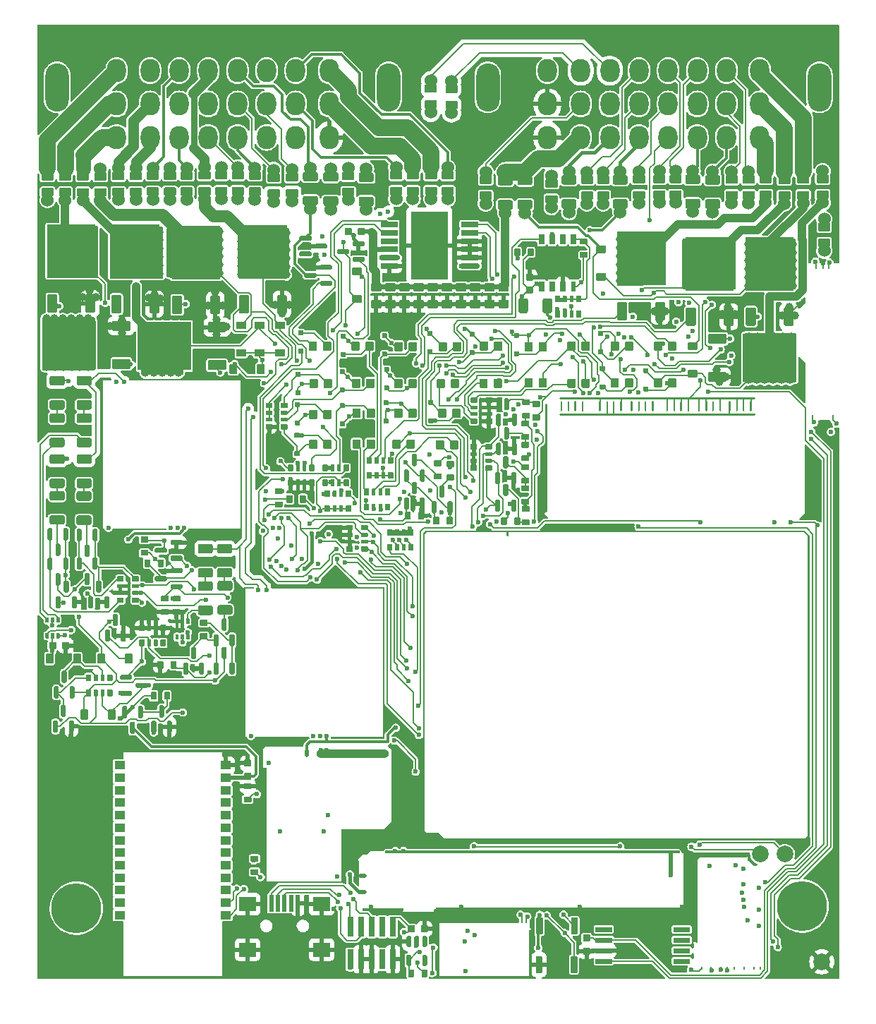
<source format=gtl>
G04 #@! TF.GenerationSoftware,KiCad,Pcbnew,(6.0.1)*
G04 #@! TF.CreationDate,2022-04-27T16:07:10+03:00*
G04 #@! TF.ProjectId,alphax_4ch,616c7068-6178-45f3-9463-682e6b696361,a*
G04 #@! TF.SameCoordinates,PX141f5e0PYa2cace0*
G04 #@! TF.FileFunction,Copper,L1,Top*
G04 #@! TF.FilePolarity,Positive*
%FSLAX46Y46*%
G04 Gerber Fmt 4.6, Leading zero omitted, Abs format (unit mm)*
G04 Created by KiCad (PCBNEW (6.0.1)) date 2022-04-27 16:07:10*
%MOMM*%
%LPD*%
G01*
G04 APERTURE LIST*
G04 #@! TA.AperFunction,ComponentPad*
%ADD10C,0.599999*%
G04 #@! TD*
G04 #@! TA.AperFunction,SMDPad,CuDef*
%ADD11O,0.200000X0.399999*%
G04 #@! TD*
G04 #@! TA.AperFunction,SMDPad,CuDef*
%ADD12O,0.250000X10.200000*%
G04 #@! TD*
G04 #@! TA.AperFunction,SMDPad,CuDef*
%ADD13O,5.800001X0.250000*%
G04 #@! TD*
G04 #@! TA.AperFunction,ComponentPad*
%ADD14C,1.524000*%
G04 #@! TD*
G04 #@! TA.AperFunction,ComponentPad*
%ADD15C,6.000000*%
G04 #@! TD*
G04 #@! TA.AperFunction,SMDPad,CuDef*
%ADD16C,2.000000*%
G04 #@! TD*
G04 #@! TA.AperFunction,SMDPad,CuDef*
%ADD17R,5.800000X6.400000*%
G04 #@! TD*
G04 #@! TA.AperFunction,ComponentPad*
%ADD18O,2.800000X5.800000*%
G04 #@! TD*
G04 #@! TA.AperFunction,ComponentPad*
%ADD19O,2.300000X2.800000*%
G04 #@! TD*
G04 #@! TA.AperFunction,SMDPad,CuDef*
%ADD20R,0.500000X2.000000*%
G04 #@! TD*
G04 #@! TA.AperFunction,SMDPad,CuDef*
%ADD21R,2.000000X1.700000*%
G04 #@! TD*
G04 #@! TA.AperFunction,SMDPad,CuDef*
%ADD22R,6.400000X5.800000*%
G04 #@! TD*
G04 #@! TA.AperFunction,SMDPad,CuDef*
%ADD23R,2.000000X0.650000*%
G04 #@! TD*
G04 #@! TA.AperFunction,SMDPad,CuDef*
%ADD24R,4.500000X8.100000*%
G04 #@! TD*
G04 #@! TA.AperFunction,SMDPad,CuDef*
%ADD25O,0.250000X0.499999*%
G04 #@! TD*
G04 #@! TA.AperFunction,SMDPad,CuDef*
%ADD26O,0.200000X5.669999*%
G04 #@! TD*
G04 #@! TA.AperFunction,SMDPad,CuDef*
%ADD27O,11.100001X0.200000*%
G04 #@! TD*
G04 #@! TA.AperFunction,SMDPad,CuDef*
%ADD28O,0.499999X0.250000*%
G04 #@! TD*
G04 #@! TA.AperFunction,SMDPad,CuDef*
%ADD29O,0.200000X6.799999*%
G04 #@! TD*
G04 #@! TA.AperFunction,SMDPad,CuDef*
%ADD30O,9.800001X0.399999*%
G04 #@! TD*
G04 #@! TA.AperFunction,SMDPad,CuDef*
%ADD31O,0.499999X1.000001*%
G04 #@! TD*
G04 #@! TA.AperFunction,SMDPad,CuDef*
%ADD32O,8.744829X1.000001*%
G04 #@! TD*
G04 #@! TA.AperFunction,SMDPad,CuDef*
%ADD33O,0.399999X9.000000*%
G04 #@! TD*
G04 #@! TA.AperFunction,SMDPad,CuDef*
%ADD34O,5.399999X0.399999*%
G04 #@! TD*
G04 #@! TA.AperFunction,SMDPad,CuDef*
%ADD35O,0.200000X6.500000*%
G04 #@! TD*
G04 #@! TA.AperFunction,SMDPad,CuDef*
%ADD36O,0.200000X13.800000*%
G04 #@! TD*
G04 #@! TA.AperFunction,SMDPad,CuDef*
%ADD37O,0.499999X0.200000*%
G04 #@! TD*
G04 #@! TA.AperFunction,SMDPad,CuDef*
%ADD38O,9.199999X0.200000*%
G04 #@! TD*
G04 #@! TA.AperFunction,SMDPad,CuDef*
%ADD39R,0.250000X18.200000*%
G04 #@! TD*
G04 #@! TA.AperFunction,SMDPad,CuDef*
%ADD40R,6.500000X0.250000*%
G04 #@! TD*
G04 #@! TA.AperFunction,SMDPad,CuDef*
%ADD41R,6.450000X0.250000*%
G04 #@! TD*
G04 #@! TA.AperFunction,SMDPad,CuDef*
%ADD42R,1.250000X0.250000*%
G04 #@! TD*
G04 #@! TA.AperFunction,SMDPad,CuDef*
%ADD43R,13.650000X0.250000*%
G04 #@! TD*
G04 #@! TA.AperFunction,SMDPad,CuDef*
%ADD44R,0.350000X0.250000*%
G04 #@! TD*
G04 #@! TA.AperFunction,SMDPad,CuDef*
%ADD45R,0.650000X1.310000*%
G04 #@! TD*
G04 #@! TA.AperFunction,SMDPad,CuDef*
%ADD46R,0.600000X1.310000*%
G04 #@! TD*
G04 #@! TA.AperFunction,SMDPad,CuDef*
%ADD47R,1.500000X1.325000*%
G04 #@! TD*
G04 #@! TA.AperFunction,SMDPad,CuDef*
%ADD48R,1.300000X1.000000*%
G04 #@! TD*
G04 #@! TA.AperFunction,SMDPad,CuDef*
%ADD49O,5.000000X0.399999*%
G04 #@! TD*
G04 #@! TA.AperFunction,SMDPad,CuDef*
%ADD50O,0.399999X7.200001*%
G04 #@! TD*
G04 #@! TA.AperFunction,SMDPad,CuDef*
%ADD51O,30.000001X0.399999*%
G04 #@! TD*
G04 #@! TA.AperFunction,SMDPad,CuDef*
%ADD52O,1.000001X0.499999*%
G04 #@! TD*
G04 #@! TA.AperFunction,SMDPad,CuDef*
%ADD53O,0.200000X3.099999*%
G04 #@! TD*
G04 #@! TA.AperFunction,SMDPad,CuDef*
%ADD54O,0.499999X2.999999*%
G04 #@! TD*
G04 #@! TA.AperFunction,SMDPad,CuDef*
%ADD55O,35.400000X0.399999*%
G04 #@! TD*
G04 #@! TA.AperFunction,SMDPad,CuDef*
%ADD56R,0.740000X2.400000*%
G04 #@! TD*
G04 #@! TA.AperFunction,ViaPad*
%ADD57C,0.600000*%
G04 #@! TD*
G04 #@! TA.AperFunction,ViaPad*
%ADD58C,1.000000*%
G04 #@! TD*
G04 #@! TA.AperFunction,Conductor*
%ADD59C,0.200000*%
G04 #@! TD*
G04 #@! TA.AperFunction,Conductor*
%ADD60C,0.400000*%
G04 #@! TD*
G04 #@! TA.AperFunction,Conductor*
%ADD61C,1.000000*%
G04 #@! TD*
G04 #@! TA.AperFunction,Conductor*
%ADD62C,0.600000*%
G04 #@! TD*
G04 #@! TA.AperFunction,Conductor*
%ADD63C,0.500000*%
G04 #@! TD*
G04 #@! TA.AperFunction,Conductor*
%ADD64C,0.300000*%
G04 #@! TD*
G04 #@! TA.AperFunction,Conductor*
%ADD65C,0.203200*%
G04 #@! TD*
G04 #@! TA.AperFunction,Conductor*
%ADD66C,2.000000*%
G04 #@! TD*
G04 #@! TA.AperFunction,Conductor*
%ADD67C,1.400000*%
G04 #@! TD*
G04 #@! TA.AperFunction,Conductor*
%ADD68C,1.300000*%
G04 #@! TD*
G04 #@! TA.AperFunction,Conductor*
%ADD69C,1.800000*%
G04 #@! TD*
G04 #@! TA.AperFunction,Conductor*
%ADD70C,1.200000*%
G04 #@! TD*
G04 #@! TA.AperFunction,Conductor*
%ADD71C,0.800000*%
G04 #@! TD*
G04 APERTURE END LIST*
G04 #@! TO.P,U7,5,V*
G04 #@! TO.N,+3V3*
G04 #@! TA.AperFunction,SMDPad,CuDef*
G36*
G01*
X46470000Y3015000D02*
X46770000Y3015000D01*
G75*
G02*
X46920000Y2865000I0J-150000D01*
G01*
X46920000Y1840000D01*
G75*
G02*
X46770000Y1690000I-150000J0D01*
G01*
X46470000Y1690000D01*
G75*
G02*
X46320000Y1840000I0J150000D01*
G01*
X46320000Y2865000D01*
G75*
G02*
X46470000Y3015000I150000J0D01*
G01*
G37*
G04 #@! TD.AperFunction*
G04 #@! TO.P,U7,4*
G04 #@! TO.N,/WAKEUP*
G04 #@! TA.AperFunction,SMDPad,CuDef*
G36*
G01*
X44570000Y3015000D02*
X44870000Y3015000D01*
G75*
G02*
X45020000Y2865000I0J-150000D01*
G01*
X45020000Y1840000D01*
G75*
G02*
X44870000Y1690000I-150000J0D01*
G01*
X44570000Y1690000D01*
G75*
G02*
X44420000Y1840000I0J150000D01*
G01*
X44420000Y2865000D01*
G75*
G02*
X44570000Y3015000I150000J0D01*
G01*
G37*
G04 #@! TD.AperFunction*
G04 #@! TO.P,U7,3,GND*
G04 #@! TO.N,GND*
G04 #@! TA.AperFunction,SMDPad,CuDef*
G36*
G01*
X44570000Y5290000D02*
X44870000Y5290000D01*
G75*
G02*
X45020000Y5140000I0J-150000D01*
G01*
X45020000Y4115000D01*
G75*
G02*
X44870000Y3965000I-150000J0D01*
G01*
X44570000Y3965000D01*
G75*
G02*
X44420000Y4115000I0J150000D01*
G01*
X44420000Y5140000D01*
G75*
G02*
X44570000Y5290000I150000J0D01*
G01*
G37*
G04 #@! TD.AperFunction*
G04 #@! TO.P,U7,2*
G04 #@! TO.N,/CAN_RX*
G04 #@! TA.AperFunction,SMDPad,CuDef*
G36*
G01*
X45520000Y5290000D02*
X45820000Y5290000D01*
G75*
G02*
X45970000Y5140000I0J-150000D01*
G01*
X45970000Y4115000D01*
G75*
G02*
X45820000Y3965000I-150000J0D01*
G01*
X45520000Y3965000D01*
G75*
G02*
X45370000Y4115000I0J150000D01*
G01*
X45370000Y5140000D01*
G75*
G02*
X45520000Y5290000I150000J0D01*
G01*
G37*
G04 #@! TD.AperFunction*
G04 #@! TO.P,U7,1*
G04 #@! TO.N,N/C*
G04 #@! TA.AperFunction,SMDPad,CuDef*
G36*
G01*
X46470000Y5290000D02*
X46770000Y5290000D01*
G75*
G02*
X46920000Y5140000I0J-150000D01*
G01*
X46920000Y4115000D01*
G75*
G02*
X46770000Y3965000I-150000J0D01*
G01*
X46470000Y3965000D01*
G75*
G02*
X46320000Y4115000I0J150000D01*
G01*
X46320000Y5140000D01*
G75*
G02*
X46470000Y5290000I150000J0D01*
G01*
G37*
G04 #@! TD.AperFunction*
G04 #@! TD*
D10*
G04 #@! TO.P,M4,V10,V33*
G04 #@! TO.N,+3V3_IGN*
X84879890Y13375000D03*
G04 #@! TO.P,M4,V9,VCC*
G04 #@! TO.N,+5V_IGN*
X80804884Y13675002D03*
G04 #@! TO.P,M4,V8,IGN1*
G04 #@! TO.N,/IGN1*
X86729899Y6499999D03*
G04 #@! TO.P,M4,V7,IGN2*
G04 #@! TO.N,/IGN2*
X85419899Y7150016D03*
G04 #@! TO.P,M4,V6,IGN3*
G04 #@! TO.N,/IGN3*
X86729899Y8449983D03*
G04 #@! TO.P,M4,V5,IGN4*
G04 #@! TO.N,/IGN4*
X84969893Y8774999D03*
G04 #@! TO.P,M4,V4,IGN5*
G04 #@! TO.N,GND*
X84894886Y9625022D03*
G04 #@! TO.P,M4,V3,IGN6*
X84679891Y10499981D03*
G04 #@! TO.P,M4,V2,IGN7*
X86729899Y11049978D03*
G04 #@! TO.P,M4,V1,IGN8*
X84894889Y11474986D03*
D11*
G04 #@! TO.P,M4,S8,OUT_IGN1*
G04 #@! TO.N,/OUT_IGN1*
X79854886Y1375379D03*
G04 #@! TO.P,M4,S7,OUT_IGN2*
G04 #@! TO.N,/OUT_IGN2*
X81029883Y1375379D03*
G04 #@! TO.P,M4,S6,OUT_IGN3*
G04 #@! TO.N,/OUT_IGN3*
X82204894Y1375379D03*
G04 #@! TO.P,M4,S5,OUT_IGN4*
G04 #@! TO.N,/OUT_IGN4*
X82954966Y1375379D03*
G04 #@! TO.P,M4,S4,OUT_IGN5*
G04 #@! TO.N,unconnected-(M4-PadS4)*
X83794878Y1375379D03*
G04 #@! TO.P,M4,S3,OUT_IGN6*
G04 #@! TO.N,unconnected-(M4-PadS3)*
X84969865Y1375379D03*
G04 #@! TO.P,M4,S2,OUT_IGN7*
G04 #@! TO.N,unconnected-(M4-PadS2)*
X86144858Y1375379D03*
G04 #@! TO.P,M4,S1,OUT_IGN8*
G04 #@! TO.N,unconnected-(M4-PadS1)*
X86904837Y1375379D03*
D12*
G04 #@! TO.P,M4,G,GND*
G04 #@! TO.N,GND*
X79279889Y9500001D03*
G04 #@! TA.AperFunction,SMDPad,CuDef*
G36*
G01*
X79200084Y14370187D02*
X79200084Y14370187D01*
G75*
G02*
X79200084Y14546963I88388J88388D01*
G01*
X79482926Y14829805D01*
G75*
G02*
X79659702Y14829805I88388J-88388D01*
G01*
X79659702Y14829805D01*
G75*
G02*
X79659702Y14653029I-88388J-88388D01*
G01*
X79376860Y14370187D01*
G75*
G02*
X79200084Y14370187I-88388J88388D01*
G01*
G37*
G04 #@! TD.AperFunction*
D13*
X82392389Y14749996D03*
G04 #@! TD*
G04 #@! TO.P,D53,1,K*
G04 #@! TO.N,+12V_RAW*
G04 #@! TA.AperFunction,SMDPad,CuDef*
G36*
G01*
X25110000Y74805000D02*
X24090000Y74805000D01*
G75*
G02*
X24000000Y74895000I0J90000D01*
G01*
X24000000Y75615000D01*
G75*
G02*
X24090000Y75705000I90000J0D01*
G01*
X25110000Y75705000D01*
G75*
G02*
X25200000Y75615000I0J-90000D01*
G01*
X25200000Y74895000D01*
G75*
G02*
X25110000Y74805000I-90000J0D01*
G01*
G37*
G04 #@! TD.AperFunction*
G04 #@! TO.P,D53,2,A*
G04 #@! TO.N,/OUT_VVT1*
G04 #@! TA.AperFunction,SMDPad,CuDef*
G36*
G01*
X25110000Y78105000D02*
X24090000Y78105000D01*
G75*
G02*
X24000000Y78195000I0J90000D01*
G01*
X24000000Y78915000D01*
G75*
G02*
X24090000Y79005000I90000J0D01*
G01*
X25110000Y79005000D01*
G75*
G02*
X25200000Y78915000I0J-90000D01*
G01*
X25200000Y78195000D01*
G75*
G02*
X25110000Y78105000I-90000J0D01*
G01*
G37*
G04 #@! TD.AperFunction*
G04 #@! TD*
G04 #@! TO.P,R8,1,1*
G04 #@! TO.N,/CAN-*
G04 #@! TA.AperFunction,SMDPad,CuDef*
G36*
G01*
X77375000Y93699999D02*
X76125000Y93699999D01*
G75*
G02*
X76025000Y93799999I0J100000D01*
G01*
X76025000Y94599999D01*
G75*
G02*
X76125000Y94699999I100000J0D01*
G01*
X77375000Y94699999D01*
G75*
G02*
X77475000Y94599999I0J-100000D01*
G01*
X77475000Y93799999D01*
G75*
G02*
X77375000Y93699999I-100000J0D01*
G01*
G37*
G04 #@! TD.AperFunction*
D14*
X76750000Y93245000D03*
G04 #@! TO.P,R8,2,2*
G04 #@! TO.N,/C6*
G04 #@! TA.AperFunction,SMDPad,CuDef*
G36*
G01*
X77375000Y95600021D02*
X76125000Y95600021D01*
G75*
G02*
X76025000Y95700021I0J100000D01*
G01*
X76025000Y96500021D01*
G75*
G02*
X76125000Y96600021I100000J0D01*
G01*
X77375000Y96600021D01*
G75*
G02*
X77475000Y96500021I0J-100000D01*
G01*
X77475000Y95700021D01*
G75*
G02*
X77375000Y95600021I-100000J0D01*
G01*
G37*
G04 #@! TD.AperFunction*
X76750000Y97055000D03*
G04 #@! TD*
G04 #@! TO.P,R29,1*
G04 #@! TO.N,Net-(Q20-Pad2)*
G04 #@! TA.AperFunction,SMDPad,CuDef*
G36*
G01*
X12610000Y53200010D02*
X13390000Y53200010D01*
G75*
G02*
X13460000Y53130010I0J-70000D01*
G01*
X13460000Y52570010D01*
G75*
G02*
X13390000Y52500010I-70000J0D01*
G01*
X12610000Y52500010D01*
G75*
G02*
X12540000Y52570010I0J70000D01*
G01*
X12540000Y53130010D01*
G75*
G02*
X12610000Y53200010I70000J0D01*
G01*
G37*
G04 #@! TD.AperFunction*
G04 #@! TO.P,R29,2*
G04 #@! TO.N,+5VAS*
G04 #@! TA.AperFunction,SMDPad,CuDef*
G36*
G01*
X12610000Y51600010D02*
X13390000Y51600010D01*
G75*
G02*
X13460000Y51530010I0J-70000D01*
G01*
X13460000Y50970010D01*
G75*
G02*
X13390000Y50900010I-70000J0D01*
G01*
X12610000Y50900010D01*
G75*
G02*
X12540000Y50970010I0J70000D01*
G01*
X12540000Y51530010D01*
G75*
G02*
X12610000Y51600010I70000J0D01*
G01*
G37*
G04 #@! TD.AperFunction*
G04 #@! TD*
G04 #@! TO.P,R90,1*
G04 #@! TO.N,+3V3*
G04 #@! TA.AperFunction,SMDPad,CuDef*
G36*
G01*
X25810000Y14900000D02*
X26590000Y14900000D01*
G75*
G02*
X26660000Y14830000I0J-70000D01*
G01*
X26660000Y14270000D01*
G75*
G02*
X26590000Y14200000I-70000J0D01*
G01*
X25810000Y14200000D01*
G75*
G02*
X25740000Y14270000I0J70000D01*
G01*
X25740000Y14830000D01*
G75*
G02*
X25810000Y14900000I70000J0D01*
G01*
G37*
G04 #@! TD.AperFunction*
G04 #@! TO.P,R90,2*
G04 #@! TO.N,/ETB_DIS*
G04 #@! TA.AperFunction,SMDPad,CuDef*
G36*
G01*
X25810000Y13300000D02*
X26590000Y13300000D01*
G75*
G02*
X26660000Y13230000I0J-70000D01*
G01*
X26660000Y12670000D01*
G75*
G02*
X26590000Y12600000I-70000J0D01*
G01*
X25810000Y12600000D01*
G75*
G02*
X25740000Y12670000I0J70000D01*
G01*
X25740000Y13230000D01*
G75*
G02*
X25810000Y13300000I70000J0D01*
G01*
G37*
G04 #@! TD.AperFunction*
G04 #@! TD*
G04 #@! TO.P,R2,1*
G04 #@! TO.N,+12V*
G04 #@! TA.AperFunction,SMDPad,CuDef*
G36*
G01*
X34600000Y56215000D02*
X34600000Y56885000D01*
G75*
G02*
X34665000Y56950000I65000J0D01*
G01*
X35185000Y56950000D01*
G75*
G02*
X35250000Y56885000I0J-65000D01*
G01*
X35250000Y56215000D01*
G75*
G02*
X35185000Y56150000I-65000J0D01*
G01*
X34665000Y56150000D01*
G75*
G02*
X34600000Y56215000I0J65000D01*
G01*
G37*
G04 #@! TD.AperFunction*
G04 #@! TO.P,R2,2*
G04 #@! TA.AperFunction,SMDPad,CuDef*
G36*
G01*
X35575000Y56195000D02*
X35575000Y56905000D01*
G75*
G02*
X35620000Y56950000I45000J0D01*
G01*
X35980000Y56950000D01*
G75*
G02*
X36025000Y56905000I0J-45000D01*
G01*
X36025000Y56195000D01*
G75*
G02*
X35980000Y56150000I-45000J0D01*
G01*
X35620000Y56150000D01*
G75*
G02*
X35575000Y56195000I0J45000D01*
G01*
G37*
G04 #@! TD.AperFunction*
G04 #@! TO.P,R2,3*
G04 #@! TA.AperFunction,SMDPad,CuDef*
G36*
G01*
X36375000Y56195000D02*
X36375000Y56905000D01*
G75*
G02*
X36420000Y56950000I45000J0D01*
G01*
X36780000Y56950000D01*
G75*
G02*
X36825000Y56905000I0J-45000D01*
G01*
X36825000Y56195000D01*
G75*
G02*
X36780000Y56150000I-45000J0D01*
G01*
X36420000Y56150000D01*
G75*
G02*
X36375000Y56195000I0J45000D01*
G01*
G37*
G04 #@! TD.AperFunction*
G04 #@! TO.P,R2,4*
G04 #@! TA.AperFunction,SMDPad,CuDef*
G36*
G01*
X37150000Y56215000D02*
X37150000Y56885000D01*
G75*
G02*
X37215000Y56950000I65000J0D01*
G01*
X37735000Y56950000D01*
G75*
G02*
X37800000Y56885000I0J-65000D01*
G01*
X37800000Y56215000D01*
G75*
G02*
X37735000Y56150000I-65000J0D01*
G01*
X37215000Y56150000D01*
G75*
G02*
X37150000Y56215000I0J65000D01*
G01*
G37*
G04 #@! TD.AperFunction*
G04 #@! TO.P,R2,5*
G04 #@! TO.N,Net-(D3-Pad1)*
G04 #@! TA.AperFunction,SMDPad,CuDef*
G36*
G01*
X37150000Y58015000D02*
X37150000Y58685000D01*
G75*
G02*
X37215000Y58750000I65000J0D01*
G01*
X37735000Y58750000D01*
G75*
G02*
X37800000Y58685000I0J-65000D01*
G01*
X37800000Y58015000D01*
G75*
G02*
X37735000Y57950000I-65000J0D01*
G01*
X37215000Y57950000D01*
G75*
G02*
X37150000Y58015000I0J65000D01*
G01*
G37*
G04 #@! TD.AperFunction*
G04 #@! TO.P,R2,6*
G04 #@! TO.N,Net-(D2-Pad1)*
G04 #@! TA.AperFunction,SMDPad,CuDef*
G36*
G01*
X36375000Y57995000D02*
X36375000Y58705000D01*
G75*
G02*
X36420000Y58750000I45000J0D01*
G01*
X36780000Y58750000D01*
G75*
G02*
X36825000Y58705000I0J-45000D01*
G01*
X36825000Y57995000D01*
G75*
G02*
X36780000Y57950000I-45000J0D01*
G01*
X36420000Y57950000D01*
G75*
G02*
X36375000Y57995000I0J45000D01*
G01*
G37*
G04 #@! TD.AperFunction*
G04 #@! TO.P,R2,7*
G04 #@! TO.N,Net-(D14-Pad1)*
G04 #@! TA.AperFunction,SMDPad,CuDef*
G36*
G01*
X35575000Y57995000D02*
X35575000Y58705000D01*
G75*
G02*
X35620000Y58750000I45000J0D01*
G01*
X35980000Y58750000D01*
G75*
G02*
X36025000Y58705000I0J-45000D01*
G01*
X36025000Y57995000D01*
G75*
G02*
X35980000Y57950000I-45000J0D01*
G01*
X35620000Y57950000D01*
G75*
G02*
X35575000Y57995000I0J45000D01*
G01*
G37*
G04 #@! TD.AperFunction*
G04 #@! TO.P,R2,8*
G04 #@! TO.N,Net-(D13-Pad1)*
G04 #@! TA.AperFunction,SMDPad,CuDef*
G36*
G01*
X34600000Y58015000D02*
X34600000Y58685000D01*
G75*
G02*
X34665000Y58750000I65000J0D01*
G01*
X35185000Y58750000D01*
G75*
G02*
X35250000Y58685000I0J-65000D01*
G01*
X35250000Y58015000D01*
G75*
G02*
X35185000Y57950000I-65000J0D01*
G01*
X34665000Y57950000D01*
G75*
G02*
X34600000Y58015000I0J65000D01*
G01*
G37*
G04 #@! TD.AperFunction*
G04 #@! TD*
G04 #@! TO.P,D36,1,A*
G04 #@! TO.N,Net-(D36-Pad1)*
G04 #@! TA.AperFunction,SMDPad,CuDef*
G36*
G01*
X50649999Y64649998D02*
X50649999Y63749998D01*
G75*
G02*
X50549999Y63649998I-100000J0D01*
G01*
X49749999Y63649998D01*
G75*
G02*
X49649999Y63749998I0J100000D01*
G01*
X49649999Y64649998D01*
G75*
G02*
X49749999Y64749998I100000J0D01*
G01*
X50549999Y64749998D01*
G75*
G02*
X50649999Y64649998I0J-100000D01*
G01*
G37*
G04 #@! TD.AperFunction*
G04 #@! TO.P,D36,2,K*
G04 #@! TO.N,/HALL3*
G04 #@! TA.AperFunction,SMDPad,CuDef*
G36*
G01*
X48949999Y64649998D02*
X48949999Y63749998D01*
G75*
G02*
X48849999Y63649998I-100000J0D01*
G01*
X48049999Y63649998D01*
G75*
G02*
X47949999Y63749998I0J100000D01*
G01*
X47949999Y64649998D01*
G75*
G02*
X48049999Y64749998I100000J0D01*
G01*
X48849999Y64749998D01*
G75*
G02*
X48949999Y64649998I0J-100000D01*
G01*
G37*
G04 #@! TD.AperFunction*
G04 #@! TD*
G04 #@! TO.P,R4,1*
G04 #@! TO.N,GND*
G04 #@! TA.AperFunction,SMDPad,CuDef*
G36*
G01*
X54685000Y66700000D02*
X54015000Y66700000D01*
G75*
G02*
X53950000Y66765000I0J65000D01*
G01*
X53950000Y67285000D01*
G75*
G02*
X54015000Y67350000I65000J0D01*
G01*
X54685000Y67350000D01*
G75*
G02*
X54750000Y67285000I0J-65000D01*
G01*
X54750000Y66765000D01*
G75*
G02*
X54685000Y66700000I-65000J0D01*
G01*
G37*
G04 #@! TD.AperFunction*
G04 #@! TO.P,R4,2*
G04 #@! TA.AperFunction,SMDPad,CuDef*
G36*
G01*
X54705000Y67675000D02*
X53995000Y67675000D01*
G75*
G02*
X53950000Y67720000I0J45000D01*
G01*
X53950000Y68080000D01*
G75*
G02*
X53995000Y68125000I45000J0D01*
G01*
X54705000Y68125000D01*
G75*
G02*
X54750000Y68080000I0J-45000D01*
G01*
X54750000Y67720000D01*
G75*
G02*
X54705000Y67675000I-45000J0D01*
G01*
G37*
G04 #@! TD.AperFunction*
G04 #@! TO.P,R4,3*
G04 #@! TA.AperFunction,SMDPad,CuDef*
G36*
G01*
X54705000Y68475000D02*
X53995000Y68475000D01*
G75*
G02*
X53950000Y68520000I0J45000D01*
G01*
X53950000Y68880000D01*
G75*
G02*
X53995000Y68925000I45000J0D01*
G01*
X54705000Y68925000D01*
G75*
G02*
X54750000Y68880000I0J-45000D01*
G01*
X54750000Y68520000D01*
G75*
G02*
X54705000Y68475000I-45000J0D01*
G01*
G37*
G04 #@! TD.AperFunction*
G04 #@! TO.P,R4,4*
G04 #@! TA.AperFunction,SMDPad,CuDef*
G36*
G01*
X54685000Y69250000D02*
X54015000Y69250000D01*
G75*
G02*
X53950000Y69315000I0J65000D01*
G01*
X53950000Y69835000D01*
G75*
G02*
X54015000Y69900000I65000J0D01*
G01*
X54685000Y69900000D01*
G75*
G02*
X54750000Y69835000I0J-65000D01*
G01*
X54750000Y69315000D01*
G75*
G02*
X54685000Y69250000I-65000J0D01*
G01*
G37*
G04 #@! TD.AperFunction*
G04 #@! TO.P,R4,5*
G04 #@! TO.N,Net-(D24-Pad2)*
G04 #@! TA.AperFunction,SMDPad,CuDef*
G36*
G01*
X52885000Y69250000D02*
X52215000Y69250000D01*
G75*
G02*
X52150000Y69315000I0J65000D01*
G01*
X52150000Y69835000D01*
G75*
G02*
X52215000Y69900000I65000J0D01*
G01*
X52885000Y69900000D01*
G75*
G02*
X52950000Y69835000I0J-65000D01*
G01*
X52950000Y69315000D01*
G75*
G02*
X52885000Y69250000I-65000J0D01*
G01*
G37*
G04 #@! TD.AperFunction*
G04 #@! TO.P,R4,6*
G04 #@! TO.N,Net-(D23-Pad2)*
G04 #@! TA.AperFunction,SMDPad,CuDef*
G36*
G01*
X52905000Y68475000D02*
X52195000Y68475000D01*
G75*
G02*
X52150000Y68520000I0J45000D01*
G01*
X52150000Y68880000D01*
G75*
G02*
X52195000Y68925000I45000J0D01*
G01*
X52905000Y68925000D01*
G75*
G02*
X52950000Y68880000I0J-45000D01*
G01*
X52950000Y68520000D01*
G75*
G02*
X52905000Y68475000I-45000J0D01*
G01*
G37*
G04 #@! TD.AperFunction*
G04 #@! TO.P,R4,7*
G04 #@! TO.N,Net-(D19-Pad2)*
G04 #@! TA.AperFunction,SMDPad,CuDef*
G36*
G01*
X52905000Y67675000D02*
X52195000Y67675000D01*
G75*
G02*
X52150000Y67720000I0J45000D01*
G01*
X52150000Y68080000D01*
G75*
G02*
X52195000Y68125000I45000J0D01*
G01*
X52905000Y68125000D01*
G75*
G02*
X52950000Y68080000I0J-45000D01*
G01*
X52950000Y67720000D01*
G75*
G02*
X52905000Y67675000I-45000J0D01*
G01*
G37*
G04 #@! TD.AperFunction*
G04 #@! TO.P,R4,8*
G04 #@! TO.N,Net-(D18-Pad2)*
G04 #@! TA.AperFunction,SMDPad,CuDef*
G36*
G01*
X52885000Y66700000D02*
X52215000Y66700000D01*
G75*
G02*
X52150000Y66765000I0J65000D01*
G01*
X52150000Y67285000D01*
G75*
G02*
X52215000Y67350000I65000J0D01*
G01*
X52885000Y67350000D01*
G75*
G02*
X52950000Y67285000I0J-65000D01*
G01*
X52950000Y66765000D01*
G75*
G02*
X52885000Y66700000I-65000J0D01*
G01*
G37*
G04 #@! TD.AperFunction*
G04 #@! TD*
G04 #@! TO.P,D30,1,K*
G04 #@! TO.N,Net-(D11-Pad1)*
G04 #@! TA.AperFunction,SMDPad,CuDef*
G36*
G01*
X67450000Y75111499D02*
X67450000Y75591499D01*
G75*
G02*
X67510000Y75651499I60000J0D01*
G01*
X67990000Y75651499D01*
G75*
G02*
X68050000Y75591499I0J-60000D01*
G01*
X68050000Y75111499D01*
G75*
G02*
X67990000Y75051499I-60000J0D01*
G01*
X67510000Y75051499D01*
G75*
G02*
X67450000Y75111499I0J60000D01*
G01*
G37*
G04 #@! TD.AperFunction*
G04 #@! TO.P,D30,2,A*
G04 #@! TO.N,/IN_CAM_HALL*
G04 #@! TA.AperFunction,SMDPad,CuDef*
G36*
G01*
X67450000Y77311499D02*
X67450000Y77791499D01*
G75*
G02*
X67510000Y77851499I60000J0D01*
G01*
X67990000Y77851499D01*
G75*
G02*
X68050000Y77791499I0J-60000D01*
G01*
X68050000Y77311499D01*
G75*
G02*
X67990000Y77251499I-60000J0D01*
G01*
X67510000Y77251499D01*
G75*
G02*
X67450000Y77311499I0J60000D01*
G01*
G37*
G04 #@! TD.AperFunction*
G04 #@! TD*
G04 #@! TO.P,C3,1*
G04 #@! TO.N,GND*
G04 #@! TA.AperFunction,SMDPad,CuDef*
G36*
G01*
X25060000Y26435001D02*
X25740000Y26435001D01*
G75*
G02*
X25825000Y26350001I0J-85000D01*
G01*
X25825000Y25670001D01*
G75*
G02*
X25740000Y25585001I-85000J0D01*
G01*
X25060000Y25585001D01*
G75*
G02*
X24975000Y25670001I0J85000D01*
G01*
X24975000Y26350001D01*
G75*
G02*
X25060000Y26435001I85000J0D01*
G01*
G37*
G04 #@! TD.AperFunction*
G04 #@! TO.P,C3,2*
G04 #@! TO.N,/BT_3V3*
G04 #@! TA.AperFunction,SMDPad,CuDef*
G36*
G01*
X25060000Y24854999D02*
X25740000Y24854999D01*
G75*
G02*
X25825000Y24769999I0J-85000D01*
G01*
X25825000Y24089999D01*
G75*
G02*
X25740000Y24004999I-85000J0D01*
G01*
X25060000Y24004999D01*
G75*
G02*
X24975000Y24089999I0J85000D01*
G01*
X24975000Y24769999D01*
G75*
G02*
X25060000Y24854999I85000J0D01*
G01*
G37*
G04 #@! TD.AperFunction*
G04 #@! TD*
G04 #@! TO.P,D46,1,K*
G04 #@! TO.N,Net-(D40-Pad1)*
G04 #@! TA.AperFunction,SMDPad,CuDef*
G36*
G01*
X31650000Y69290000D02*
X31650000Y68810000D01*
G75*
G02*
X31590000Y68750000I-60000J0D01*
G01*
X31110000Y68750000D01*
G75*
G02*
X31050000Y68810000I0J60000D01*
G01*
X31050000Y69290000D01*
G75*
G02*
X31110000Y69350000I60000J0D01*
G01*
X31590000Y69350000D01*
G75*
G02*
X31650000Y69290000I0J-60000D01*
G01*
G37*
G04 #@! TD.AperFunction*
G04 #@! TO.P,D46,2,A*
G04 #@! TO.N,/OUT_VVT2*
G04 #@! TA.AperFunction,SMDPad,CuDef*
G36*
G01*
X31650000Y67090000D02*
X31650000Y66610000D01*
G75*
G02*
X31590000Y66550000I-60000J0D01*
G01*
X31110000Y66550000D01*
G75*
G02*
X31050000Y66610000I0J60000D01*
G01*
X31050000Y67090000D01*
G75*
G02*
X31110000Y67150000I60000J0D01*
G01*
X31590000Y67150000D01*
G75*
G02*
X31650000Y67090000I0J-60000D01*
G01*
G37*
G04 #@! TD.AperFunction*
G04 #@! TD*
G04 #@! TO.P,R87,1*
G04 #@! TO.N,/IN_D3*
G04 #@! TA.AperFunction,SMDPad,CuDef*
G36*
G01*
X58310000Y61850000D02*
X59090000Y61850000D01*
G75*
G02*
X59160000Y61780000I0J-70000D01*
G01*
X59160000Y61220000D01*
G75*
G02*
X59090000Y61150000I-70000J0D01*
G01*
X58310000Y61150000D01*
G75*
G02*
X58240000Y61220000I0J70000D01*
G01*
X58240000Y61780000D01*
G75*
G02*
X58310000Y61850000I70000J0D01*
G01*
G37*
G04 #@! TD.AperFunction*
G04 #@! TO.P,R87,2*
G04 #@! TO.N,Net-(Q34-Pad2)*
G04 #@! TA.AperFunction,SMDPad,CuDef*
G36*
G01*
X58310000Y60250000D02*
X59090000Y60250000D01*
G75*
G02*
X59160000Y60180000I0J-70000D01*
G01*
X59160000Y59620000D01*
G75*
G02*
X59090000Y59550000I-70000J0D01*
G01*
X58310000Y59550000D01*
G75*
G02*
X58240000Y59620000I0J70000D01*
G01*
X58240000Y60180000D01*
G75*
G02*
X58310000Y60250000I70000J0D01*
G01*
G37*
G04 #@! TD.AperFunction*
G04 #@! TD*
D15*
G04 #@! TO.P,J8,1,Pin_1*
G04 #@! TO.N,unconnected-(J8-Pad1)*
X4803000Y8619000D03*
G04 #@! TD*
G04 #@! TO.P,D34,1,A*
G04 #@! TO.N,Net-(D34-Pad1)*
G04 #@! TA.AperFunction,SMDPad,CuDef*
G36*
G01*
X40649999Y64749998D02*
X40649999Y63849998D01*
G75*
G02*
X40549999Y63749998I-100000J0D01*
G01*
X39749999Y63749998D01*
G75*
G02*
X39649999Y63849998I0J100000D01*
G01*
X39649999Y64749998D01*
G75*
G02*
X39749999Y64849998I100000J0D01*
G01*
X40549999Y64849998D01*
G75*
G02*
X40649999Y64749998I0J-100000D01*
G01*
G37*
G04 #@! TD.AperFunction*
G04 #@! TO.P,D34,2,K*
G04 #@! TO.N,/HALL1*
G04 #@! TA.AperFunction,SMDPad,CuDef*
G36*
G01*
X38949999Y64749998D02*
X38949999Y63849998D01*
G75*
G02*
X38849999Y63749998I-100000J0D01*
G01*
X38049999Y63749998D01*
G75*
G02*
X37949999Y63849998I0J100000D01*
G01*
X37949999Y64749998D01*
G75*
G02*
X38049999Y64849998I100000J0D01*
G01*
X38849999Y64849998D01*
G75*
G02*
X38949999Y64749998I0J-100000D01*
G01*
G37*
G04 #@! TD.AperFunction*
G04 #@! TD*
D14*
G04 #@! TO.P,R59,1,1*
G04 #@! TO.N,/E8*
X45200000Y97505000D03*
G04 #@! TA.AperFunction,SMDPad,CuDef*
G36*
G01*
X44575000Y97050001D02*
X45825000Y97050001D01*
G75*
G02*
X45925000Y96950001I0J-100000D01*
G01*
X45925000Y96150001D01*
G75*
G02*
X45825000Y96050001I-100000J0D01*
G01*
X44575000Y96050001D01*
G75*
G02*
X44475000Y96150001I0J100000D01*
G01*
X44475000Y96950001D01*
G75*
G02*
X44575000Y97050001I100000J0D01*
G01*
G37*
G04 #@! TD.AperFunction*
G04 #@! TO.P,R59,2,2*
G04 #@! TO.N,/OUT_ETB-*
X45200000Y93695000D03*
G04 #@! TA.AperFunction,SMDPad,CuDef*
G36*
G01*
X44575000Y95149979D02*
X45825000Y95149979D01*
G75*
G02*
X45925000Y95049979I0J-100000D01*
G01*
X45925000Y94249979D01*
G75*
G02*
X45825000Y94149979I-100000J0D01*
G01*
X44575000Y94149979D01*
G75*
G02*
X44475000Y94249979I0J100000D01*
G01*
X44475000Y95049979D01*
G75*
G02*
X44575000Y95149979I100000J0D01*
G01*
G37*
G04 #@! TD.AperFunction*
G04 #@! TD*
G04 #@! TO.P,R9,1,1*
G04 #@! TO.N,/CAN+*
X74800000Y93245000D03*
G04 #@! TA.AperFunction,SMDPad,CuDef*
G36*
G01*
X75425000Y93699999D02*
X74175000Y93699999D01*
G75*
G02*
X74075000Y93799999I0J100000D01*
G01*
X74075000Y94599999D01*
G75*
G02*
X74175000Y94699999I100000J0D01*
G01*
X75425000Y94699999D01*
G75*
G02*
X75525000Y94599999I0J-100000D01*
G01*
X75525000Y93799999D01*
G75*
G02*
X75425000Y93699999I-100000J0D01*
G01*
G37*
G04 #@! TD.AperFunction*
G04 #@! TO.P,R9,2,2*
G04 #@! TO.N,/C5*
X74800000Y97055000D03*
G04 #@! TA.AperFunction,SMDPad,CuDef*
G36*
G01*
X75425000Y95600021D02*
X74175000Y95600021D01*
G75*
G02*
X74075000Y95700021I0J100000D01*
G01*
X74075000Y96500021D01*
G75*
G02*
X74175000Y96600021I100000J0D01*
G01*
X75425000Y96600021D01*
G75*
G02*
X75525000Y96500021I0J-100000D01*
G01*
X75525000Y95700021D01*
G75*
G02*
X75425000Y95600021I-100000J0D01*
G01*
G37*
G04 #@! TD.AperFunction*
G04 #@! TD*
G04 #@! TO.P,R68,1,1*
G04 #@! TO.N,/IN_TPS2*
G04 #@! TA.AperFunction,SMDPad,CuDef*
G36*
G01*
X24825000Y94149999D02*
X23575000Y94149999D01*
G75*
G02*
X23475000Y94249999I0J100000D01*
G01*
X23475000Y95049999D01*
G75*
G02*
X23575000Y95149999I100000J0D01*
G01*
X24825000Y95149999D01*
G75*
G02*
X24925000Y95049999I0J-100000D01*
G01*
X24925000Y94249999D01*
G75*
G02*
X24825000Y94149999I-100000J0D01*
G01*
G37*
G04 #@! TD.AperFunction*
X24200000Y93695000D03*
G04 #@! TO.P,R68,2,2*
G04 #@! TO.N,/D4*
X24200000Y97505000D03*
G04 #@! TA.AperFunction,SMDPad,CuDef*
G36*
G01*
X24825000Y96050021D02*
X23575000Y96050021D01*
G75*
G02*
X23475000Y96150021I0J100000D01*
G01*
X23475000Y96950021D01*
G75*
G02*
X23575000Y97050021I100000J0D01*
G01*
X24825000Y97050021D01*
G75*
G02*
X24925000Y96950021I0J-100000D01*
G01*
X24925000Y96150021D01*
G75*
G02*
X24825000Y96050021I-100000J0D01*
G01*
G37*
G04 #@! TD.AperFunction*
G04 #@! TD*
G04 #@! TO.P,R21,1*
G04 #@! TO.N,Net-(R21-Pad1)*
G04 #@! TA.AperFunction,SMDPad,CuDef*
G36*
G01*
X3400000Y59945000D02*
X3400000Y59255000D01*
G75*
G02*
X3170000Y59025000I-230000J0D01*
G01*
X1830000Y59025000D01*
G75*
G02*
X1600000Y59255000I0J230000D01*
G01*
X1600000Y59945000D01*
G75*
G02*
X1830000Y60175000I230000J0D01*
G01*
X3170000Y60175000D01*
G75*
G02*
X3400000Y59945000I0J-230000D01*
G01*
G37*
G04 #@! TD.AperFunction*
G04 #@! TO.P,R21,2*
G04 #@! TO.N,/IN_CRANK+*
G04 #@! TA.AperFunction,SMDPad,CuDef*
G36*
G01*
X3400000Y62845020D02*
X3400000Y62155020D01*
G75*
G02*
X3170000Y61925020I-230000J0D01*
G01*
X1830000Y61925020D01*
G75*
G02*
X1600000Y62155020I0J230000D01*
G01*
X1600000Y62845020D01*
G75*
G02*
X1830000Y63075020I230000J0D01*
G01*
X3170000Y63075020D01*
G75*
G02*
X3400000Y62845020I0J-230000D01*
G01*
G37*
G04 #@! TD.AperFunction*
G04 #@! TD*
D16*
G04 #@! TO.P,J5,1,Pin_1*
G04 #@! TO.N,/CAN_RX*
X89900000Y15110000D03*
G04 #@! TD*
G04 #@! TO.P,R82,1*
G04 #@! TO.N,Net-(Q36-Pad2)*
G04 #@! TA.AperFunction,SMDPad,CuDef*
G36*
G01*
X58410000Y69650000D02*
X59190000Y69650000D01*
G75*
G02*
X59260000Y69580000I0J-70000D01*
G01*
X59260000Y69020000D01*
G75*
G02*
X59190000Y68950000I-70000J0D01*
G01*
X58410000Y68950000D01*
G75*
G02*
X58340000Y69020000I0J70000D01*
G01*
X58340000Y69580000D01*
G75*
G02*
X58410000Y69650000I70000J0D01*
G01*
G37*
G04 #@! TD.AperFunction*
G04 #@! TO.P,R82,2*
G04 #@! TO.N,+5VAS*
G04 #@! TA.AperFunction,SMDPad,CuDef*
G36*
G01*
X58410000Y68050000D02*
X59190000Y68050000D01*
G75*
G02*
X59260000Y67980000I0J-70000D01*
G01*
X59260000Y67420000D01*
G75*
G02*
X59190000Y67350000I-70000J0D01*
G01*
X58410000Y67350000D01*
G75*
G02*
X58340000Y67420000I0J70000D01*
G01*
X58340000Y67980000D01*
G75*
G02*
X58410000Y68050000I70000J0D01*
G01*
G37*
G04 #@! TD.AperFunction*
G04 #@! TD*
G04 #@! TO.P,D49,1*
G04 #@! TO.N,/OUT_MAIN*
G04 #@! TA.AperFunction,SMDPad,CuDef*
G36*
G01*
X31575000Y88850000D02*
X31575000Y89150000D01*
G75*
G02*
X31725000Y89300000I150000J0D01*
G01*
X32900000Y89300000D01*
G75*
G02*
X33050000Y89150000I0J-150000D01*
G01*
X33050000Y88850000D01*
G75*
G02*
X32900000Y88700000I-150000J0D01*
G01*
X31725000Y88700000D01*
G75*
G02*
X31575000Y88850000I0J150000D01*
G01*
G37*
G04 #@! TD.AperFunction*
G04 #@! TO.P,D49,2*
G04 #@! TO.N,GND*
G04 #@! TA.AperFunction,SMDPad,CuDef*
G36*
G01*
X33450000Y87900000D02*
X33450000Y88200000D01*
G75*
G02*
X33600000Y88350000I150000J0D01*
G01*
X34775000Y88350000D01*
G75*
G02*
X34925000Y88200000I0J-150000D01*
G01*
X34925000Y87900000D01*
G75*
G02*
X34775000Y87750000I-150000J0D01*
G01*
X33600000Y87750000D01*
G75*
G02*
X33450000Y87900000I0J150000D01*
G01*
G37*
G04 #@! TD.AperFunction*
G04 #@! TO.P,D49,3*
G04 #@! TO.N,unconnected-(D49-Pad3)*
G04 #@! TA.AperFunction,SMDPad,CuDef*
G36*
G01*
X31575000Y86950000D02*
X31575000Y87250000D01*
G75*
G02*
X31725000Y87400000I150000J0D01*
G01*
X32900000Y87400000D01*
G75*
G02*
X33050000Y87250000I0J-150000D01*
G01*
X33050000Y86950000D01*
G75*
G02*
X32900000Y86800000I-150000J0D01*
G01*
X31725000Y86800000D01*
G75*
G02*
X31575000Y86950000I0J150000D01*
G01*
G37*
G04 #@! TD.AperFunction*
G04 #@! TD*
D14*
G04 #@! TO.P,F4,1,1*
G04 #@! TO.N,/A3*
X63950000Y97000000D03*
G04 #@! TA.AperFunction,SMDPad,CuDef*
G36*
G01*
X63050000Y95655010D02*
X63050000Y96345010D01*
G75*
G02*
X63280000Y96575010I230000J0D01*
G01*
X64620000Y96575010D01*
G75*
G02*
X64850000Y96345010I0J-230000D01*
G01*
X64850000Y95655010D01*
G75*
G02*
X64620000Y95425010I-230000J0D01*
G01*
X63280000Y95425010D01*
G75*
G02*
X63050000Y95655010I0J230000D01*
G01*
G37*
G04 #@! TD.AperFunction*
G04 #@! TO.P,F4,2,2*
G04 #@! TO.N,/OUT_PUMP_RELAY*
X63950000Y92100000D03*
G04 #@! TA.AperFunction,SMDPad,CuDef*
G36*
G01*
X63050000Y92754990D02*
X63050000Y93444990D01*
G75*
G02*
X63280000Y93674990I230000J0D01*
G01*
X64620000Y93674990D01*
G75*
G02*
X64850000Y93444990I0J-230000D01*
G01*
X64850000Y92754990D01*
G75*
G02*
X64620000Y92524990I-230000J0D01*
G01*
X63280000Y92524990D01*
G75*
G02*
X63050000Y92754990I0J230000D01*
G01*
G37*
G04 #@! TD.AperFunction*
G04 #@! TD*
G04 #@! TO.P,Q13,1,G*
G04 #@! TO.N,Net-(Q12-Pad2)*
G04 #@! TA.AperFunction,SMDPad,CuDef*
G36*
G01*
X47910000Y55975000D02*
X47610000Y55975000D01*
G75*
G02*
X47460000Y56125000I0J150000D01*
G01*
X47460000Y57300000D01*
G75*
G02*
X47610000Y57450000I150000J0D01*
G01*
X47910000Y57450000D01*
G75*
G02*
X48060000Y57300000I0J-150000D01*
G01*
X48060000Y56125000D01*
G75*
G02*
X47910000Y55975000I-150000J0D01*
G01*
G37*
G04 #@! TD.AperFunction*
G04 #@! TO.P,Q13,2,D*
G04 #@! TO.N,Net-(Q13-Pad2)*
G04 #@! TA.AperFunction,SMDPad,CuDef*
G36*
G01*
X48860000Y57850000D02*
X48560000Y57850000D01*
G75*
G02*
X48410000Y58000000I0J150000D01*
G01*
X48410000Y59175000D01*
G75*
G02*
X48560000Y59325000I150000J0D01*
G01*
X48860000Y59325000D01*
G75*
G02*
X49010000Y59175000I0J-150000D01*
G01*
X49010000Y58000000D01*
G75*
G02*
X48860000Y57850000I-150000J0D01*
G01*
G37*
G04 #@! TD.AperFunction*
G04 #@! TO.P,Q13,3,S*
G04 #@! TO.N,+5VAS*
G04 #@! TA.AperFunction,SMDPad,CuDef*
G36*
G01*
X49810000Y55975000D02*
X49510000Y55975000D01*
G75*
G02*
X49360000Y56125000I0J150000D01*
G01*
X49360000Y57300000D01*
G75*
G02*
X49510000Y57450000I150000J0D01*
G01*
X49810000Y57450000D01*
G75*
G02*
X49960000Y57300000I0J-150000D01*
G01*
X49960000Y56125000D01*
G75*
G02*
X49810000Y55975000I-150000J0D01*
G01*
G37*
G04 #@! TD.AperFunction*
G04 #@! TD*
G04 #@! TO.P,R91,1,1*
G04 #@! TO.N,/IN_KNOCK_RAW*
X94580000Y87485000D03*
G04 #@! TA.AperFunction,SMDPad,CuDef*
G36*
G01*
X95205000Y87939999D02*
X93955000Y87939999D01*
G75*
G02*
X93855000Y88039999I0J100000D01*
G01*
X93855000Y88839999D01*
G75*
G02*
X93955000Y88939999I100000J0D01*
G01*
X95205000Y88939999D01*
G75*
G02*
X95305000Y88839999I0J-100000D01*
G01*
X95305000Y88039999D01*
G75*
G02*
X95205000Y87939999I-100000J0D01*
G01*
G37*
G04 #@! TD.AperFunction*
G04 #@! TO.P,R91,2,2*
G04 #@! TO.N,/F3*
G04 #@! TA.AperFunction,SMDPad,CuDef*
G36*
G01*
X95205000Y89840021D02*
X93955000Y89840021D01*
G75*
G02*
X93855000Y89940021I0J100000D01*
G01*
X93855000Y90740021D01*
G75*
G02*
X93955000Y90840021I100000J0D01*
G01*
X95205000Y90840021D01*
G75*
G02*
X95305000Y90740021I0J-100000D01*
G01*
X95305000Y89940021D01*
G75*
G02*
X95205000Y89840021I-100000J0D01*
G01*
G37*
G04 #@! TD.AperFunction*
X94580000Y91295000D03*
G04 #@! TD*
G04 #@! TO.P,M5,E1,GND*
G04 #@! TO.N,GND*
G04 #@! TA.AperFunction,SMDPad,CuDef*
G36*
G01*
X61125000Y56234672D02*
X61125000Y69034672D01*
G75*
G02*
X61225000Y69134672I100000J0D01*
G01*
X61225000Y69134672D01*
G75*
G02*
X61325000Y69034672I0J-100000D01*
G01*
X61325000Y56234672D01*
G75*
G02*
X61225000Y56134672I-100000J0D01*
G01*
X61225000Y56134672D01*
G75*
G02*
X61125000Y56234672I0J100000D01*
G01*
G37*
G04 #@! TD.AperFunction*
G04 #@! TO.P,M5,J1,PULL_V5A*
G04 #@! TO.N,+5VA*
G04 #@! TA.AperFunction,SMDPad,CuDef*
G36*
G01*
X62905000Y67979681D02*
X86255000Y67979681D01*
G75*
G02*
X86380000Y67854681I0J-125000D01*
G01*
X86380000Y67854681D01*
G75*
G02*
X86255000Y67729681I-125000J0D01*
G01*
X62905000Y67729681D01*
G75*
G02*
X62780000Y67854681I0J125000D01*
G01*
X62780000Y67854681D01*
G75*
G02*
X62905000Y67979681I125000J0D01*
G01*
G37*
G04 #@! TD.AperFunction*
G04 #@! TO.P,M5,J2,PULL_GNDA*
G04 #@! TO.N,GNDA*
G04 #@! TA.AperFunction,SMDPad,CuDef*
G36*
G01*
X86230000Y69654644D02*
X62880000Y69654644D01*
G75*
G02*
X62755000Y69779644I0J125000D01*
G01*
X62755000Y69779644D01*
G75*
G02*
X62880000Y69904644I125000J0D01*
G01*
X86230000Y69904644D01*
G75*
G02*
X86355000Y69779644I0J-125000D01*
G01*
X86355000Y69779644D01*
G75*
G02*
X86230000Y69654644I-125000J0D01*
G01*
G37*
G04 #@! TD.AperFunction*
G04 #@! TO.P,M5,J3,PULL_RES2*
G04 #@! TA.AperFunction,SMDPad,CuDef*
G36*
G01*
X85879983Y69354663D02*
X85879983Y68304663D01*
G75*
G02*
X85779983Y68204663I-100000J0D01*
G01*
X85779983Y68204663D01*
G75*
G02*
X85679983Y68304663I0J100000D01*
G01*
X85679983Y69354663D01*
G75*
G02*
X85779983Y69454663I100000J0D01*
G01*
X85779983Y69454663D01*
G75*
G02*
X85879983Y69354663I0J-100000D01*
G01*
G37*
G04 #@! TD.AperFunction*
G04 #@! TO.P,M5,J4,PULL_O2S2*
G04 #@! TA.AperFunction,SMDPad,CuDef*
G36*
G01*
X85004984Y69354663D02*
X85004984Y68304663D01*
G75*
G02*
X84904984Y68204663I-100000J0D01*
G01*
X84904984Y68204663D01*
G75*
G02*
X84804984Y68304663I0J100000D01*
G01*
X84804984Y69354663D01*
G75*
G02*
X84904984Y69454663I100000J0D01*
G01*
X84904984Y69454663D01*
G75*
G02*
X85004984Y69354663I0J-100000D01*
G01*
G37*
G04 #@! TD.AperFunction*
G04 #@! TO.P,M5,J5,PULL_PPS*
G04 #@! TA.AperFunction,SMDPad,CuDef*
G36*
G01*
X84204958Y69354674D02*
X84204958Y68304674D01*
G75*
G02*
X84104958Y68204674I-100000J0D01*
G01*
X84104958Y68204674D01*
G75*
G02*
X84004958Y68304674I0J100000D01*
G01*
X84004958Y69354674D01*
G75*
G02*
X84104958Y69454674I100000J0D01*
G01*
X84104958Y69454674D01*
G75*
G02*
X84204958Y69354674I0J-100000D01*
G01*
G37*
G04 #@! TD.AperFunction*
G04 #@! TO.P,M5,J6,PULL_RES1*
G04 #@! TO.N,+5VA*
G04 #@! TA.AperFunction,SMDPad,CuDef*
G36*
G01*
X83329955Y69354674D02*
X83329955Y68304674D01*
G75*
G02*
X83229955Y68204674I-100000J0D01*
G01*
X83229955Y68204674D01*
G75*
G02*
X83129955Y68304674I0J100000D01*
G01*
X83129955Y69354674D01*
G75*
G02*
X83229955Y69454674I100000J0D01*
G01*
X83229955Y69454674D01*
G75*
G02*
X83329955Y69354674I0J-100000D01*
G01*
G37*
G04 #@! TD.AperFunction*
G04 #@! TO.P,M5,J7,PULL_AUX4*
G04 #@! TO.N,GNDA*
G04 #@! TA.AperFunction,SMDPad,CuDef*
G36*
G01*
X82204997Y69354674D02*
X82204997Y68304674D01*
G75*
G02*
X82104997Y68204674I-100000J0D01*
G01*
X82104997Y68204674D01*
G75*
G02*
X82004997Y68304674I0J100000D01*
G01*
X82004997Y69354674D01*
G75*
G02*
X82104997Y69454674I100000J0D01*
G01*
X82104997Y69454674D01*
G75*
G02*
X82204997Y69354674I0J-100000D01*
G01*
G37*
G04 #@! TD.AperFunction*
G04 #@! TO.P,M5,J8,PULL_AUX3*
G04 #@! TO.N,unconnected-(M5-PadJ8)*
G04 #@! TA.AperFunction,SMDPad,CuDef*
G36*
G01*
X81329995Y69354674D02*
X81329995Y68304674D01*
G75*
G02*
X81229995Y68204674I-100000J0D01*
G01*
X81229995Y68204674D01*
G75*
G02*
X81129995Y68304674I0J100000D01*
G01*
X81129995Y69354674D01*
G75*
G02*
X81229995Y69454674I100000J0D01*
G01*
X81229995Y69454674D01*
G75*
G02*
X81329995Y69354674I0J-100000D01*
G01*
G37*
G04 #@! TD.AperFunction*
G04 #@! TO.P,M5,J9,PULL_AUX2*
G04 #@! TO.N,GNDA*
G04 #@! TA.AperFunction,SMDPad,CuDef*
G36*
G01*
X80529997Y69354674D02*
X80529997Y68304674D01*
G75*
G02*
X80429997Y68204674I-100000J0D01*
G01*
X80429997Y68204674D01*
G75*
G02*
X80329997Y68304674I0J100000D01*
G01*
X80329997Y69354674D01*
G75*
G02*
X80429997Y69454674I100000J0D01*
G01*
X80429997Y69454674D01*
G75*
G02*
X80529997Y69354674I0J-100000D01*
G01*
G37*
G04 #@! TD.AperFunction*
G04 #@! TO.P,M5,J10,PULL_AUX1*
G04 #@! TA.AperFunction,SMDPad,CuDef*
G36*
G01*
X79654995Y69354674D02*
X79654995Y68304674D01*
G75*
G02*
X79554995Y68204674I-100000J0D01*
G01*
X79554995Y68204674D01*
G75*
G02*
X79454995Y68304674I0J100000D01*
G01*
X79454995Y69354674D01*
G75*
G02*
X79554995Y69454674I100000J0D01*
G01*
X79554995Y69454674D01*
G75*
G02*
X79654995Y69354674I0J-100000D01*
G01*
G37*
G04 #@! TD.AperFunction*
G04 #@! TO.P,M5,J11,PULL_RES3*
G04 #@! TA.AperFunction,SMDPad,CuDef*
G36*
G01*
X78379998Y69354674D02*
X78379998Y68304674D01*
G75*
G02*
X78279998Y68204674I-100000J0D01*
G01*
X78279998Y68204674D01*
G75*
G02*
X78179998Y68304674I0J100000D01*
G01*
X78179998Y69354674D01*
G75*
G02*
X78279998Y69454674I100000J0D01*
G01*
X78279998Y69454674D01*
G75*
G02*
X78379998Y69354674I0J-100000D01*
G01*
G37*
G04 #@! TD.AperFunction*
G04 #@! TO.P,M5,J12,PULL_MAP3*
G04 #@! TA.AperFunction,SMDPad,CuDef*
G36*
G01*
X77504996Y69354674D02*
X77504996Y68304674D01*
G75*
G02*
X77404996Y68204674I-100000J0D01*
G01*
X77404996Y68204674D01*
G75*
G02*
X77304996Y68304674I0J100000D01*
G01*
X77304996Y69354674D01*
G75*
G02*
X77404996Y69454674I100000J0D01*
G01*
X77404996Y69454674D01*
G75*
G02*
X77504996Y69354674I0J-100000D01*
G01*
G37*
G04 #@! TD.AperFunction*
G04 #@! TO.P,M5,J13,PULL_MAP2*
G04 #@! TA.AperFunction,SMDPad,CuDef*
G36*
G01*
X76704998Y69354674D02*
X76704998Y68304674D01*
G75*
G02*
X76604998Y68204674I-100000J0D01*
G01*
X76604998Y68204674D01*
G75*
G02*
X76504998Y68304674I0J100000D01*
G01*
X76504998Y69354674D01*
G75*
G02*
X76604998Y69454674I100000J0D01*
G01*
X76604998Y69454674D01*
G75*
G02*
X76704998Y69354674I0J-100000D01*
G01*
G37*
G04 #@! TD.AperFunction*
G04 #@! TO.P,M5,J14,PULL_MAP1*
G04 #@! TA.AperFunction,SMDPad,CuDef*
G36*
G01*
X75829996Y69354674D02*
X75829996Y68304674D01*
G75*
G02*
X75729996Y68204674I-100000J0D01*
G01*
X75729996Y68204674D01*
G75*
G02*
X75629996Y68304674I0J100000D01*
G01*
X75629996Y69354674D01*
G75*
G02*
X75729996Y69454674I100000J0D01*
G01*
X75729996Y69454674D01*
G75*
G02*
X75829996Y69354674I0J-100000D01*
G01*
G37*
G04 #@! TD.AperFunction*
G04 #@! TO.P,M5,J15,PULL_IAT*
G04 #@! TO.N,unconnected-(M5-PadJ15)*
G04 #@! TA.AperFunction,SMDPad,CuDef*
G36*
G01*
X74104993Y69354674D02*
X74104993Y68304674D01*
G75*
G02*
X74004993Y68204674I-100000J0D01*
G01*
X74004993Y68204674D01*
G75*
G02*
X73904993Y68304674I0J100000D01*
G01*
X73904993Y69354674D01*
G75*
G02*
X74004993Y69454674I100000J0D01*
G01*
X74004993Y69454674D01*
G75*
G02*
X74104993Y69354674I0J-100000D01*
G01*
G37*
G04 #@! TD.AperFunction*
G04 #@! TO.P,M5,J16,PULL_CLT*
G04 #@! TO.N,unconnected-(M5-PadJ16)*
G04 #@! TA.AperFunction,SMDPad,CuDef*
G36*
G01*
X73229991Y69354674D02*
X73229991Y68304674D01*
G75*
G02*
X73129991Y68204674I-100000J0D01*
G01*
X73129991Y68204674D01*
G75*
G02*
X73029991Y68304674I0J100000D01*
G01*
X73029991Y69354674D01*
G75*
G02*
X73129991Y69454674I100000J0D01*
G01*
X73129991Y69454674D01*
G75*
G02*
X73229991Y69354674I0J-100000D01*
G01*
G37*
G04 #@! TD.AperFunction*
G04 #@! TO.P,M5,J17,PULL_CAM*
G04 #@! TO.N,unconnected-(M5-PadJ17)*
G04 #@! TA.AperFunction,SMDPad,CuDef*
G36*
G01*
X72429992Y69354674D02*
X72429992Y68304674D01*
G75*
G02*
X72329992Y68204674I-100000J0D01*
G01*
X72329992Y68204674D01*
G75*
G02*
X72229992Y68304674I0J100000D01*
G01*
X72229992Y69354674D01*
G75*
G02*
X72329992Y69454674I100000J0D01*
G01*
X72329992Y69454674D01*
G75*
G02*
X72429992Y69354674I0J-100000D01*
G01*
G37*
G04 #@! TD.AperFunction*
G04 #@! TO.P,M5,J18,PULL_VSS*
G04 #@! TO.N,unconnected-(M5-PadJ18)*
G04 #@! TA.AperFunction,SMDPad,CuDef*
G36*
G01*
X71554990Y69354674D02*
X71554990Y68304674D01*
G75*
G02*
X71454990Y68204674I-100000J0D01*
G01*
X71454990Y68204674D01*
G75*
G02*
X71354990Y68304674I0J100000D01*
G01*
X71354990Y69354674D01*
G75*
G02*
X71454990Y69454674I100000J0D01*
G01*
X71454990Y69454674D01*
G75*
G02*
X71554990Y69354674I0J-100000D01*
G01*
G37*
G04 #@! TD.AperFunction*
G04 #@! TO.P,M5,J19,PULL_TPS*
G04 #@! TO.N,GNDA*
G04 #@! TA.AperFunction,SMDPad,CuDef*
G36*
G01*
X70305003Y69354674D02*
X70305003Y68304674D01*
G75*
G02*
X70205003Y68204674I-100000J0D01*
G01*
X70205003Y68204674D01*
G75*
G02*
X70105003Y68304674I0J100000D01*
G01*
X70105003Y69354674D01*
G75*
G02*
X70205003Y69454674I100000J0D01*
G01*
X70205003Y69454674D01*
G75*
G02*
X70305003Y69354674I0J-100000D01*
G01*
G37*
G04 #@! TD.AperFunction*
G04 #@! TO.P,M5,J20,PULL_O2S*
G04 #@! TO.N,+5VA*
G04 #@! TA.AperFunction,SMDPad,CuDef*
G36*
G01*
X69430000Y69354674D02*
X69430000Y68304674D01*
G75*
G02*
X69330000Y68204674I-100000J0D01*
G01*
X69330000Y68204674D01*
G75*
G02*
X69230000Y68304674I0J100000D01*
G01*
X69230000Y69354674D01*
G75*
G02*
X69330000Y69454674I100000J0D01*
G01*
X69330000Y69454674D01*
G75*
G02*
X69430000Y69354674I0J-100000D01*
G01*
G37*
G04 #@! TD.AperFunction*
G04 #@! TO.P,M5,J21,PULL_CRANK*
G04 #@! TA.AperFunction,SMDPad,CuDef*
G36*
G01*
X68630003Y69354674D02*
X68630003Y68304674D01*
G75*
G02*
X68530003Y68204674I-100000J0D01*
G01*
X68530003Y68204674D01*
G75*
G02*
X68430003Y68304674I0J100000D01*
G01*
X68430003Y69354674D01*
G75*
G02*
X68530003Y69454674I100000J0D01*
G01*
X68530003Y69454674D01*
G75*
G02*
X68630003Y69354674I0J-100000D01*
G01*
G37*
G04 #@! TD.AperFunction*
G04 #@! TO.P,M5,J22,PULL_KNOCK*
G04 #@! TO.N,GNDA*
G04 #@! TA.AperFunction,SMDPad,CuDef*
G36*
G01*
X67755000Y69354674D02*
X67755000Y68304674D01*
G75*
G02*
X67655000Y68204674I-100000J0D01*
G01*
X67655000Y68204674D01*
G75*
G02*
X67555000Y68304674I0J100000D01*
G01*
X67555000Y69354674D01*
G75*
G02*
X67655000Y69454674I100000J0D01*
G01*
X67655000Y69454674D01*
G75*
G02*
X67755000Y69354674I0J-100000D01*
G01*
G37*
G04 #@! TD.AperFunction*
G04 #@! TO.P,M5,J23,PULL_SENS4*
G04 #@! TO.N,unconnected-(M5-PadJ23)*
G04 #@! TA.AperFunction,SMDPad,CuDef*
G36*
G01*
X65674989Y69354679D02*
X65674989Y68304679D01*
G75*
G02*
X65574989Y68204679I-100000J0D01*
G01*
X65574989Y68204679D01*
G75*
G02*
X65474989Y68304679I0J100000D01*
G01*
X65474989Y69354679D01*
G75*
G02*
X65574989Y69454679I100000J0D01*
G01*
X65574989Y69454679D01*
G75*
G02*
X65674989Y69354679I0J-100000D01*
G01*
G37*
G04 #@! TD.AperFunction*
G04 #@! TO.P,M5,J24,PULL_SENS3*
G04 #@! TO.N,unconnected-(M5-PadJ24)*
G04 #@! TA.AperFunction,SMDPad,CuDef*
G36*
G01*
X64799987Y69354679D02*
X64799987Y68304679D01*
G75*
G02*
X64699987Y68204679I-100000J0D01*
G01*
X64699987Y68204679D01*
G75*
G02*
X64599987Y68304679I0J100000D01*
G01*
X64599987Y69354679D01*
G75*
G02*
X64699987Y69454679I100000J0D01*
G01*
X64699987Y69454679D01*
G75*
G02*
X64799987Y69354679I0J-100000D01*
G01*
G37*
G04 #@! TD.AperFunction*
G04 #@! TO.P,M5,J25,PULL_SENS2*
G04 #@! TO.N,unconnected-(M5-PadJ25)*
G04 #@! TA.AperFunction,SMDPad,CuDef*
G36*
G01*
X63999989Y69354679D02*
X63999989Y68304679D01*
G75*
G02*
X63899989Y68204679I-100000J0D01*
G01*
X63899989Y68204679D01*
G75*
G02*
X63799989Y68304679I0J100000D01*
G01*
X63799989Y69354679D01*
G75*
G02*
X63899989Y69454679I100000J0D01*
G01*
X63899989Y69454679D01*
G75*
G02*
X63999989Y69354679I0J-100000D01*
G01*
G37*
G04 #@! TD.AperFunction*
G04 #@! TO.P,M5,J26,PULL_SENS1*
G04 #@! TO.N,unconnected-(M5-PadJ26)*
G04 #@! TA.AperFunction,SMDPad,CuDef*
G36*
G01*
X63124987Y69354679D02*
X63124987Y68304679D01*
G75*
G02*
X63024987Y68204679I-100000J0D01*
G01*
X63024987Y68204679D01*
G75*
G02*
X62924987Y68304679I0J100000D01*
G01*
X62924987Y69354679D01*
G75*
G02*
X63024987Y69454679I100000J0D01*
G01*
X63024987Y69454679D01*
G75*
G02*
X63124987Y69354679I0J-100000D01*
G01*
G37*
G04 #@! TD.AperFunction*
G04 #@! TD*
G04 #@! TO.P,D1,1,K*
G04 #@! TO.N,Net-(D1-Pad1)*
G04 #@! TA.AperFunction,SMDPad,CuDef*
G36*
G01*
X67650000Y70910000D02*
X67650000Y71390000D01*
G75*
G02*
X67710000Y71450000I60000J0D01*
G01*
X68190000Y71450000D01*
G75*
G02*
X68250000Y71390000I0J-60000D01*
G01*
X68250000Y70910000D01*
G75*
G02*
X68190000Y70850000I-60000J0D01*
G01*
X67710000Y70850000D01*
G75*
G02*
X67650000Y70910000I0J60000D01*
G01*
G37*
G04 #@! TD.AperFunction*
G04 #@! TO.P,D1,2,A*
G04 #@! TO.N,/OUT_TACH*
G04 #@! TA.AperFunction,SMDPad,CuDef*
G36*
G01*
X67650000Y73110000D02*
X67650000Y73590000D01*
G75*
G02*
X67710000Y73650000I60000J0D01*
G01*
X68190000Y73650000D01*
G75*
G02*
X68250000Y73590000I0J-60000D01*
G01*
X68250000Y73110000D01*
G75*
G02*
X68190000Y73050000I-60000J0D01*
G01*
X67710000Y73050000D01*
G75*
G02*
X67650000Y73110000I0J60000D01*
G01*
G37*
G04 #@! TD.AperFunction*
G04 #@! TD*
G04 #@! TO.P,D15,1,A*
G04 #@! TO.N,Net-(D15-Pad1)*
G04 #@! TA.AperFunction,SMDPad,CuDef*
G36*
G01*
X40499999Y76499998D02*
X40499999Y75599998D01*
G75*
G02*
X40399999Y75499998I-100000J0D01*
G01*
X39599999Y75499998D01*
G75*
G02*
X39499999Y75599998I0J100000D01*
G01*
X39499999Y76499998D01*
G75*
G02*
X39599999Y76599998I100000J0D01*
G01*
X40399999Y76599998D01*
G75*
G02*
X40499999Y76499998I0J-100000D01*
G01*
G37*
G04 #@! TD.AperFunction*
G04 #@! TO.P,D15,2,K*
G04 #@! TO.N,/OUT_INJ1*
G04 #@! TA.AperFunction,SMDPad,CuDef*
G36*
G01*
X38799999Y76499998D02*
X38799999Y75599998D01*
G75*
G02*
X38699999Y75499998I-100000J0D01*
G01*
X37899999Y75499998D01*
G75*
G02*
X37799999Y75599998I0J100000D01*
G01*
X37799999Y76499998D01*
G75*
G02*
X37899999Y76599998I100000J0D01*
G01*
X38699999Y76599998D01*
G75*
G02*
X38799999Y76499998I0J-100000D01*
G01*
G37*
G04 #@! TD.AperFunction*
G04 #@! TD*
G04 #@! TO.P,C1,1*
G04 #@! TO.N,GND*
G04 #@! TA.AperFunction,SMDPad,CuDef*
G36*
G01*
X58860000Y84765001D02*
X59540000Y84765001D01*
G75*
G02*
X59625000Y84680001I0J-85000D01*
G01*
X59625000Y84000001D01*
G75*
G02*
X59540000Y83915001I-85000J0D01*
G01*
X58860000Y83915001D01*
G75*
G02*
X58775000Y84000001I0J85000D01*
G01*
X58775000Y84680001D01*
G75*
G02*
X58860000Y84765001I85000J0D01*
G01*
G37*
G04 #@! TD.AperFunction*
G04 #@! TO.P,C1,2*
G04 #@! TO.N,+5VAS*
G04 #@! TA.AperFunction,SMDPad,CuDef*
G36*
G01*
X58860000Y83184999D02*
X59540000Y83184999D01*
G75*
G02*
X59625000Y83099999I0J-85000D01*
G01*
X59625000Y82419999D01*
G75*
G02*
X59540000Y82334999I-85000J0D01*
G01*
X58860000Y82334999D01*
G75*
G02*
X58775000Y82419999I0J85000D01*
G01*
X58775000Y83099999D01*
G75*
G02*
X58860000Y83184999I85000J0D01*
G01*
G37*
G04 #@! TD.AperFunction*
G04 #@! TD*
G04 #@! TO.P,Q29,1,IN*
G04 #@! TO.N,/VVT2*
G04 #@! TA.AperFunction,SMDPad,CuDef*
G36*
G01*
X25400000Y79950000D02*
X24440000Y79950000D01*
G75*
G02*
X24320000Y80070000I0J120000D01*
G01*
X24320000Y82030000D01*
G75*
G02*
X24440000Y82150000I120000J0D01*
G01*
X25400000Y82150000D01*
G75*
G02*
X25520000Y82030000I0J-120000D01*
G01*
X25520000Y80070000D01*
G75*
G02*
X25400000Y79950000I-120000J0D01*
G01*
G37*
G04 #@! TD.AperFunction*
D17*
G04 #@! TO.P,Q29,2,D*
G04 #@! TO.N,/OUT_VVT2*
X27200000Y87350000D03*
G04 #@! TO.P,Q29,3,S*
G04 #@! TO.N,GND*
G04 #@! TA.AperFunction,SMDPad,CuDef*
G36*
G01*
X29960000Y79950000D02*
X29000000Y79950000D01*
G75*
G02*
X28880000Y80070000I0J120000D01*
G01*
X28880000Y82030000D01*
G75*
G02*
X29000000Y82150000I120000J0D01*
G01*
X29960000Y82150000D01*
G75*
G02*
X30080000Y82030000I0J-120000D01*
G01*
X30080000Y80070000D01*
G75*
G02*
X29960000Y79950000I-120000J0D01*
G01*
G37*
G04 #@! TD.AperFunction*
G04 #@! TD*
G04 #@! TO.P,S1,1*
G04 #@! TO.N,/NRESET*
G04 #@! TA.AperFunction,SMDPad,CuDef*
G36*
G01*
X64950001Y2770000D02*
X64950001Y930000D01*
G75*
G02*
X64870001Y850000I-80000J0D01*
G01*
X64230001Y850000D01*
G75*
G02*
X64150001Y930000I0J80000D01*
G01*
X64150001Y2770000D01*
G75*
G02*
X64230001Y2850000I80000J0D01*
G01*
X64870001Y2850000D01*
G75*
G02*
X64950001Y2770000I0J-80000D01*
G01*
G37*
G04 #@! TD.AperFunction*
G04 #@! TO.P,S1,2*
G04 #@! TO.N,GND*
G04 #@! TA.AperFunction,SMDPad,CuDef*
G36*
G01*
X60750000Y2770000D02*
X60750000Y930000D01*
G75*
G02*
X60670000Y850000I-80000J0D01*
G01*
X60030000Y850000D01*
G75*
G02*
X59950000Y930000I0J80000D01*
G01*
X59950000Y2770000D01*
G75*
G02*
X60030000Y2850000I80000J0D01*
G01*
X60670000Y2850000D01*
G75*
G02*
X60750000Y2770000I0J-80000D01*
G01*
G37*
G04 #@! TD.AperFunction*
G04 #@! TD*
G04 #@! TO.P,D6,1,K*
G04 #@! TO.N,Net-(D14-Pad1)*
G04 #@! TA.AperFunction,SMDPad,CuDef*
G36*
G01*
X41750000Y70810000D02*
X41750000Y71290000D01*
G75*
G02*
X41810000Y71350000I60000J0D01*
G01*
X42290000Y71350000D01*
G75*
G02*
X42350000Y71290000I0J-60000D01*
G01*
X42350000Y70810000D01*
G75*
G02*
X42290000Y70750000I-60000J0D01*
G01*
X41810000Y70750000D01*
G75*
G02*
X41750000Y70810000I0J60000D01*
G01*
G37*
G04 #@! TD.AperFunction*
G04 #@! TO.P,D6,2,A*
G04 #@! TO.N,/OUT_IDLE1*
G04 #@! TA.AperFunction,SMDPad,CuDef*
G36*
G01*
X41750000Y73010000D02*
X41750000Y73490000D01*
G75*
G02*
X41810000Y73550000I60000J0D01*
G01*
X42290000Y73550000D01*
G75*
G02*
X42350000Y73490000I0J-60000D01*
G01*
X42350000Y73010000D01*
G75*
G02*
X42290000Y72950000I-60000J0D01*
G01*
X41810000Y72950000D01*
G75*
G02*
X41750000Y73010000I0J60000D01*
G01*
G37*
G04 #@! TD.AperFunction*
G04 #@! TD*
G04 #@! TO.P,C4,1*
G04 #@! TO.N,GND*
G04 #@! TA.AperFunction,SMDPad,CuDef*
G36*
G01*
X47015001Y6490000D02*
X47015001Y5810000D01*
G75*
G02*
X46930001Y5725000I-85000J0D01*
G01*
X46250001Y5725000D01*
G75*
G02*
X46165001Y5810000I0J85000D01*
G01*
X46165001Y6490000D01*
G75*
G02*
X46250001Y6575000I85000J0D01*
G01*
X46930001Y6575000D01*
G75*
G02*
X47015001Y6490000I0J-85000D01*
G01*
G37*
G04 #@! TD.AperFunction*
G04 #@! TO.P,C4,2*
G04 #@! TO.N,/NRESET*
G04 #@! TA.AperFunction,SMDPad,CuDef*
G36*
G01*
X45434999Y6490000D02*
X45434999Y5810000D01*
G75*
G02*
X45349999Y5725000I-85000J0D01*
G01*
X44669999Y5725000D01*
G75*
G02*
X44584999Y5810000I0J85000D01*
G01*
X44584999Y6490000D01*
G75*
G02*
X44669999Y6575000I85000J0D01*
G01*
X45349999Y6575000D01*
G75*
G02*
X45434999Y6490000I0J-85000D01*
G01*
G37*
G04 #@! TD.AperFunction*
G04 #@! TD*
G04 #@! TO.P,Q1,1,G*
G04 #@! TO.N,/TACH_PULLUP*
G04 #@! TA.AperFunction,SMDPad,CuDef*
G36*
G01*
X2450000Y29675010D02*
X2150000Y29675010D01*
G75*
G02*
X2000000Y29825010I0J150000D01*
G01*
X2000000Y31000010D01*
G75*
G02*
X2150000Y31150010I150000J0D01*
G01*
X2450000Y31150010D01*
G75*
G02*
X2600000Y31000010I0J-150000D01*
G01*
X2600000Y29825010D01*
G75*
G02*
X2450000Y29675010I-150000J0D01*
G01*
G37*
G04 #@! TD.AperFunction*
G04 #@! TO.P,Q1,2,D*
G04 #@! TO.N,Net-(Q1-Pad2)*
G04 #@! TA.AperFunction,SMDPad,CuDef*
G36*
G01*
X3400000Y31550010D02*
X3100000Y31550010D01*
G75*
G02*
X2950000Y31700010I0J150000D01*
G01*
X2950000Y32875010D01*
G75*
G02*
X3100000Y33025010I150000J0D01*
G01*
X3400000Y33025010D01*
G75*
G02*
X3550000Y32875010I0J-150000D01*
G01*
X3550000Y31700010D01*
G75*
G02*
X3400000Y31550010I-150000J0D01*
G01*
G37*
G04 #@! TD.AperFunction*
G04 #@! TO.P,Q1,3,S*
G04 #@! TO.N,GND*
G04 #@! TA.AperFunction,SMDPad,CuDef*
G36*
G01*
X4350000Y29675010D02*
X4050000Y29675010D01*
G75*
G02*
X3900000Y29825010I0J150000D01*
G01*
X3900000Y31000010D01*
G75*
G02*
X4050000Y31150010I150000J0D01*
G01*
X4350000Y31150010D01*
G75*
G02*
X4500000Y31000010I0J-150000D01*
G01*
X4500000Y29825010D01*
G75*
G02*
X4350000Y29675010I-150000J0D01*
G01*
G37*
G04 #@! TD.AperFunction*
G04 #@! TD*
G04 #@! TO.P,R24,1*
G04 #@! TO.N,Net-(R24-Pad1)*
G04 #@! TA.AperFunction,SMDPad,CuDef*
G36*
G01*
X3400000Y64845000D02*
X3400000Y64155000D01*
G75*
G02*
X3170000Y63925000I-230000J0D01*
G01*
X1830000Y63925000D01*
G75*
G02*
X1600000Y64155000I0J230000D01*
G01*
X1600000Y64845000D01*
G75*
G02*
X1830000Y65075000I230000J0D01*
G01*
X3170000Y65075000D01*
G75*
G02*
X3400000Y64845000I0J-230000D01*
G01*
G37*
G04 #@! TD.AperFunction*
G04 #@! TO.P,R24,2*
G04 #@! TO.N,Net-(R22-Pad1)*
G04 #@! TA.AperFunction,SMDPad,CuDef*
G36*
G01*
X3400000Y67745020D02*
X3400000Y67055020D01*
G75*
G02*
X3170000Y66825020I-230000J0D01*
G01*
X1830000Y66825020D01*
G75*
G02*
X1600000Y67055020I0J230000D01*
G01*
X1600000Y67745020D01*
G75*
G02*
X1830000Y67975020I230000J0D01*
G01*
X3170000Y67975020D01*
G75*
G02*
X3400000Y67745020I0J-230000D01*
G01*
G37*
G04 #@! TD.AperFunction*
G04 #@! TD*
G04 #@! TO.P,R50,1*
G04 #@! TO.N,+5V*
G04 #@! TA.AperFunction,SMDPad,CuDef*
G36*
G01*
X34350000Y59315000D02*
X34350000Y59985000D01*
G75*
G02*
X34415000Y60050000I65000J0D01*
G01*
X34935000Y60050000D01*
G75*
G02*
X35000000Y59985000I0J-65000D01*
G01*
X35000000Y59315000D01*
G75*
G02*
X34935000Y59250000I-65000J0D01*
G01*
X34415000Y59250000D01*
G75*
G02*
X34350000Y59315000I0J65000D01*
G01*
G37*
G04 #@! TD.AperFunction*
G04 #@! TO.P,R50,2*
G04 #@! TA.AperFunction,SMDPad,CuDef*
G36*
G01*
X35325000Y59295000D02*
X35325000Y60005000D01*
G75*
G02*
X35370000Y60050000I45000J0D01*
G01*
X35730000Y60050000D01*
G75*
G02*
X35775000Y60005000I0J-45000D01*
G01*
X35775000Y59295000D01*
G75*
G02*
X35730000Y59250000I-45000J0D01*
G01*
X35370000Y59250000D01*
G75*
G02*
X35325000Y59295000I0J45000D01*
G01*
G37*
G04 #@! TD.AperFunction*
G04 #@! TO.P,R50,3*
G04 #@! TO.N,+12V*
G04 #@! TA.AperFunction,SMDPad,CuDef*
G36*
G01*
X36125000Y59295000D02*
X36125000Y60005000D01*
G75*
G02*
X36170000Y60050000I45000J0D01*
G01*
X36530000Y60050000D01*
G75*
G02*
X36575000Y60005000I0J-45000D01*
G01*
X36575000Y59295000D01*
G75*
G02*
X36530000Y59250000I-45000J0D01*
G01*
X36170000Y59250000D01*
G75*
G02*
X36125000Y59295000I0J45000D01*
G01*
G37*
G04 #@! TD.AperFunction*
G04 #@! TO.P,R50,4*
G04 #@! TA.AperFunction,SMDPad,CuDef*
G36*
G01*
X36900000Y59315000D02*
X36900000Y59985000D01*
G75*
G02*
X36965000Y60050000I65000J0D01*
G01*
X37485000Y60050000D01*
G75*
G02*
X37550000Y59985000I0J-65000D01*
G01*
X37550000Y59315000D01*
G75*
G02*
X37485000Y59250000I-65000J0D01*
G01*
X36965000Y59250000D01*
G75*
G02*
X36900000Y59315000I0J65000D01*
G01*
G37*
G04 #@! TD.AperFunction*
G04 #@! TO.P,R50,5*
G04 #@! TO.N,Net-(D38-Pad1)*
G04 #@! TA.AperFunction,SMDPad,CuDef*
G36*
G01*
X36900000Y61115000D02*
X36900000Y61785000D01*
G75*
G02*
X36965000Y61850000I65000J0D01*
G01*
X37485000Y61850000D01*
G75*
G02*
X37550000Y61785000I0J-65000D01*
G01*
X37550000Y61115000D01*
G75*
G02*
X37485000Y61050000I-65000J0D01*
G01*
X36965000Y61050000D01*
G75*
G02*
X36900000Y61115000I0J65000D01*
G01*
G37*
G04 #@! TD.AperFunction*
G04 #@! TO.P,R50,6*
G04 #@! TO.N,Net-(D37-Pad1)*
G04 #@! TA.AperFunction,SMDPad,CuDef*
G36*
G01*
X36125000Y61095000D02*
X36125000Y61805000D01*
G75*
G02*
X36170000Y61850000I45000J0D01*
G01*
X36530000Y61850000D01*
G75*
G02*
X36575000Y61805000I0J-45000D01*
G01*
X36575000Y61095000D01*
G75*
G02*
X36530000Y61050000I-45000J0D01*
G01*
X36170000Y61050000D01*
G75*
G02*
X36125000Y61095000I0J45000D01*
G01*
G37*
G04 #@! TD.AperFunction*
G04 #@! TO.P,R50,7*
G04 #@! TO.N,Net-(D1-Pad1)*
G04 #@! TA.AperFunction,SMDPad,CuDef*
G36*
G01*
X35325000Y61095000D02*
X35325000Y61805000D01*
G75*
G02*
X35370000Y61850000I45000J0D01*
G01*
X35730000Y61850000D01*
G75*
G02*
X35775000Y61805000I0J-45000D01*
G01*
X35775000Y61095000D01*
G75*
G02*
X35730000Y61050000I-45000J0D01*
G01*
X35370000Y61050000D01*
G75*
G02*
X35325000Y61095000I0J45000D01*
G01*
G37*
G04 #@! TD.AperFunction*
G04 #@! TO.P,R50,8*
G04 #@! TA.AperFunction,SMDPad,CuDef*
G36*
G01*
X34350000Y61115000D02*
X34350000Y61785000D01*
G75*
G02*
X34415000Y61850000I65000J0D01*
G01*
X34935000Y61850000D01*
G75*
G02*
X35000000Y61785000I0J-65000D01*
G01*
X35000000Y61115000D01*
G75*
G02*
X34935000Y61050000I-65000J0D01*
G01*
X34415000Y61050000D01*
G75*
G02*
X34350000Y61115000I0J65000D01*
G01*
G37*
G04 #@! TD.AperFunction*
G04 #@! TD*
G04 #@! TO.P,U5,1*
G04 #@! TO.N,Net-(R73-Pad1)*
G04 #@! TA.AperFunction,SMDPad,CuDef*
G36*
G01*
X18040000Y43375000D02*
X18360000Y43375000D01*
G75*
G02*
X18400000Y43335000I0J-40000D01*
G01*
X18400000Y42765000D01*
G75*
G02*
X18360000Y42725000I-40000J0D01*
G01*
X18040000Y42725000D01*
G75*
G02*
X18000000Y42765000I0J40000D01*
G01*
X18000000Y43335000D01*
G75*
G02*
X18040000Y43375000I40000J0D01*
G01*
G37*
G04 #@! TD.AperFunction*
G04 #@! TO.P,U5,2,GND*
G04 #@! TO.N,GND*
G04 #@! TA.AperFunction,SMDPad,CuDef*
G36*
G01*
X17390000Y43375000D02*
X17710000Y43375000D01*
G75*
G02*
X17750000Y43335000I0J-40000D01*
G01*
X17750000Y42765000D01*
G75*
G02*
X17710000Y42725000I-40000J0D01*
G01*
X17390000Y42725000D01*
G75*
G02*
X17350000Y42765000I0J40000D01*
G01*
X17350000Y43335000D01*
G75*
G02*
X17390000Y43375000I40000J0D01*
G01*
G37*
G04 #@! TD.AperFunction*
G04 #@! TO.P,U5,3*
G04 #@! TA.AperFunction,SMDPad,CuDef*
G36*
G01*
X16740000Y43375000D02*
X17060000Y43375000D01*
G75*
G02*
X17100000Y43335000I0J-40000D01*
G01*
X17100000Y42765000D01*
G75*
G02*
X17060000Y42725000I-40000J0D01*
G01*
X16740000Y42725000D01*
G75*
G02*
X16700000Y42765000I0J40000D01*
G01*
X16700000Y43335000D01*
G75*
G02*
X16740000Y43375000I40000J0D01*
G01*
G37*
G04 #@! TD.AperFunction*
G04 #@! TO.P,U5,4*
G04 #@! TO.N,unconnected-(U5-Pad4)*
G04 #@! TA.AperFunction,SMDPad,CuDef*
G36*
G01*
X16740000Y41475000D02*
X17060000Y41475000D01*
G75*
G02*
X17100000Y41435000I0J-40000D01*
G01*
X17100000Y40865000D01*
G75*
G02*
X17060000Y40825000I-40000J0D01*
G01*
X16740000Y40825000D01*
G75*
G02*
X16700000Y40865000I0J40000D01*
G01*
X16700000Y41435000D01*
G75*
G02*
X16740000Y41475000I40000J0D01*
G01*
G37*
G04 #@! TD.AperFunction*
G04 #@! TO.P,U5,5,VCC*
G04 #@! TO.N,+5V*
G04 #@! TA.AperFunction,SMDPad,CuDef*
G36*
G01*
X17390000Y41475000D02*
X17710000Y41475000D01*
G75*
G02*
X17750000Y41435000I0J-40000D01*
G01*
X17750000Y40865000D01*
G75*
G02*
X17710000Y40825000I-40000J0D01*
G01*
X17390000Y40825000D01*
G75*
G02*
X17350000Y40865000I0J40000D01*
G01*
X17350000Y41435000D01*
G75*
G02*
X17390000Y41475000I40000J0D01*
G01*
G37*
G04 #@! TD.AperFunction*
G04 #@! TO.P,U5,6*
G04 #@! TO.N,/HALL3*
G04 #@! TA.AperFunction,SMDPad,CuDef*
G36*
G01*
X18040000Y41475000D02*
X18360000Y41475000D01*
G75*
G02*
X18400000Y41435000I0J-40000D01*
G01*
X18400000Y40865000D01*
G75*
G02*
X18360000Y40825000I-40000J0D01*
G01*
X18040000Y40825000D01*
G75*
G02*
X18000000Y40865000I0J40000D01*
G01*
X18000000Y41435000D01*
G75*
G02*
X18040000Y41475000I40000J0D01*
G01*
G37*
G04 #@! TD.AperFunction*
G04 #@! TD*
G04 #@! TO.P,D28,1,K*
G04 #@! TO.N,Net-(D28-Pad1)*
G04 #@! TA.AperFunction,SMDPad,CuDef*
G36*
G01*
X5350000Y39060010D02*
X5350000Y38040010D01*
G75*
G02*
X5260000Y37950010I-90000J0D01*
G01*
X4540000Y37950010D01*
G75*
G02*
X4450000Y38040010I0J90000D01*
G01*
X4450000Y39060010D01*
G75*
G02*
X4540000Y39150010I90000J0D01*
G01*
X5260000Y39150010D01*
G75*
G02*
X5350000Y39060010I0J-90000D01*
G01*
G37*
G04 #@! TD.AperFunction*
G04 #@! TO.P,D28,2,A*
G04 #@! TO.N,+5V*
G04 #@! TA.AperFunction,SMDPad,CuDef*
G36*
G01*
X2050000Y39060010D02*
X2050000Y38040010D01*
G75*
G02*
X1960000Y37950010I-90000J0D01*
G01*
X1240000Y37950010D01*
G75*
G02*
X1150000Y38040010I0J90000D01*
G01*
X1150000Y39060010D01*
G75*
G02*
X1240000Y39150010I90000J0D01*
G01*
X1960000Y39150010D01*
G75*
G02*
X2050000Y39060010I0J-90000D01*
G01*
G37*
G04 #@! TD.AperFunction*
G04 #@! TD*
G04 #@! TO.P,D12,1,A*
G04 #@! TO.N,Net-(D12-Pad1)*
G04 #@! TA.AperFunction,SMDPad,CuDef*
G36*
G01*
X61300000Y76400000D02*
X61300000Y75500000D01*
G75*
G02*
X61200000Y75400000I-100000J0D01*
G01*
X60400000Y75400000D01*
G75*
G02*
X60300000Y75500000I0J100000D01*
G01*
X60300000Y76400000D01*
G75*
G02*
X60400000Y76500000I100000J0D01*
G01*
X61200000Y76500000D01*
G75*
G02*
X61300000Y76400000I0J-100000D01*
G01*
G37*
G04 #@! TD.AperFunction*
G04 #@! TO.P,D12,2,K*
G04 #@! TO.N,/IN_2STEP*
G04 #@! TA.AperFunction,SMDPad,CuDef*
G36*
G01*
X59600000Y76400000D02*
X59600000Y75500000D01*
G75*
G02*
X59500000Y75400000I-100000J0D01*
G01*
X58700000Y75400000D01*
G75*
G02*
X58600000Y75500000I0J100000D01*
G01*
X58600000Y76400000D01*
G75*
G02*
X58700000Y76500000I100000J0D01*
G01*
X59500000Y76500000D01*
G75*
G02*
X59600000Y76400000I0J-100000D01*
G01*
G37*
G04 #@! TD.AperFunction*
G04 #@! TD*
D18*
G04 #@! TO.P,P2,*
G04 #@! TO.N,*
X42300000Y107100000D03*
X2500000Y107100000D03*
D19*
G04 #@! TO.P,P2,1,D1*
G04 #@! TO.N,/D1*
X9650000Y101100000D03*
G04 #@! TO.P,P2,2,D2*
G04 #@! TO.N,/D2*
X13650000Y101100000D03*
G04 #@! TO.P,P2,3,D3*
G04 #@! TO.N,/D3*
X17150000Y101100000D03*
G04 #@! TO.P,P2,4,D4*
G04 #@! TO.N,/D4*
X20650000Y101100000D03*
G04 #@! TO.P,P2,5,D5*
G04 #@! TO.N,/D5*
X24150000Y101100000D03*
G04 #@! TO.P,P2,6,D6*
G04 #@! TO.N,/D6*
X27650000Y101100000D03*
G04 #@! TO.P,P2,7,D7*
G04 #@! TO.N,/D7*
X31150000Y101100000D03*
G04 #@! TO.P,P2,8,D8*
G04 #@! TO.N,GND*
X35150000Y101100000D03*
G04 #@! TO.P,P2,9,E1*
G04 #@! TO.N,/E1*
X9650000Y105100000D03*
G04 #@! TO.P,P2,10,E2*
G04 #@! TO.N,/E2*
X13650000Y105100000D03*
G04 #@! TO.P,P2,11,E3*
G04 #@! TO.N,/E3*
X17150000Y105100000D03*
G04 #@! TO.P,P2,12,E4*
G04 #@! TO.N,/E4*
X20650000Y105100000D03*
G04 #@! TO.P,P2,13,E5*
G04 #@! TO.N,/E5*
X24150000Y105100000D03*
G04 #@! TO.P,P2,14,E6*
G04 #@! TO.N,/E6*
X27650000Y105100000D03*
G04 #@! TO.P,P2,15,E7*
G04 #@! TO.N,/E7*
X31150000Y105100000D03*
G04 #@! TO.P,P2,16,E8*
G04 #@! TO.N,/E8*
X35150000Y105100000D03*
G04 #@! TO.P,P2,17,F1*
G04 #@! TO.N,/F1*
X9650000Y109100000D03*
G04 #@! TO.P,P2,18,F2*
G04 #@! TO.N,/F2*
X13650000Y109100000D03*
G04 #@! TO.P,P2,19,F3*
G04 #@! TO.N,/F3*
X17150000Y109100000D03*
G04 #@! TO.P,P2,20,F4*
G04 #@! TO.N,/F4*
X20650000Y109100000D03*
G04 #@! TO.P,P2,21,F5*
G04 #@! TO.N,/F5*
X24150000Y109100000D03*
G04 #@! TO.P,P2,22,F6*
G04 #@! TO.N,/F6*
X27650000Y109100000D03*
G04 #@! TO.P,P2,23,F7*
G04 #@! TO.N,/F7*
X31150000Y109100000D03*
G04 #@! TO.P,P2,24,F8*
G04 #@! TO.N,/F8*
X35150000Y109100000D03*
G04 #@! TD*
G04 #@! TO.P,R38,1*
G04 #@! TO.N,/PWR_EN*
G04 #@! TA.AperFunction,SMDPad,CuDef*
G36*
G01*
X25760000Y21310000D02*
X24980000Y21310000D01*
G75*
G02*
X24910000Y21380000I0J70000D01*
G01*
X24910000Y21940000D01*
G75*
G02*
X24980000Y22010000I70000J0D01*
G01*
X25760000Y22010000D01*
G75*
G02*
X25830000Y21940000I0J-70000D01*
G01*
X25830000Y21380000D01*
G75*
G02*
X25760000Y21310000I-70000J0D01*
G01*
G37*
G04 #@! TD.AperFunction*
G04 #@! TO.P,R38,2*
G04 #@! TO.N,GND*
G04 #@! TA.AperFunction,SMDPad,CuDef*
G36*
G01*
X25760000Y22910000D02*
X24980000Y22910000D01*
G75*
G02*
X24910000Y22980000I0J70000D01*
G01*
X24910000Y23540000D01*
G75*
G02*
X24980000Y23610000I70000J0D01*
G01*
X25760000Y23610000D01*
G75*
G02*
X25830000Y23540000I0J-70000D01*
G01*
X25830000Y22980000D01*
G75*
G02*
X25760000Y22910000I-70000J0D01*
G01*
G37*
G04 #@! TD.AperFunction*
G04 #@! TD*
G04 #@! TO.P,D22,1,K*
G04 #@! TO.N,+12V_RAW*
G04 #@! TA.AperFunction,SMDPad,CuDef*
G36*
G01*
X31587498Y65591499D02*
X31587498Y65111499D01*
G75*
G02*
X31527498Y65051499I-60000J0D01*
G01*
X31047498Y65051499D01*
G75*
G02*
X30987498Y65111499I0J60000D01*
G01*
X30987498Y65591499D01*
G75*
G02*
X31047498Y65651499I60000J0D01*
G01*
X31527498Y65651499D01*
G75*
G02*
X31587498Y65591499I0J-60000D01*
G01*
G37*
G04 #@! TD.AperFunction*
G04 #@! TO.P,D22,2,A*
G04 #@! TO.N,Net-(D20-Pad2)*
G04 #@! TA.AperFunction,SMDPad,CuDef*
G36*
G01*
X31587498Y63391499D02*
X31587498Y62911499D01*
G75*
G02*
X31527498Y62851499I-60000J0D01*
G01*
X31047498Y62851499D01*
G75*
G02*
X30987498Y62911499I0J60000D01*
G01*
X30987498Y63391499D01*
G75*
G02*
X31047498Y63451499I60000J0D01*
G01*
X31527498Y63451499D01*
G75*
G02*
X31587498Y63391499I0J-60000D01*
G01*
G37*
G04 #@! TD.AperFunction*
G04 #@! TD*
G04 #@! TO.P,R32,1*
G04 #@! TO.N,Net-(Q14-Pad2)*
G04 #@! TA.AperFunction,SMDPad,CuDef*
G36*
G01*
X48590000Y60050000D02*
X47810000Y60050000D01*
G75*
G02*
X47740000Y60120000I0J70000D01*
G01*
X47740000Y60680000D01*
G75*
G02*
X47810000Y60750000I70000J0D01*
G01*
X48590000Y60750000D01*
G75*
G02*
X48660000Y60680000I0J-70000D01*
G01*
X48660000Y60120000D01*
G75*
G02*
X48590000Y60050000I-70000J0D01*
G01*
G37*
G04 #@! TD.AperFunction*
G04 #@! TO.P,R32,2*
G04 #@! TO.N,/IN_CLT*
G04 #@! TA.AperFunction,SMDPad,CuDef*
G36*
G01*
X48590000Y61650000D02*
X47810000Y61650000D01*
G75*
G02*
X47740000Y61720000I0J70000D01*
G01*
X47740000Y62280000D01*
G75*
G02*
X47810000Y62350000I70000J0D01*
G01*
X48590000Y62350000D01*
G75*
G02*
X48660000Y62280000I0J-70000D01*
G01*
X48660000Y61720000D01*
G75*
G02*
X48590000Y61650000I-70000J0D01*
G01*
G37*
G04 #@! TD.AperFunction*
G04 #@! TD*
G04 #@! TO.P,D11,1,A*
G04 #@! TO.N,Net-(D11-Pad1)*
G04 #@! TA.AperFunction,SMDPad,CuDef*
G36*
G01*
X71649999Y76499998D02*
X71649999Y75599998D01*
G75*
G02*
X71549999Y75499998I-100000J0D01*
G01*
X70749999Y75499998D01*
G75*
G02*
X70649999Y75599998I0J100000D01*
G01*
X70649999Y76499998D01*
G75*
G02*
X70749999Y76599998I100000J0D01*
G01*
X71549999Y76599998D01*
G75*
G02*
X71649999Y76499998I0J-100000D01*
G01*
G37*
G04 #@! TD.AperFunction*
G04 #@! TO.P,D11,2,K*
G04 #@! TO.N,/IN_CAM_HALL*
G04 #@! TA.AperFunction,SMDPad,CuDef*
G36*
G01*
X69949999Y76499998D02*
X69949999Y75599998D01*
G75*
G02*
X69849999Y75499998I-100000J0D01*
G01*
X69049999Y75499998D01*
G75*
G02*
X68949999Y75599998I0J100000D01*
G01*
X68949999Y76499998D01*
G75*
G02*
X69049999Y76599998I100000J0D01*
G01*
X69849999Y76599998D01*
G75*
G02*
X69949999Y76499998I0J-100000D01*
G01*
G37*
G04 #@! TD.AperFunction*
G04 #@! TD*
G04 #@! TO.P,D42,1,K*
G04 #@! TO.N,Net-(D42-Pad1)*
G04 #@! TA.AperFunction,SMDPad,CuDef*
G36*
G01*
X52000000Y75010000D02*
X52000000Y75490000D01*
G75*
G02*
X52060000Y75550000I60000J0D01*
G01*
X52540000Y75550000D01*
G75*
G02*
X52600000Y75490000I0J-60000D01*
G01*
X52600000Y75010000D01*
G75*
G02*
X52540000Y74950000I-60000J0D01*
G01*
X52060000Y74950000D01*
G75*
G02*
X52000000Y75010000I0J60000D01*
G01*
G37*
G04 #@! TD.AperFunction*
G04 #@! TO.P,D42,2,A*
G04 #@! TO.N,/OUT_INJ4*
G04 #@! TA.AperFunction,SMDPad,CuDef*
G36*
G01*
X52000000Y77210000D02*
X52000000Y77690000D01*
G75*
G02*
X52060000Y77750000I60000J0D01*
G01*
X52540000Y77750000D01*
G75*
G02*
X52600000Y77690000I0J-60000D01*
G01*
X52600000Y77210000D01*
G75*
G02*
X52540000Y77150000I-60000J0D01*
G01*
X52060000Y77150000D01*
G75*
G02*
X52000000Y77210000I0J60000D01*
G01*
G37*
G04 #@! TD.AperFunction*
G04 #@! TD*
G04 #@! TO.P,C7,1*
G04 #@! TO.N,+12V_ETB*
G04 #@! TA.AperFunction,SMDPad,CuDef*
G36*
G01*
X50475000Y83600000D02*
X51525000Y83600000D01*
G75*
G02*
X51625000Y83500000I0J-100000D01*
G01*
X51625000Y82700000D01*
G75*
G02*
X51525000Y82600000I-100000J0D01*
G01*
X50475000Y82600000D01*
G75*
G02*
X50375000Y82700000I0J100000D01*
G01*
X50375000Y83500000D01*
G75*
G02*
X50475000Y83600000I100000J0D01*
G01*
G37*
G04 #@! TD.AperFunction*
G04 #@! TO.P,C7,2*
G04 #@! TO.N,GND*
G04 #@! TA.AperFunction,SMDPad,CuDef*
G36*
G01*
X50475000Y81600000D02*
X51525000Y81600000D01*
G75*
G02*
X51625000Y81500000I0J-100000D01*
G01*
X51625000Y80700000D01*
G75*
G02*
X51525000Y80600000I-100000J0D01*
G01*
X50475000Y80600000D01*
G75*
G02*
X50375000Y80700000I0J100000D01*
G01*
X50375000Y81500000D01*
G75*
G02*
X50475000Y81600000I100000J0D01*
G01*
G37*
G04 #@! TD.AperFunction*
G04 #@! TD*
G04 #@! TO.P,R11,1,1*
G04 #@! TO.N,/IN_CRANK+*
G04 #@! TA.AperFunction,SMDPad,CuDef*
G36*
G01*
X47975000Y104549999D02*
X46725000Y104549999D01*
G75*
G02*
X46625000Y104649999I0J100000D01*
G01*
X46625000Y105449999D01*
G75*
G02*
X46725000Y105549999I100000J0D01*
G01*
X47975000Y105549999D01*
G75*
G02*
X48075000Y105449999I0J-100000D01*
G01*
X48075000Y104649999D01*
G75*
G02*
X47975000Y104549999I-100000J0D01*
G01*
G37*
G04 #@! TD.AperFunction*
D14*
X47350000Y104095000D03*
G04 #@! TO.P,R11,2,2*
G04 #@! TO.N,/C3*
G04 #@! TA.AperFunction,SMDPad,CuDef*
G36*
G01*
X47975000Y106450021D02*
X46725000Y106450021D01*
G75*
G02*
X46625000Y106550021I0J100000D01*
G01*
X46625000Y107350021D01*
G75*
G02*
X46725000Y107450021I100000J0D01*
G01*
X47975000Y107450021D01*
G75*
G02*
X48075000Y107350021I0J-100000D01*
G01*
X48075000Y106550021D01*
G75*
G02*
X47975000Y106450021I-100000J0D01*
G01*
G37*
G04 #@! TD.AperFunction*
X47350000Y107905000D03*
G04 #@! TD*
G04 #@! TO.P,R6,1,1*
G04 #@! TO.N,/OUT_IDLE1*
G04 #@! TA.AperFunction,SMDPad,CuDef*
G36*
G01*
X92675000Y93649999D02*
X91425000Y93649999D01*
G75*
G02*
X91325000Y93749999I0J100000D01*
G01*
X91325000Y94549999D01*
G75*
G02*
X91425000Y94649999I100000J0D01*
G01*
X92675000Y94649999D01*
G75*
G02*
X92775000Y94549999I0J-100000D01*
G01*
X92775000Y93749999D01*
G75*
G02*
X92675000Y93649999I-100000J0D01*
G01*
G37*
G04 #@! TD.AperFunction*
X92050000Y93195000D03*
G04 #@! TO.P,R6,2,2*
G04 #@! TO.N,/C8*
G04 #@! TA.AperFunction,SMDPad,CuDef*
G36*
G01*
X92675000Y95550021D02*
X91425000Y95550021D01*
G75*
G02*
X91325000Y95650021I0J100000D01*
G01*
X91325000Y96450021D01*
G75*
G02*
X91425000Y96550021I100000J0D01*
G01*
X92675000Y96550021D01*
G75*
G02*
X92775000Y96450021I0J-100000D01*
G01*
X92775000Y95650021D01*
G75*
G02*
X92675000Y95550021I-100000J0D01*
G01*
G37*
G04 #@! TD.AperFunction*
X92050000Y97005000D03*
G04 #@! TD*
G04 #@! TO.P,Q35,1,G*
G04 #@! TO.N,/D4_PULLDOWN*
G04 #@! TA.AperFunction,SMDPad,CuDef*
G36*
G01*
X55650000Y62975000D02*
X55350000Y62975000D01*
G75*
G02*
X55200000Y63125000I0J150000D01*
G01*
X55200000Y64300000D01*
G75*
G02*
X55350000Y64450000I150000J0D01*
G01*
X55650000Y64450000D01*
G75*
G02*
X55800000Y64300000I0J-150000D01*
G01*
X55800000Y63125000D01*
G75*
G02*
X55650000Y62975000I-150000J0D01*
G01*
G37*
G04 #@! TD.AperFunction*
G04 #@! TO.P,Q35,2,D*
G04 #@! TO.N,Net-(Q35-Pad2)*
G04 #@! TA.AperFunction,SMDPad,CuDef*
G36*
G01*
X56600000Y64850000D02*
X56300000Y64850000D01*
G75*
G02*
X56150000Y65000000I0J150000D01*
G01*
X56150000Y66175000D01*
G75*
G02*
X56300000Y66325000I150000J0D01*
G01*
X56600000Y66325000D01*
G75*
G02*
X56750000Y66175000I0J-150000D01*
G01*
X56750000Y65000000D01*
G75*
G02*
X56600000Y64850000I-150000J0D01*
G01*
G37*
G04 #@! TD.AperFunction*
G04 #@! TO.P,Q35,3,S*
G04 #@! TO.N,GND*
G04 #@! TA.AperFunction,SMDPad,CuDef*
G36*
G01*
X57550000Y62975000D02*
X57250000Y62975000D01*
G75*
G02*
X57100000Y63125000I0J150000D01*
G01*
X57100000Y64300000D01*
G75*
G02*
X57250000Y64450000I150000J0D01*
G01*
X57550000Y64450000D01*
G75*
G02*
X57700000Y64300000I0J-150000D01*
G01*
X57700000Y63125000D01*
G75*
G02*
X57550000Y62975000I-150000J0D01*
G01*
G37*
G04 #@! TD.AperFunction*
G04 #@! TD*
G04 #@! TO.P,R60,1,1*
G04 #@! TO.N,/IN_FLEX*
G04 #@! TA.AperFunction,SMDPad,CuDef*
G36*
G01*
X43825000Y94149999D02*
X42575000Y94149999D01*
G75*
G02*
X42475000Y94249999I0J100000D01*
G01*
X42475000Y95049999D01*
G75*
G02*
X42575000Y95149999I100000J0D01*
G01*
X43825000Y95149999D01*
G75*
G02*
X43925000Y95049999I0J-100000D01*
G01*
X43925000Y94249999D01*
G75*
G02*
X43825000Y94149999I-100000J0D01*
G01*
G37*
G04 #@! TD.AperFunction*
X43200000Y93695000D03*
G04 #@! TO.P,R60,2,2*
G04 #@! TO.N,/E7*
G04 #@! TA.AperFunction,SMDPad,CuDef*
G36*
G01*
X43825000Y96050021D02*
X42575000Y96050021D01*
G75*
G02*
X42475000Y96150021I0J100000D01*
G01*
X42475000Y96950021D01*
G75*
G02*
X42575000Y97050021I100000J0D01*
G01*
X43825000Y97050021D01*
G75*
G02*
X43925000Y96950021I0J-100000D01*
G01*
X43925000Y96150021D01*
G75*
G02*
X43825000Y96050021I-100000J0D01*
G01*
G37*
G04 #@! TD.AperFunction*
X43200000Y97505000D03*
G04 #@! TD*
D20*
G04 #@! TO.P,J1,1,VBUS*
G04 #@! TO.N,/VBUS*
X28200000Y9200000D03*
G04 #@! TO.P,J1,2,D-*
G04 #@! TO.N,/USB-*
X29000000Y9200000D03*
G04 #@! TO.P,J1,3,D+*
G04 #@! TO.N,/USB+*
X29800000Y9200000D03*
G04 #@! TO.P,J1,4,ID*
G04 #@! TO.N,unconnected-(J1-Pad4)*
X30600000Y9200000D03*
G04 #@! TO.P,J1,5,GND*
G04 #@! TO.N,GND*
X31400000Y9200000D03*
D21*
G04 #@! TO.P,J1,6,Shield*
X25350000Y9100000D03*
X34250000Y9100000D03*
X25350000Y3650000D03*
X34250000Y3650000D03*
G04 #@! TD*
G04 #@! TO.P,R36,1*
G04 #@! TO.N,Net-(Q17-Pad2)*
G04 #@! TA.AperFunction,SMDPad,CuDef*
G36*
G01*
X6622072Y55504990D02*
X6622072Y54814990D01*
G75*
G02*
X6392072Y54584990I-230000J0D01*
G01*
X5052072Y54584990D01*
G75*
G02*
X4822072Y54814990I0J230000D01*
G01*
X4822072Y55504990D01*
G75*
G02*
X5052072Y55734990I230000J0D01*
G01*
X6392072Y55734990D01*
G75*
G02*
X6622072Y55504990I0J-230000D01*
G01*
G37*
G04 #@! TD.AperFunction*
G04 #@! TO.P,R36,2*
G04 #@! TO.N,Net-(R34-Pad1)*
G04 #@! TA.AperFunction,SMDPad,CuDef*
G36*
G01*
X6622072Y58405010D02*
X6622072Y57715010D01*
G75*
G02*
X6392072Y57485010I-230000J0D01*
G01*
X5052072Y57485010D01*
G75*
G02*
X4822072Y57715010I0J230000D01*
G01*
X4822072Y58405010D01*
G75*
G02*
X5052072Y58635010I230000J0D01*
G01*
X6392072Y58635010D01*
G75*
G02*
X6622072Y58405010I0J-230000D01*
G01*
G37*
G04 #@! TD.AperFunction*
G04 #@! TD*
G04 #@! TO.P,R88,1*
G04 #@! TO.N,/IN_D4*
G04 #@! TA.AperFunction,SMDPad,CuDef*
G36*
G01*
X59090000Y62250000D02*
X58310000Y62250000D01*
G75*
G02*
X58240000Y62320000I0J70000D01*
G01*
X58240000Y62880000D01*
G75*
G02*
X58310000Y62950000I70000J0D01*
G01*
X59090000Y62950000D01*
G75*
G02*
X59160000Y62880000I0J-70000D01*
G01*
X59160000Y62320000D01*
G75*
G02*
X59090000Y62250000I-70000J0D01*
G01*
G37*
G04 #@! TD.AperFunction*
G04 #@! TO.P,R88,2*
G04 #@! TO.N,Net-(Q35-Pad2)*
G04 #@! TA.AperFunction,SMDPad,CuDef*
G36*
G01*
X59090000Y63850000D02*
X58310000Y63850000D01*
G75*
G02*
X58240000Y63920000I0J70000D01*
G01*
X58240000Y64480000D01*
G75*
G02*
X58310000Y64550000I70000J0D01*
G01*
X59090000Y64550000D01*
G75*
G02*
X59160000Y64480000I0J-70000D01*
G01*
X59160000Y63920000D01*
G75*
G02*
X59090000Y63850000I-70000J0D01*
G01*
G37*
G04 #@! TD.AperFunction*
G04 #@! TD*
G04 #@! TO.P,Q8,1,IN*
G04 #@! TO.N,/FAN_RELAY*
G04 #@! TA.AperFunction,SMDPad,CuDef*
G36*
G01*
X80650000Y76450000D02*
X80650000Y77410000D01*
G75*
G02*
X80770000Y77530000I120000J0D01*
G01*
X82730000Y77530000D01*
G75*
G02*
X82850000Y77410000I0J-120000D01*
G01*
X82850000Y76450000D01*
G75*
G02*
X82730000Y76330000I-120000J0D01*
G01*
X80770000Y76330000D01*
G75*
G02*
X80650000Y76450000I0J120000D01*
G01*
G37*
G04 #@! TD.AperFunction*
D22*
G04 #@! TO.P,Q8,2,D*
G04 #@! TO.N,/OUT_FAN_RELAY*
X88050000Y74650000D03*
G04 #@! TO.P,Q8,3,S*
G04 #@! TO.N,GND*
G04 #@! TA.AperFunction,SMDPad,CuDef*
G36*
G01*
X80650000Y71890000D02*
X80650000Y72850000D01*
G75*
G02*
X80770000Y72970000I120000J0D01*
G01*
X82730000Y72970000D01*
G75*
G02*
X82850000Y72850000I0J-120000D01*
G01*
X82850000Y71890000D01*
G75*
G02*
X82730000Y71770000I-120000J0D01*
G01*
X80770000Y71770000D01*
G75*
G02*
X80650000Y71890000I0J120000D01*
G01*
G37*
G04 #@! TD.AperFunction*
G04 #@! TD*
G04 #@! TO.P,Q4,1,G*
G04 #@! TO.N,Net-(Q2-Pad2)*
G04 #@! TA.AperFunction,SMDPad,CuDef*
G36*
G01*
X3400000Y50675010D02*
X3700000Y50675010D01*
G75*
G02*
X3850000Y50525010I0J-150000D01*
G01*
X3850000Y49350010D01*
G75*
G02*
X3700000Y49200010I-150000J0D01*
G01*
X3400000Y49200010D01*
G75*
G02*
X3250000Y49350010I0J150000D01*
G01*
X3250000Y50525010D01*
G75*
G02*
X3400000Y50675010I150000J0D01*
G01*
G37*
G04 #@! TD.AperFunction*
G04 #@! TO.P,Q4,2,D*
G04 #@! TO.N,+12V_RAW*
G04 #@! TA.AperFunction,SMDPad,CuDef*
G36*
G01*
X2450000Y48800010D02*
X2750000Y48800010D01*
G75*
G02*
X2900000Y48650010I0J-150000D01*
G01*
X2900000Y47475010D01*
G75*
G02*
X2750000Y47325010I-150000J0D01*
G01*
X2450000Y47325010D01*
G75*
G02*
X2300000Y47475010I0J150000D01*
G01*
X2300000Y48650010D01*
G75*
G02*
X2450000Y48800010I150000J0D01*
G01*
G37*
G04 #@! TD.AperFunction*
G04 #@! TO.P,Q4,3,S*
G04 #@! TO.N,Net-(Q4-Pad3)*
G04 #@! TA.AperFunction,SMDPad,CuDef*
G36*
G01*
X1500000Y50675010D02*
X1800000Y50675010D01*
G75*
G02*
X1950000Y50525010I0J-150000D01*
G01*
X1950000Y49350010D01*
G75*
G02*
X1800000Y49200010I-150000J0D01*
G01*
X1500000Y49200010D01*
G75*
G02*
X1350000Y49350010I0J150000D01*
G01*
X1350000Y50525010D01*
G75*
G02*
X1500000Y50675010I150000J0D01*
G01*
G37*
G04 #@! TD.AperFunction*
G04 #@! TD*
G04 #@! TO.P,Q3,1,G*
G04 #@! TO.N,Net-(Q1-Pad2)*
G04 #@! TA.AperFunction,SMDPad,CuDef*
G36*
G01*
X2550000Y33775010D02*
X2250000Y33775010D01*
G75*
G02*
X2100000Y33925010I0J150000D01*
G01*
X2100000Y35100010D01*
G75*
G02*
X2250000Y35250010I150000J0D01*
G01*
X2550000Y35250010D01*
G75*
G02*
X2700000Y35100010I0J-150000D01*
G01*
X2700000Y33925010D01*
G75*
G02*
X2550000Y33775010I-150000J0D01*
G01*
G37*
G04 #@! TD.AperFunction*
G04 #@! TO.P,Q3,2,D*
G04 #@! TO.N,Net-(D28-Pad1)*
G04 #@! TA.AperFunction,SMDPad,CuDef*
G36*
G01*
X3500000Y35650010D02*
X3200000Y35650010D01*
G75*
G02*
X3050000Y35800010I0J150000D01*
G01*
X3050000Y36975010D01*
G75*
G02*
X3200000Y37125010I150000J0D01*
G01*
X3500000Y37125010D01*
G75*
G02*
X3650000Y36975010I0J-150000D01*
G01*
X3650000Y35800010D01*
G75*
G02*
X3500000Y35650010I-150000J0D01*
G01*
G37*
G04 #@! TD.AperFunction*
G04 #@! TO.P,Q3,3,S*
G04 #@! TO.N,+12V_RAW*
G04 #@! TA.AperFunction,SMDPad,CuDef*
G36*
G01*
X4450000Y33775010D02*
X4150000Y33775010D01*
G75*
G02*
X4000000Y33925010I0J150000D01*
G01*
X4000000Y35100010D01*
G75*
G02*
X4150000Y35250010I150000J0D01*
G01*
X4450000Y35250010D01*
G75*
G02*
X4600000Y35100010I0J-150000D01*
G01*
X4600000Y33925010D01*
G75*
G02*
X4450000Y33775010I-150000J0D01*
G01*
G37*
G04 #@! TD.AperFunction*
G04 #@! TD*
D23*
G04 #@! TO.P,U6,1,DIR*
G04 #@! TO.N,/ETB_DIR*
X42400000Y90650000D03*
G04 #@! TO.P,U6,2,VSO*
G04 #@! TO.N,+3V3*
X42400000Y89650000D03*
G04 #@! TO.P,U6,3,SO*
G04 #@! TO.N,unconnected-(U6-Pad3)*
X42400000Y88650000D03*
G04 #@! TO.P,U6,4,VS*
G04 #@! TO.N,+12V_ETB*
X42400000Y87650000D03*
G04 #@! TO.P,U6,5,OUT1*
G04 #@! TO.N,/OUT_ETB-*
X42400000Y86650000D03*
G04 #@! TO.P,U6,6,GND*
G04 #@! TO.N,GND*
X42400000Y85650000D03*
G04 #@! TO.P,U6,7,OUT2*
G04 #@! TO.N,/OUT_ETB+*
X52000000Y85650000D03*
G04 #@! TO.P,U6,8,SI*
G04 #@! TO.N,GND*
X52000000Y86650000D03*
G04 #@! TO.P,U6,9,CSN*
X52000000Y87650000D03*
G04 #@! TO.P,U6,10,SCK*
X52000000Y88650000D03*
G04 #@! TO.P,U6,11,DIS*
G04 #@! TO.N,/ETB_DIS*
X52000000Y89650000D03*
G04 #@! TO.P,U6,12,PWM*
G04 #@! TO.N,/ETB_PWM*
X52000000Y90650000D03*
D24*
G04 #@! TO.P,U6,13,GND*
G04 #@! TO.N,GND*
X47200000Y88150000D03*
G04 #@! TD*
G04 #@! TO.P,Q31,1,G*
G04 #@! TO.N,Net-(Q25-Pad2)*
G04 #@! TA.AperFunction,SMDPad,CuDef*
G36*
G01*
X21750000Y36625000D02*
X21450000Y36625000D01*
G75*
G02*
X21300000Y36775000I0J150000D01*
G01*
X21300000Y37950000D01*
G75*
G02*
X21450000Y38100000I150000J0D01*
G01*
X21750000Y38100000D01*
G75*
G02*
X21900000Y37950000I0J-150000D01*
G01*
X21900000Y36775000D01*
G75*
G02*
X21750000Y36625000I-150000J0D01*
G01*
G37*
G04 #@! TD.AperFunction*
G04 #@! TO.P,Q31,2,D*
G04 #@! TO.N,+12V_RAW*
G04 #@! TA.AperFunction,SMDPad,CuDef*
G36*
G01*
X22700000Y38500000D02*
X22400000Y38500000D01*
G75*
G02*
X22250000Y38650000I0J150000D01*
G01*
X22250000Y39825000D01*
G75*
G02*
X22400000Y39975000I150000J0D01*
G01*
X22700000Y39975000D01*
G75*
G02*
X22850000Y39825000I0J-150000D01*
G01*
X22850000Y38650000D01*
G75*
G02*
X22700000Y38500000I-150000J0D01*
G01*
G37*
G04 #@! TD.AperFunction*
G04 #@! TO.P,Q31,3,S*
G04 #@! TO.N,Net-(Q31-Pad3)*
G04 #@! TA.AperFunction,SMDPad,CuDef*
G36*
G01*
X23650000Y36625000D02*
X23350000Y36625000D01*
G75*
G02*
X23200000Y36775000I0J150000D01*
G01*
X23200000Y37950000D01*
G75*
G02*
X23350000Y38100000I150000J0D01*
G01*
X23650000Y38100000D01*
G75*
G02*
X23800000Y37950000I0J-150000D01*
G01*
X23800000Y36775000D01*
G75*
G02*
X23650000Y36625000I-150000J0D01*
G01*
G37*
G04 #@! TD.AperFunction*
G04 #@! TD*
G04 #@! TO.P,C16,1*
G04 #@! TO.N,GND*
G04 #@! TA.AperFunction,SMDPad,CuDef*
G36*
G01*
X56625000Y80600000D02*
X55575000Y80600000D01*
G75*
G02*
X55475000Y80700000I0J100000D01*
G01*
X55475000Y81500000D01*
G75*
G02*
X55575000Y81600000I100000J0D01*
G01*
X56625000Y81600000D01*
G75*
G02*
X56725000Y81500000I0J-100000D01*
G01*
X56725000Y80700000D01*
G75*
G02*
X56625000Y80600000I-100000J0D01*
G01*
G37*
G04 #@! TD.AperFunction*
G04 #@! TO.P,C16,2*
G04 #@! TO.N,+12V_ETB*
G04 #@! TA.AperFunction,SMDPad,CuDef*
G36*
G01*
X56625000Y82600000D02*
X55575000Y82600000D01*
G75*
G02*
X55475000Y82700000I0J100000D01*
G01*
X55475000Y83500000D01*
G75*
G02*
X55575000Y83600000I100000J0D01*
G01*
X56625000Y83600000D01*
G75*
G02*
X56725000Y83500000I0J-100000D01*
G01*
X56725000Y82700000D01*
G75*
G02*
X56625000Y82600000I-100000J0D01*
G01*
G37*
G04 #@! TD.AperFunction*
G04 #@! TD*
G04 #@! TO.P,R30,1*
G04 #@! TO.N,/TEMP_PULLUP*
G04 #@! TA.AperFunction,SMDPad,CuDef*
G36*
G01*
X44250000Y55310000D02*
X44250000Y56090000D01*
G75*
G02*
X44320000Y56160000I70000J0D01*
G01*
X44880000Y56160000D01*
G75*
G02*
X44950000Y56090000I0J-70000D01*
G01*
X44950000Y55310000D01*
G75*
G02*
X44880000Y55240000I-70000J0D01*
G01*
X44320000Y55240000D01*
G75*
G02*
X44250000Y55310000I0J70000D01*
G01*
G37*
G04 #@! TD.AperFunction*
G04 #@! TO.P,R30,2*
G04 #@! TO.N,GND*
G04 #@! TA.AperFunction,SMDPad,CuDef*
G36*
G01*
X45850000Y55310000D02*
X45850000Y56090000D01*
G75*
G02*
X45920000Y56160000I70000J0D01*
G01*
X46480000Y56160000D01*
G75*
G02*
X46550000Y56090000I0J-70000D01*
G01*
X46550000Y55310000D01*
G75*
G02*
X46480000Y55240000I-70000J0D01*
G01*
X45920000Y55240000D01*
G75*
G02*
X45850000Y55310000I0J70000D01*
G01*
G37*
G04 #@! TD.AperFunction*
G04 #@! TD*
G04 #@! TO.P,R41,1*
G04 #@! TO.N,/2STEP_PULLDOWN*
G04 #@! TA.AperFunction,SMDPad,CuDef*
G36*
G01*
X15060000Y46100000D02*
X15840000Y46100000D01*
G75*
G02*
X15910000Y46030000I0J-70000D01*
G01*
X15910000Y45470000D01*
G75*
G02*
X15840000Y45400000I-70000J0D01*
G01*
X15060000Y45400000D01*
G75*
G02*
X14990000Y45470000I0J70000D01*
G01*
X14990000Y46030000D01*
G75*
G02*
X15060000Y46100000I70000J0D01*
G01*
G37*
G04 #@! TD.AperFunction*
G04 #@! TO.P,R41,2*
G04 #@! TO.N,GND*
G04 #@! TA.AperFunction,SMDPad,CuDef*
G36*
G01*
X15060000Y44500000D02*
X15840000Y44500000D01*
G75*
G02*
X15910000Y44430000I0J-70000D01*
G01*
X15910000Y43870000D01*
G75*
G02*
X15840000Y43800000I-70000J0D01*
G01*
X15060000Y43800000D01*
G75*
G02*
X14990000Y43870000I0J70000D01*
G01*
X14990000Y44430000D01*
G75*
G02*
X15060000Y44500000I70000J0D01*
G01*
G37*
G04 #@! TD.AperFunction*
G04 #@! TD*
G04 #@! TO.P,U2,1*
G04 #@! TO.N,Net-(R24-Pad1)*
G04 #@! TA.AperFunction,SMDPad,CuDef*
G36*
G01*
X2440000Y43525010D02*
X2760000Y43525010D01*
G75*
G02*
X2800000Y43485010I0J-40000D01*
G01*
X2800000Y42915010D01*
G75*
G02*
X2760000Y42875010I-40000J0D01*
G01*
X2440000Y42875010D01*
G75*
G02*
X2400000Y42915010I0J40000D01*
G01*
X2400000Y43485010D01*
G75*
G02*
X2440000Y43525010I40000J0D01*
G01*
G37*
G04 #@! TD.AperFunction*
G04 #@! TO.P,U2,2,GND*
G04 #@! TO.N,GND*
G04 #@! TA.AperFunction,SMDPad,CuDef*
G36*
G01*
X1790000Y43525010D02*
X2110000Y43525010D01*
G75*
G02*
X2150000Y43485010I0J-40000D01*
G01*
X2150000Y42915010D01*
G75*
G02*
X2110000Y42875010I-40000J0D01*
G01*
X1790000Y42875010D01*
G75*
G02*
X1750000Y42915010I0J40000D01*
G01*
X1750000Y43485010D01*
G75*
G02*
X1790000Y43525010I40000J0D01*
G01*
G37*
G04 #@! TD.AperFunction*
G04 #@! TO.P,U2,3*
G04 #@! TO.N,Net-(R37-Pad1)*
G04 #@! TA.AperFunction,SMDPad,CuDef*
G36*
G01*
X1140000Y43525010D02*
X1460000Y43525010D01*
G75*
G02*
X1500000Y43485010I0J-40000D01*
G01*
X1500000Y42915010D01*
G75*
G02*
X1460000Y42875010I-40000J0D01*
G01*
X1140000Y42875010D01*
G75*
G02*
X1100000Y42915010I0J40000D01*
G01*
X1100000Y43485010D01*
G75*
G02*
X1140000Y43525010I40000J0D01*
G01*
G37*
G04 #@! TD.AperFunction*
G04 #@! TO.P,U2,4*
G04 #@! TO.N,/HALL2*
G04 #@! TA.AperFunction,SMDPad,CuDef*
G36*
G01*
X1140000Y41625010D02*
X1460000Y41625010D01*
G75*
G02*
X1500000Y41585010I0J-40000D01*
G01*
X1500000Y41015010D01*
G75*
G02*
X1460000Y40975010I-40000J0D01*
G01*
X1140000Y40975010D01*
G75*
G02*
X1100000Y41015010I0J40000D01*
G01*
X1100000Y41585010D01*
G75*
G02*
X1140000Y41625010I40000J0D01*
G01*
G37*
G04 #@! TD.AperFunction*
G04 #@! TO.P,U2,5,VCC*
G04 #@! TO.N,+5V*
G04 #@! TA.AperFunction,SMDPad,CuDef*
G36*
G01*
X1790000Y41625010D02*
X2110000Y41625010D01*
G75*
G02*
X2150000Y41585010I0J-40000D01*
G01*
X2150000Y41015010D01*
G75*
G02*
X2110000Y40975010I-40000J0D01*
G01*
X1790000Y40975010D01*
G75*
G02*
X1750000Y41015010I0J40000D01*
G01*
X1750000Y41585010D01*
G75*
G02*
X1790000Y41625010I40000J0D01*
G01*
G37*
G04 #@! TD.AperFunction*
G04 #@! TO.P,U2,6*
G04 #@! TO.N,/HALL1*
G04 #@! TA.AperFunction,SMDPad,CuDef*
G36*
G01*
X2440000Y41625010D02*
X2760000Y41625010D01*
G75*
G02*
X2800000Y41585010I0J-40000D01*
G01*
X2800000Y41015010D01*
G75*
G02*
X2760000Y40975010I-40000J0D01*
G01*
X2440000Y40975010D01*
G75*
G02*
X2400000Y41015010I0J40000D01*
G01*
X2400000Y41585010D01*
G75*
G02*
X2440000Y41625010I40000J0D01*
G01*
G37*
G04 #@! TD.AperFunction*
G04 #@! TD*
G04 #@! TO.P,R66,1,1*
G04 #@! TO.N,/OUT_INJ4*
G04 #@! TA.AperFunction,SMDPad,CuDef*
G36*
G01*
X4075000Y94016700D02*
X2825000Y94016700D01*
G75*
G02*
X2725000Y94116700I0J100000D01*
G01*
X2725000Y94916700D01*
G75*
G02*
X2825000Y95016700I100000J0D01*
G01*
X4075000Y95016700D01*
G75*
G02*
X4175000Y94916700I0J-100000D01*
G01*
X4175000Y94116700D01*
G75*
G02*
X4075000Y94016700I-100000J0D01*
G01*
G37*
G04 #@! TD.AperFunction*
D14*
X3450000Y93561701D03*
G04 #@! TO.P,R66,2,2*
G04 #@! TO.N,/E1*
G04 #@! TA.AperFunction,SMDPad,CuDef*
G36*
G01*
X4075000Y95916722D02*
X2825000Y95916722D01*
G75*
G02*
X2725000Y96016722I0J100000D01*
G01*
X2725000Y96816722D01*
G75*
G02*
X2825000Y96916722I100000J0D01*
G01*
X4075000Y96916722D01*
G75*
G02*
X4175000Y96816722I0J-100000D01*
G01*
X4175000Y96016722D01*
G75*
G02*
X4075000Y95916722I-100000J0D01*
G01*
G37*
G04 #@! TD.AperFunction*
X3450000Y97371701D03*
G04 #@! TD*
G04 #@! TO.P,Q15,1,G*
G04 #@! TO.N,/CRANK_N_PULLUP*
G04 #@! TA.AperFunction,SMDPad,CuDef*
G36*
G01*
X6700000Y44575000D02*
X6400000Y44575000D01*
G75*
G02*
X6250000Y44725000I0J150000D01*
G01*
X6250000Y45900000D01*
G75*
G02*
X6400000Y46050000I150000J0D01*
G01*
X6700000Y46050000D01*
G75*
G02*
X6850000Y45900000I0J-150000D01*
G01*
X6850000Y44725000D01*
G75*
G02*
X6700000Y44575000I-150000J0D01*
G01*
G37*
G04 #@! TD.AperFunction*
G04 #@! TO.P,Q15,2,D*
G04 #@! TO.N,Net-(Q15-Pad2)*
G04 #@! TA.AperFunction,SMDPad,CuDef*
G36*
G01*
X7650000Y46450000D02*
X7350000Y46450000D01*
G75*
G02*
X7200000Y46600000I0J150000D01*
G01*
X7200000Y47775000D01*
G75*
G02*
X7350000Y47925000I150000J0D01*
G01*
X7650000Y47925000D01*
G75*
G02*
X7800000Y47775000I0J-150000D01*
G01*
X7800000Y46600000D01*
G75*
G02*
X7650000Y46450000I-150000J0D01*
G01*
G37*
G04 #@! TD.AperFunction*
G04 #@! TO.P,Q15,3,S*
G04 #@! TO.N,GND*
G04 #@! TA.AperFunction,SMDPad,CuDef*
G36*
G01*
X8600000Y44575000D02*
X8300000Y44575000D01*
G75*
G02*
X8150000Y44725000I0J150000D01*
G01*
X8150000Y45900000D01*
G75*
G02*
X8300000Y46050000I150000J0D01*
G01*
X8600000Y46050000D01*
G75*
G02*
X8750000Y45900000I0J-150000D01*
G01*
X8750000Y44725000D01*
G75*
G02*
X8600000Y44575000I-150000J0D01*
G01*
G37*
G04 #@! TD.AperFunction*
G04 #@! TD*
G04 #@! TO.P,R17,1,1*
G04 #@! TO.N,/IN_AFR*
G04 #@! TA.AperFunction,SMDPad,CuDef*
G36*
G01*
X68675000Y93599999D02*
X67425000Y93599999D01*
G75*
G02*
X67325000Y93699999I0J100000D01*
G01*
X67325000Y94499999D01*
G75*
G02*
X67425000Y94599999I100000J0D01*
G01*
X68675000Y94599999D01*
G75*
G02*
X68775000Y94499999I0J-100000D01*
G01*
X68775000Y93699999D01*
G75*
G02*
X68675000Y93599999I-100000J0D01*
G01*
G37*
G04 #@! TD.AperFunction*
X68050000Y93145000D03*
G04 #@! TO.P,R17,2,2*
G04 #@! TO.N,/B4*
X68050000Y96955000D03*
G04 #@! TA.AperFunction,SMDPad,CuDef*
G36*
G01*
X68675000Y95500021D02*
X67425000Y95500021D01*
G75*
G02*
X67325000Y95600021I0J100000D01*
G01*
X67325000Y96400021D01*
G75*
G02*
X67425000Y96500021I100000J0D01*
G01*
X68675000Y96500021D01*
G75*
G02*
X68775000Y96400021I0J-100000D01*
G01*
X68775000Y95600021D01*
G75*
G02*
X68675000Y95500021I-100000J0D01*
G01*
G37*
G04 #@! TD.AperFunction*
G04 #@! TD*
G04 #@! TO.P,R79,1*
G04 #@! TO.N,Net-(Q33-Pad2)*
G04 #@! TA.AperFunction,SMDPad,CuDef*
G36*
G01*
X59140000Y54550000D02*
X58360000Y54550000D01*
G75*
G02*
X58290000Y54620000I0J70000D01*
G01*
X58290000Y55180000D01*
G75*
G02*
X58360000Y55250000I70000J0D01*
G01*
X59140000Y55250000D01*
G75*
G02*
X59210000Y55180000I0J-70000D01*
G01*
X59210000Y54620000D01*
G75*
G02*
X59140000Y54550000I-70000J0D01*
G01*
G37*
G04 #@! TD.AperFunction*
G04 #@! TO.P,R79,2*
G04 #@! TO.N,+5VAS*
G04 #@! TA.AperFunction,SMDPad,CuDef*
G36*
G01*
X59140000Y56150000D02*
X58360000Y56150000D01*
G75*
G02*
X58290000Y56220000I0J70000D01*
G01*
X58290000Y56780000D01*
G75*
G02*
X58360000Y56850000I70000J0D01*
G01*
X59140000Y56850000D01*
G75*
G02*
X59210000Y56780000I0J-70000D01*
G01*
X59210000Y56220000D01*
G75*
G02*
X59140000Y56150000I-70000J0D01*
G01*
G37*
G04 #@! TD.AperFunction*
G04 #@! TD*
G04 #@! TO.P,R33,1*
G04 #@! TO.N,Net-(Q13-Pad2)*
G04 #@! TA.AperFunction,SMDPad,CuDef*
G36*
G01*
X50114000Y59950000D02*
X49334000Y59950000D01*
G75*
G02*
X49264000Y60020000I0J70000D01*
G01*
X49264000Y60580000D01*
G75*
G02*
X49334000Y60650000I70000J0D01*
G01*
X50114000Y60650000D01*
G75*
G02*
X50184000Y60580000I0J-70000D01*
G01*
X50184000Y60020000D01*
G75*
G02*
X50114000Y59950000I-70000J0D01*
G01*
G37*
G04 #@! TD.AperFunction*
G04 #@! TO.P,R33,2*
G04 #@! TO.N,/IN_IAT*
G04 #@! TA.AperFunction,SMDPad,CuDef*
G36*
G01*
X50114000Y61550000D02*
X49334000Y61550000D01*
G75*
G02*
X49264000Y61620000I0J70000D01*
G01*
X49264000Y62180000D01*
G75*
G02*
X49334000Y62250000I70000J0D01*
G01*
X50114000Y62250000D01*
G75*
G02*
X50184000Y62180000I0J-70000D01*
G01*
X50184000Y61620000D01*
G75*
G02*
X50114000Y61550000I-70000J0D01*
G01*
G37*
G04 #@! TD.AperFunction*
G04 #@! TD*
G04 #@! TO.P,R81,1*
G04 #@! TO.N,Net-(Q35-Pad2)*
G04 #@! TA.AperFunction,SMDPad,CuDef*
G36*
G01*
X59090000Y64800000D02*
X58310000Y64800000D01*
G75*
G02*
X58240000Y64870000I0J70000D01*
G01*
X58240000Y65430000D01*
G75*
G02*
X58310000Y65500000I70000J0D01*
G01*
X59090000Y65500000D01*
G75*
G02*
X59160000Y65430000I0J-70000D01*
G01*
X59160000Y64870000D01*
G75*
G02*
X59090000Y64800000I-70000J0D01*
G01*
G37*
G04 #@! TD.AperFunction*
G04 #@! TO.P,R81,2*
G04 #@! TO.N,+5VAS*
G04 #@! TA.AperFunction,SMDPad,CuDef*
G36*
G01*
X59090000Y66400000D02*
X58310000Y66400000D01*
G75*
G02*
X58240000Y66470000I0J70000D01*
G01*
X58240000Y67030000D01*
G75*
G02*
X58310000Y67100000I70000J0D01*
G01*
X59090000Y67100000D01*
G75*
G02*
X59160000Y67030000I0J-70000D01*
G01*
X59160000Y66470000D01*
G75*
G02*
X59090000Y66400000I-70000J0D01*
G01*
G37*
G04 #@! TD.AperFunction*
G04 #@! TD*
G04 #@! TO.P,Q33,1,G*
G04 #@! TO.N,/D2_PULLDOWN*
G04 #@! TA.AperFunction,SMDPad,CuDef*
G36*
G01*
X55550000Y56175000D02*
X55250000Y56175000D01*
G75*
G02*
X55100000Y56325000I0J150000D01*
G01*
X55100000Y57500000D01*
G75*
G02*
X55250000Y57650000I150000J0D01*
G01*
X55550000Y57650000D01*
G75*
G02*
X55700000Y57500000I0J-150000D01*
G01*
X55700000Y56325000D01*
G75*
G02*
X55550000Y56175000I-150000J0D01*
G01*
G37*
G04 #@! TD.AperFunction*
G04 #@! TO.P,Q33,2,D*
G04 #@! TO.N,Net-(Q33-Pad2)*
G04 #@! TA.AperFunction,SMDPad,CuDef*
G36*
G01*
X56500000Y58050000D02*
X56200000Y58050000D01*
G75*
G02*
X56050000Y58200000I0J150000D01*
G01*
X56050000Y59375000D01*
G75*
G02*
X56200000Y59525000I150000J0D01*
G01*
X56500000Y59525000D01*
G75*
G02*
X56650000Y59375000I0J-150000D01*
G01*
X56650000Y58200000D01*
G75*
G02*
X56500000Y58050000I-150000J0D01*
G01*
G37*
G04 #@! TD.AperFunction*
G04 #@! TO.P,Q33,3,S*
G04 #@! TO.N,GND*
G04 #@! TA.AperFunction,SMDPad,CuDef*
G36*
G01*
X57450000Y56175000D02*
X57150000Y56175000D01*
G75*
G02*
X57000000Y56325000I0J150000D01*
G01*
X57000000Y57500000D01*
G75*
G02*
X57150000Y57650000I150000J0D01*
G01*
X57450000Y57650000D01*
G75*
G02*
X57600000Y57500000I0J-150000D01*
G01*
X57600000Y56325000D01*
G75*
G02*
X57450000Y56175000I-150000J0D01*
G01*
G37*
G04 #@! TD.AperFunction*
G04 #@! TD*
G04 #@! TO.P,Q19,1,G*
G04 #@! TO.N,/PWR_EN*
G04 #@! TA.AperFunction,SMDPad,CuDef*
G36*
G01*
X14250000Y29625000D02*
X13950000Y29625000D01*
G75*
G02*
X13800000Y29775000I0J150000D01*
G01*
X13800000Y30950000D01*
G75*
G02*
X13950000Y31100000I150000J0D01*
G01*
X14250000Y31100000D01*
G75*
G02*
X14400000Y30950000I0J-150000D01*
G01*
X14400000Y29775000D01*
G75*
G02*
X14250000Y29625000I-150000J0D01*
G01*
G37*
G04 #@! TD.AperFunction*
G04 #@! TO.P,Q19,2,D*
G04 #@! TO.N,Net-(Q18-Pad1)*
G04 #@! TA.AperFunction,SMDPad,CuDef*
G36*
G01*
X15200000Y31500000D02*
X14900000Y31500000D01*
G75*
G02*
X14750000Y31650000I0J150000D01*
G01*
X14750000Y32825000D01*
G75*
G02*
X14900000Y32975000I150000J0D01*
G01*
X15200000Y32975000D01*
G75*
G02*
X15350000Y32825000I0J-150000D01*
G01*
X15350000Y31650000D01*
G75*
G02*
X15200000Y31500000I-150000J0D01*
G01*
G37*
G04 #@! TD.AperFunction*
G04 #@! TO.P,Q19,3,S*
G04 #@! TO.N,GND*
G04 #@! TA.AperFunction,SMDPad,CuDef*
G36*
G01*
X16150000Y29625000D02*
X15850000Y29625000D01*
G75*
G02*
X15700000Y29775000I0J150000D01*
G01*
X15700000Y30950000D01*
G75*
G02*
X15850000Y31100000I150000J0D01*
G01*
X16150000Y31100000D01*
G75*
G02*
X16300000Y30950000I0J-150000D01*
G01*
X16300000Y29775000D01*
G75*
G02*
X16150000Y29625000I-150000J0D01*
G01*
G37*
G04 #@! TD.AperFunction*
G04 #@! TD*
G04 #@! TO.P,S2,1*
G04 #@! TO.N,/BOOT0*
G04 #@! TA.AperFunction,SMDPad,CuDef*
G36*
G01*
X65000001Y7420000D02*
X65000001Y5580000D01*
G75*
G02*
X64920001Y5500000I-80000J0D01*
G01*
X64280001Y5500000D01*
G75*
G02*
X64200001Y5580000I0J80000D01*
G01*
X64200001Y7420000D01*
G75*
G02*
X64280001Y7500000I80000J0D01*
G01*
X64920001Y7500000D01*
G75*
G02*
X65000001Y7420000I0J-80000D01*
G01*
G37*
G04 #@! TD.AperFunction*
G04 #@! TO.P,S2,2*
G04 #@! TO.N,+3V3*
G04 #@! TA.AperFunction,SMDPad,CuDef*
G36*
G01*
X60800000Y7420000D02*
X60800000Y5580000D01*
G75*
G02*
X60720000Y5500000I-80000J0D01*
G01*
X60080000Y5500000D01*
G75*
G02*
X60000000Y5580000I0J80000D01*
G01*
X60000000Y7420000D01*
G75*
G02*
X60080000Y7500000I80000J0D01*
G01*
X60720000Y7500000D01*
G75*
G02*
X60800000Y7420000I0J-80000D01*
G01*
G37*
G04 #@! TD.AperFunction*
G04 #@! TD*
G04 #@! TO.P,D47,1,A*
G04 #@! TO.N,Net-(D41-Pad1)*
G04 #@! TA.AperFunction,SMDPad,CuDef*
G36*
G01*
X50999999Y76449998D02*
X50999999Y75549998D01*
G75*
G02*
X50899999Y75449998I-100000J0D01*
G01*
X50099999Y75449998D01*
G75*
G02*
X49999999Y75549998I0J100000D01*
G01*
X49999999Y76449998D01*
G75*
G02*
X50099999Y76549998I100000J0D01*
G01*
X50899999Y76549998D01*
G75*
G02*
X50999999Y76449998I0J-100000D01*
G01*
G37*
G04 #@! TD.AperFunction*
G04 #@! TO.P,D47,2,K*
G04 #@! TO.N,/OUT_INJ3*
G04 #@! TA.AperFunction,SMDPad,CuDef*
G36*
G01*
X49299999Y76449998D02*
X49299999Y75549998D01*
G75*
G02*
X49199999Y75449998I-100000J0D01*
G01*
X48399999Y75449998D01*
G75*
G02*
X48299999Y75549998I0J100000D01*
G01*
X48299999Y76449998D01*
G75*
G02*
X48399999Y76549998I100000J0D01*
G01*
X49199999Y76549998D01*
G75*
G02*
X49299999Y76449998I0J-100000D01*
G01*
G37*
G04 #@! TD.AperFunction*
G04 #@! TD*
G04 #@! TO.P,Q32,1,G*
G04 #@! TO.N,Net-(Q25-Pad2)*
G04 #@! TA.AperFunction,SMDPad,CuDef*
G36*
G01*
X21750000Y40025000D02*
X21450000Y40025000D01*
G75*
G02*
X21300000Y40175000I0J150000D01*
G01*
X21300000Y41350000D01*
G75*
G02*
X21450000Y41500000I150000J0D01*
G01*
X21750000Y41500000D01*
G75*
G02*
X21900000Y41350000I0J-150000D01*
G01*
X21900000Y40175000D01*
G75*
G02*
X21750000Y40025000I-150000J0D01*
G01*
G37*
G04 #@! TD.AperFunction*
G04 #@! TO.P,Q32,2,D*
G04 #@! TO.N,Net-(Q32-Pad2)*
G04 #@! TA.AperFunction,SMDPad,CuDef*
G36*
G01*
X22700000Y41900000D02*
X22400000Y41900000D01*
G75*
G02*
X22250000Y42050000I0J150000D01*
G01*
X22250000Y43225000D01*
G75*
G02*
X22400000Y43375000I150000J0D01*
G01*
X22700000Y43375000D01*
G75*
G02*
X22850000Y43225000I0J-150000D01*
G01*
X22850000Y42050000D01*
G75*
G02*
X22700000Y41900000I-150000J0D01*
G01*
G37*
G04 #@! TD.AperFunction*
G04 #@! TO.P,Q32,3,S*
G04 #@! TO.N,Net-(Q31-Pad3)*
G04 #@! TA.AperFunction,SMDPad,CuDef*
G36*
G01*
X23650000Y40025000D02*
X23350000Y40025000D01*
G75*
G02*
X23200000Y40175000I0J150000D01*
G01*
X23200000Y41350000D01*
G75*
G02*
X23350000Y41500000I150000J0D01*
G01*
X23650000Y41500000D01*
G75*
G02*
X23800000Y41350000I0J-150000D01*
G01*
X23800000Y40175000D01*
G75*
G02*
X23650000Y40025000I-150000J0D01*
G01*
G37*
G04 #@! TD.AperFunction*
G04 #@! TD*
G04 #@! TO.P,D39,1,A*
G04 #@! TO.N,Net-(D39-Pad1)*
G04 #@! TA.AperFunction,SMDPad,CuDef*
G36*
G01*
X35499999Y71999998D02*
X35499999Y71099998D01*
G75*
G02*
X35399999Y70999998I-100000J0D01*
G01*
X34599999Y70999998D01*
G75*
G02*
X34499999Y71099998I0J100000D01*
G01*
X34499999Y71999998D01*
G75*
G02*
X34599999Y72099998I100000J0D01*
G01*
X35399999Y72099998D01*
G75*
G02*
X35499999Y71999998I0J-100000D01*
G01*
G37*
G04 #@! TD.AperFunction*
G04 #@! TO.P,D39,2,K*
G04 #@! TO.N,/OUT_VVT1*
G04 #@! TA.AperFunction,SMDPad,CuDef*
G36*
G01*
X33799999Y71999998D02*
X33799999Y71099998D01*
G75*
G02*
X33699999Y70999998I-100000J0D01*
G01*
X32899999Y70999998D01*
G75*
G02*
X32799999Y71099998I0J100000D01*
G01*
X32799999Y71999998D01*
G75*
G02*
X32899999Y72099998I100000J0D01*
G01*
X33699999Y72099998D01*
G75*
G02*
X33799999Y71999998I0J-100000D01*
G01*
G37*
G04 #@! TD.AperFunction*
G04 #@! TD*
G04 #@! TO.P,R63,1,1*
G04 #@! TO.N,/IN_D4*
G04 #@! TA.AperFunction,SMDPad,CuDef*
G36*
G01*
X22825000Y94149999D02*
X21575000Y94149999D01*
G75*
G02*
X21475000Y94249999I0J100000D01*
G01*
X21475000Y95049999D01*
G75*
G02*
X21575000Y95149999I100000J0D01*
G01*
X22825000Y95149999D01*
G75*
G02*
X22925000Y95049999I0J-100000D01*
G01*
X22925000Y94249999D01*
G75*
G02*
X22825000Y94149999I-100000J0D01*
G01*
G37*
G04 #@! TD.AperFunction*
X22200000Y93695000D03*
G04 #@! TO.P,R63,2,2*
G04 #@! TO.N,/E4*
G04 #@! TA.AperFunction,SMDPad,CuDef*
G36*
G01*
X22825000Y96050021D02*
X21575000Y96050021D01*
G75*
G02*
X21475000Y96150021I0J100000D01*
G01*
X21475000Y96950021D01*
G75*
G02*
X21575000Y97050021I100000J0D01*
G01*
X22825000Y97050021D01*
G75*
G02*
X22925000Y96950021I0J-100000D01*
G01*
X22925000Y96150021D01*
G75*
G02*
X22825000Y96050021I-100000J0D01*
G01*
G37*
G04 #@! TD.AperFunction*
X22200000Y97505000D03*
G04 #@! TD*
G04 #@! TO.P,Q18,1,G*
G04 #@! TO.N,Net-(Q18-Pad1)*
G04 #@! TA.AperFunction,SMDPad,CuDef*
G36*
G01*
X12350000Y32875000D02*
X12650000Y32875000D01*
G75*
G02*
X12800000Y32725000I0J-150000D01*
G01*
X12800000Y31550000D01*
G75*
G02*
X12650000Y31400000I-150000J0D01*
G01*
X12350000Y31400000D01*
G75*
G02*
X12200000Y31550000I0J150000D01*
G01*
X12200000Y32725000D01*
G75*
G02*
X12350000Y32875000I150000J0D01*
G01*
G37*
G04 #@! TD.AperFunction*
G04 #@! TO.P,Q18,2,D*
G04 #@! TO.N,/BT_3V3*
G04 #@! TA.AperFunction,SMDPad,CuDef*
G36*
G01*
X11400000Y31000000D02*
X11700000Y31000000D01*
G75*
G02*
X11850000Y30850000I0J-150000D01*
G01*
X11850000Y29675000D01*
G75*
G02*
X11700000Y29525000I-150000J0D01*
G01*
X11400000Y29525000D01*
G75*
G02*
X11250000Y29675000I0J150000D01*
G01*
X11250000Y30850000D01*
G75*
G02*
X11400000Y31000000I150000J0D01*
G01*
G37*
G04 #@! TD.AperFunction*
G04 #@! TO.P,Q18,3,S*
G04 #@! TO.N,+3V3*
G04 #@! TA.AperFunction,SMDPad,CuDef*
G36*
G01*
X10450000Y32875000D02*
X10750000Y32875000D01*
G75*
G02*
X10900000Y32725000I0J-150000D01*
G01*
X10900000Y31550000D01*
G75*
G02*
X10750000Y31400000I-150000J0D01*
G01*
X10450000Y31400000D01*
G75*
G02*
X10300000Y31550000I0J150000D01*
G01*
X10300000Y32725000D01*
G75*
G02*
X10450000Y32875000I150000J0D01*
G01*
G37*
G04 #@! TD.AperFunction*
G04 #@! TD*
G04 #@! TO.P,R74,1*
G04 #@! TO.N,/CAM_VR_PULLUP*
G04 #@! TA.AperFunction,SMDPad,CuDef*
G36*
G01*
X16850000Y38190000D02*
X16850000Y37410000D01*
G75*
G02*
X16780000Y37340000I-70000J0D01*
G01*
X16220000Y37340000D01*
G75*
G02*
X16150000Y37410000I0J70000D01*
G01*
X16150000Y38190000D01*
G75*
G02*
X16220000Y38260000I70000J0D01*
G01*
X16780000Y38260000D01*
G75*
G02*
X16850000Y38190000I0J-70000D01*
G01*
G37*
G04 #@! TD.AperFunction*
G04 #@! TO.P,R74,2*
G04 #@! TO.N,GND*
G04 #@! TA.AperFunction,SMDPad,CuDef*
G36*
G01*
X15250000Y38190000D02*
X15250000Y37410000D01*
G75*
G02*
X15180000Y37340000I-70000J0D01*
G01*
X14620000Y37340000D01*
G75*
G02*
X14550000Y37410000I0J70000D01*
G01*
X14550000Y38190000D01*
G75*
G02*
X14620000Y38260000I70000J0D01*
G01*
X15180000Y38260000D01*
G75*
G02*
X15250000Y38190000I0J-70000D01*
G01*
G37*
G04 #@! TD.AperFunction*
G04 #@! TD*
G04 #@! TO.P,D48,1,A*
G04 #@! TO.N,Net-(D42-Pad1)*
G04 #@! TA.AperFunction,SMDPad,CuDef*
G36*
G01*
X55949999Y76499998D02*
X55949999Y75599998D01*
G75*
G02*
X55849999Y75499998I-100000J0D01*
G01*
X55049999Y75499998D01*
G75*
G02*
X54949999Y75599998I0J100000D01*
G01*
X54949999Y76499998D01*
G75*
G02*
X55049999Y76599998I100000J0D01*
G01*
X55849999Y76599998D01*
G75*
G02*
X55949999Y76499998I0J-100000D01*
G01*
G37*
G04 #@! TD.AperFunction*
G04 #@! TO.P,D48,2,K*
G04 #@! TO.N,/OUT_INJ4*
G04 #@! TA.AperFunction,SMDPad,CuDef*
G36*
G01*
X54249999Y76499998D02*
X54249999Y75599998D01*
G75*
G02*
X54149999Y75499998I-100000J0D01*
G01*
X53349999Y75499998D01*
G75*
G02*
X53249999Y75599998I0J100000D01*
G01*
X53249999Y76499998D01*
G75*
G02*
X53349999Y76599998I100000J0D01*
G01*
X54149999Y76599998D01*
G75*
G02*
X54249999Y76499998I0J-100000D01*
G01*
G37*
G04 #@! TD.AperFunction*
G04 #@! TD*
D25*
G04 #@! TO.P,M9,E1,V5A*
G04 #@! TO.N,+5VA*
X93570000Y85469999D03*
G04 #@! TO.P,M9,E2,GND*
G04 #@! TO.N,GND*
X94445000Y85469999D03*
G04 #@! TO.P,M9,E3,OUT_KNOCK*
G04 #@! TO.N,/IN_KNOCK*
X95145001Y85469999D03*
G04 #@! TO.P,M9,W1,IN_KNOCK*
G04 #@! TO.N,/IN_KNOCK_RAW*
X95595000Y67645001D03*
G04 #@! TO.P,M9,W2,VREF*
G04 #@! TO.N,/VREF2*
X93194997Y67645001D03*
G04 #@! TD*
G04 #@! TO.P,R34,1*
G04 #@! TO.N,Net-(R34-Pad1)*
G04 #@! TA.AperFunction,SMDPad,CuDef*
G36*
G01*
X6650000Y59945000D02*
X6650000Y59255000D01*
G75*
G02*
X6420000Y59025000I-230000J0D01*
G01*
X5080000Y59025000D01*
G75*
G02*
X4850000Y59255000I0J230000D01*
G01*
X4850000Y59945000D01*
G75*
G02*
X5080000Y60175000I230000J0D01*
G01*
X6420000Y60175000D01*
G75*
G02*
X6650000Y59945000I0J-230000D01*
G01*
G37*
G04 #@! TD.AperFunction*
G04 #@! TO.P,R34,2*
G04 #@! TO.N,/IN_CRANK-*
G04 #@! TA.AperFunction,SMDPad,CuDef*
G36*
G01*
X6650000Y62845020D02*
X6650000Y62155020D01*
G75*
G02*
X6420000Y61925020I-230000J0D01*
G01*
X5080000Y61925020D01*
G75*
G02*
X4850000Y62155020I0J230000D01*
G01*
X4850000Y62845020D01*
G75*
G02*
X5080000Y63075020I230000J0D01*
G01*
X6420000Y63075020D01*
G75*
G02*
X6650000Y62845020I0J-230000D01*
G01*
G37*
G04 #@! TD.AperFunction*
G04 #@! TD*
G04 #@! TO.P,D26,1,K*
G04 #@! TO.N,+12V_RAW*
G04 #@! TA.AperFunction,SMDPad,CuDef*
G36*
G01*
X67290000Y88105000D02*
X68310000Y88105000D01*
G75*
G02*
X68400000Y88015000I0J-90000D01*
G01*
X68400000Y87295000D01*
G75*
G02*
X68310000Y87205000I-90000J0D01*
G01*
X67290000Y87205000D01*
G75*
G02*
X67200000Y87295000I0J90000D01*
G01*
X67200000Y88015000D01*
G75*
G02*
X67290000Y88105000I90000J0D01*
G01*
G37*
G04 #@! TD.AperFunction*
G04 #@! TO.P,D26,2,A*
G04 #@! TO.N,/OUT_IDLE1*
G04 #@! TA.AperFunction,SMDPad,CuDef*
G36*
G01*
X67290000Y84805000D02*
X68310000Y84805000D01*
G75*
G02*
X68400000Y84715000I0J-90000D01*
G01*
X68400000Y83995000D01*
G75*
G02*
X68310000Y83905000I-90000J0D01*
G01*
X67290000Y83905000D01*
G75*
G02*
X67200000Y83995000I0J90000D01*
G01*
X67200000Y84715000D01*
G75*
G02*
X67290000Y84805000I90000J0D01*
G01*
G37*
G04 #@! TD.AperFunction*
G04 #@! TD*
D14*
G04 #@! TO.P,R16,1,1*
G04 #@! TO.N,/IN_TPS1*
X72350000Y93195000D03*
G04 #@! TA.AperFunction,SMDPad,CuDef*
G36*
G01*
X72975000Y93649999D02*
X71725000Y93649999D01*
G75*
G02*
X71625000Y93749999I0J100000D01*
G01*
X71625000Y94549999D01*
G75*
G02*
X71725000Y94649999I100000J0D01*
G01*
X72975000Y94649999D01*
G75*
G02*
X73075000Y94549999I0J-100000D01*
G01*
X73075000Y93749999D01*
G75*
G02*
X72975000Y93649999I-100000J0D01*
G01*
G37*
G04 #@! TD.AperFunction*
G04 #@! TO.P,R16,2,2*
G04 #@! TO.N,/B5*
X72350000Y97005000D03*
G04 #@! TA.AperFunction,SMDPad,CuDef*
G36*
G01*
X72975000Y95550021D02*
X71725000Y95550021D01*
G75*
G02*
X71625000Y95650021I0J100000D01*
G01*
X71625000Y96450021D01*
G75*
G02*
X71725000Y96550021I100000J0D01*
G01*
X72975000Y96550021D01*
G75*
G02*
X73075000Y96450021I0J-100000D01*
G01*
X73075000Y95650021D01*
G75*
G02*
X72975000Y95550021I-100000J0D01*
G01*
G37*
G04 #@! TD.AperFunction*
G04 #@! TD*
G04 #@! TO.P,R70,1,1*
G04 #@! TO.N,/OUT_BOOST*
X11950000Y93595000D03*
G04 #@! TA.AperFunction,SMDPad,CuDef*
G36*
G01*
X12575000Y94049999D02*
X11325000Y94049999D01*
G75*
G02*
X11225000Y94149999I0J100000D01*
G01*
X11225000Y94949999D01*
G75*
G02*
X11325000Y95049999I100000J0D01*
G01*
X12575000Y95049999D01*
G75*
G02*
X12675000Y94949999I0J-100000D01*
G01*
X12675000Y94149999D01*
G75*
G02*
X12575000Y94049999I-100000J0D01*
G01*
G37*
G04 #@! TD.AperFunction*
G04 #@! TO.P,R70,2,2*
G04 #@! TO.N,/D2*
X11950000Y97405000D03*
G04 #@! TA.AperFunction,SMDPad,CuDef*
G36*
G01*
X12575000Y95950021D02*
X11325000Y95950021D01*
G75*
G02*
X11225000Y96050021I0J100000D01*
G01*
X11225000Y96850021D01*
G75*
G02*
X11325000Y96950021I100000J0D01*
G01*
X12575000Y96950021D01*
G75*
G02*
X12675000Y96850021I0J-100000D01*
G01*
X12675000Y96050021D01*
G75*
G02*
X12575000Y95950021I-100000J0D01*
G01*
G37*
G04 #@! TD.AperFunction*
G04 #@! TD*
G04 #@! TO.P,D33,1,A*
G04 #@! TO.N,Net-(D33-Pad1)*
G04 #@! TA.AperFunction,SMDPad,CuDef*
G36*
G01*
X76849999Y76499998D02*
X76849999Y75599998D01*
G75*
G02*
X76749999Y75499998I-100000J0D01*
G01*
X75949999Y75499998D01*
G75*
G02*
X75849999Y75599998I0J100000D01*
G01*
X75849999Y76499998D01*
G75*
G02*
X75949999Y76599998I100000J0D01*
G01*
X76749999Y76599998D01*
G75*
G02*
X76849999Y76499998I0J-100000D01*
G01*
G37*
G04 #@! TD.AperFunction*
G04 #@! TO.P,D33,2,K*
G04 #@! TO.N,/IN_CAM_VR*
G04 #@! TA.AperFunction,SMDPad,CuDef*
G36*
G01*
X75149999Y76499998D02*
X75149999Y75599998D01*
G75*
G02*
X75049999Y75499998I-100000J0D01*
G01*
X74249999Y75499998D01*
G75*
G02*
X74149999Y75599998I0J100000D01*
G01*
X74149999Y76499998D01*
G75*
G02*
X74249999Y76599998I100000J0D01*
G01*
X75049999Y76599998D01*
G75*
G02*
X75149999Y76499998I0J-100000D01*
G01*
G37*
G04 #@! TD.AperFunction*
G04 #@! TD*
D26*
G04 #@! TO.P,M7,E1,GND*
G04 #@! TO.N,GND*
X59250003Y3162500D03*
D27*
X53775002Y425000D03*
D28*
X48450007Y7024997D03*
D29*
X48275003Y3762499D03*
D30*
X53075001Y7024997D03*
D25*
G04 #@! TO.P,M7,S1,CANL*
G04 #@! TO.N,/CAN-*
X58800001Y6974999D03*
G04 #@! TO.P,M7,S2,CANH*
G04 #@! TO.N,/CAN+*
X58300000Y6974999D03*
D10*
G04 #@! TO.P,M7,V1,V5*
G04 #@! TO.N,+5V*
X51750003Y5925001D03*
G04 #@! TO.P,M7,V2,CAN_VIO*
G04 #@! TO.N,/CAN_VIO*
X52625005Y5400001D03*
G04 #@! TO.P,M7,V5,CAN_TX*
G04 #@! TO.N,/CAN_TX*
X51450001Y4650003D03*
G04 #@! TO.P,M7,V6,CAN_RX*
G04 #@! TO.N,/CAN_RX*
X51525004Y1100002D03*
G04 #@! TD*
G04 #@! TO.P,D9,1,A*
G04 #@! TO.N,Net-(D1-Pad1)*
G04 #@! TA.AperFunction,SMDPad,CuDef*
G36*
G01*
X71638000Y72074000D02*
X71638000Y71174000D01*
G75*
G02*
X71538000Y71074000I-100000J0D01*
G01*
X70738000Y71074000D01*
G75*
G02*
X70638000Y71174000I0J100000D01*
G01*
X70638000Y72074000D01*
G75*
G02*
X70738000Y72174000I100000J0D01*
G01*
X71538000Y72174000D01*
G75*
G02*
X71638000Y72074000I0J-100000D01*
G01*
G37*
G04 #@! TD.AperFunction*
G04 #@! TO.P,D9,2,K*
G04 #@! TO.N,/OUT_TACH*
G04 #@! TA.AperFunction,SMDPad,CuDef*
G36*
G01*
X69938000Y72074000D02*
X69938000Y71174000D01*
G75*
G02*
X69838000Y71074000I-100000J0D01*
G01*
X69038000Y71074000D01*
G75*
G02*
X68938000Y71174000I0J100000D01*
G01*
X68938000Y72074000D01*
G75*
G02*
X69038000Y72174000I100000J0D01*
G01*
X69838000Y72174000D01*
G75*
G02*
X69938000Y72074000I0J-100000D01*
G01*
G37*
G04 #@! TD.AperFunction*
G04 #@! TD*
G04 #@! TO.P,D44,1,A*
G04 #@! TO.N,Net-(D38-Pad2)*
G04 #@! TA.AperFunction,SMDPad,CuDef*
G36*
G01*
X35399999Y76499998D02*
X35399999Y75599998D01*
G75*
G02*
X35299999Y75499998I-100000J0D01*
G01*
X34499999Y75499998D01*
G75*
G02*
X34399999Y75599998I0J100000D01*
G01*
X34399999Y76499998D01*
G75*
G02*
X34499999Y76599998I100000J0D01*
G01*
X35299999Y76599998D01*
G75*
G02*
X35399999Y76499998I0J-100000D01*
G01*
G37*
G04 #@! TD.AperFunction*
G04 #@! TO.P,D44,2,K*
G04 #@! TO.N,/OUT_MAIN*
G04 #@! TA.AperFunction,SMDPad,CuDef*
G36*
G01*
X33699999Y76499998D02*
X33699999Y75599998D01*
G75*
G02*
X33599999Y75499998I-100000J0D01*
G01*
X32799999Y75499998D01*
G75*
G02*
X32699999Y75599998I0J100000D01*
G01*
X32699999Y76499998D01*
G75*
G02*
X32799999Y76599998I100000J0D01*
G01*
X33599999Y76599998D01*
G75*
G02*
X33699999Y76499998I0J-100000D01*
G01*
G37*
G04 #@! TD.AperFunction*
G04 #@! TD*
G04 #@! TO.P,Q30,1,IN*
G04 #@! TO.N,/INJ4*
G04 #@! TA.AperFunction,SMDPad,CuDef*
G36*
G01*
X2400000Y80050000D02*
X1440000Y80050000D01*
G75*
G02*
X1320000Y80170000I0J120000D01*
G01*
X1320000Y82130000D01*
G75*
G02*
X1440000Y82250000I120000J0D01*
G01*
X2400000Y82250000D01*
G75*
G02*
X2520000Y82130000I0J-120000D01*
G01*
X2520000Y80170000D01*
G75*
G02*
X2400000Y80050000I-120000J0D01*
G01*
G37*
G04 #@! TD.AperFunction*
D17*
G04 #@! TO.P,Q30,2,D*
G04 #@! TO.N,/OUT_INJ4*
X4200000Y87450000D03*
G04 #@! TO.P,Q30,3,S*
G04 #@! TO.N,GND*
G04 #@! TA.AperFunction,SMDPad,CuDef*
G36*
G01*
X6960000Y80050000D02*
X6000000Y80050000D01*
G75*
G02*
X5880000Y80170000I0J120000D01*
G01*
X5880000Y82130000D01*
G75*
G02*
X6000000Y82250000I120000J0D01*
G01*
X6960000Y82250000D01*
G75*
G02*
X7080000Y82130000I0J-120000D01*
G01*
X7080000Y80170000D01*
G75*
G02*
X6960000Y80050000I-120000J0D01*
G01*
G37*
G04 #@! TD.AperFunction*
G04 #@! TD*
G04 #@! TO.P,D8,1,K*
G04 #@! TO.N,Net-(D16-Pad1)*
G04 #@! TA.AperFunction,SMDPad,CuDef*
G36*
G01*
X41500000Y74860000D02*
X41500000Y75340000D01*
G75*
G02*
X41560000Y75400000I60000J0D01*
G01*
X42040000Y75400000D01*
G75*
G02*
X42100000Y75340000I0J-60000D01*
G01*
X42100000Y74860000D01*
G75*
G02*
X42040000Y74800000I-60000J0D01*
G01*
X41560000Y74800000D01*
G75*
G02*
X41500000Y74860000I0J60000D01*
G01*
G37*
G04 #@! TD.AperFunction*
G04 #@! TO.P,D8,2,A*
G04 #@! TO.N,/OUT_INJ2*
G04 #@! TA.AperFunction,SMDPad,CuDef*
G36*
G01*
X41500000Y77060000D02*
X41500000Y77540000D01*
G75*
G02*
X41560000Y77600000I60000J0D01*
G01*
X42040000Y77600000D01*
G75*
G02*
X42100000Y77540000I0J-60000D01*
G01*
X42100000Y77060000D01*
G75*
G02*
X42040000Y77000000I-60000J0D01*
G01*
X41560000Y77000000D01*
G75*
G02*
X41500000Y77060000I0J60000D01*
G01*
G37*
G04 #@! TD.AperFunction*
G04 #@! TD*
D16*
G04 #@! TO.P,J6,1,Pin_1*
G04 #@! TO.N,/CAN_TX*
X86890000Y15110000D03*
G04 #@! TD*
G04 #@! TO.P,R49,1*
G04 #@! TO.N,/CRANK_P_PULLUP*
G04 #@! TA.AperFunction,SMDPad,CuDef*
G36*
G01*
X39300000Y56415000D02*
X39300000Y57085000D01*
G75*
G02*
X39365000Y57150000I65000J0D01*
G01*
X39885000Y57150000D01*
G75*
G02*
X39950000Y57085000I0J-65000D01*
G01*
X39950000Y56415000D01*
G75*
G02*
X39885000Y56350000I-65000J0D01*
G01*
X39365000Y56350000D01*
G75*
G02*
X39300000Y56415000I0J65000D01*
G01*
G37*
G04 #@! TD.AperFunction*
G04 #@! TO.P,R49,2*
G04 #@! TO.N,/CRANK_N_PULLUP*
G04 #@! TA.AperFunction,SMDPad,CuDef*
G36*
G01*
X40275000Y56395000D02*
X40275000Y57105000D01*
G75*
G02*
X40320000Y57150000I45000J0D01*
G01*
X40680000Y57150000D01*
G75*
G02*
X40725000Y57105000I0J-45000D01*
G01*
X40725000Y56395000D01*
G75*
G02*
X40680000Y56350000I-45000J0D01*
G01*
X40320000Y56350000D01*
G75*
G02*
X40275000Y56395000I0J45000D01*
G01*
G37*
G04 #@! TD.AperFunction*
G04 #@! TO.P,R49,3*
G04 #@! TO.N,/CAM_VR_PULLUP*
G04 #@! TA.AperFunction,SMDPad,CuDef*
G36*
G01*
X41075000Y56395000D02*
X41075000Y57105000D01*
G75*
G02*
X41120000Y57150000I45000J0D01*
G01*
X41480000Y57150000D01*
G75*
G02*
X41525000Y57105000I0J-45000D01*
G01*
X41525000Y56395000D01*
G75*
G02*
X41480000Y56350000I-45000J0D01*
G01*
X41120000Y56350000D01*
G75*
G02*
X41075000Y56395000I0J45000D01*
G01*
G37*
G04 #@! TD.AperFunction*
G04 #@! TO.P,R49,4*
G04 #@! TO.N,unconnected-(R49-Pad4)*
G04 #@! TA.AperFunction,SMDPad,CuDef*
G36*
G01*
X41850000Y56415000D02*
X41850000Y57085000D01*
G75*
G02*
X41915000Y57150000I65000J0D01*
G01*
X42435000Y57150000D01*
G75*
G02*
X42500000Y57085000I0J-65000D01*
G01*
X42500000Y56415000D01*
G75*
G02*
X42435000Y56350000I-65000J0D01*
G01*
X41915000Y56350000D01*
G75*
G02*
X41850000Y56415000I0J65000D01*
G01*
G37*
G04 #@! TD.AperFunction*
G04 #@! TO.P,R49,5*
G04 #@! TO.N,unconnected-(R49-Pad5)*
G04 #@! TA.AperFunction,SMDPad,CuDef*
G36*
G01*
X41850000Y58215000D02*
X41850000Y58885000D01*
G75*
G02*
X41915000Y58950000I65000J0D01*
G01*
X42435000Y58950000D01*
G75*
G02*
X42500000Y58885000I0J-65000D01*
G01*
X42500000Y58215000D01*
G75*
G02*
X42435000Y58150000I-65000J0D01*
G01*
X41915000Y58150000D01*
G75*
G02*
X41850000Y58215000I0J65000D01*
G01*
G37*
G04 #@! TD.AperFunction*
G04 #@! TO.P,R49,6*
G04 #@! TO.N,Net-(D36-Pad1)*
G04 #@! TA.AperFunction,SMDPad,CuDef*
G36*
G01*
X41075000Y58195000D02*
X41075000Y58905000D01*
G75*
G02*
X41120000Y58950000I45000J0D01*
G01*
X41480000Y58950000D01*
G75*
G02*
X41525000Y58905000I0J-45000D01*
G01*
X41525000Y58195000D01*
G75*
G02*
X41480000Y58150000I-45000J0D01*
G01*
X41120000Y58150000D01*
G75*
G02*
X41075000Y58195000I0J45000D01*
G01*
G37*
G04 #@! TD.AperFunction*
G04 #@! TO.P,R49,7*
G04 #@! TO.N,Net-(D35-Pad1)*
G04 #@! TA.AperFunction,SMDPad,CuDef*
G36*
G01*
X40275000Y58195000D02*
X40275000Y58905000D01*
G75*
G02*
X40320000Y58950000I45000J0D01*
G01*
X40680000Y58950000D01*
G75*
G02*
X40725000Y58905000I0J-45000D01*
G01*
X40725000Y58195000D01*
G75*
G02*
X40680000Y58150000I-45000J0D01*
G01*
X40320000Y58150000D01*
G75*
G02*
X40275000Y58195000I0J45000D01*
G01*
G37*
G04 #@! TD.AperFunction*
G04 #@! TO.P,R49,8*
G04 #@! TO.N,Net-(D34-Pad1)*
G04 #@! TA.AperFunction,SMDPad,CuDef*
G36*
G01*
X39300000Y58215000D02*
X39300000Y58885000D01*
G75*
G02*
X39365000Y58950000I65000J0D01*
G01*
X39885000Y58950000D01*
G75*
G02*
X39950000Y58885000I0J-65000D01*
G01*
X39950000Y58215000D01*
G75*
G02*
X39885000Y58150000I-65000J0D01*
G01*
X39365000Y58150000D01*
G75*
G02*
X39300000Y58215000I0J65000D01*
G01*
G37*
G04 #@! TD.AperFunction*
G04 #@! TD*
G04 #@! TO.P,D14,1,A*
G04 #@! TO.N,Net-(D14-Pad1)*
G04 #@! TA.AperFunction,SMDPad,CuDef*
G36*
G01*
X45649999Y71999998D02*
X45649999Y71099998D01*
G75*
G02*
X45549999Y70999998I-100000J0D01*
G01*
X44749999Y70999998D01*
G75*
G02*
X44649999Y71099998I0J100000D01*
G01*
X44649999Y71999998D01*
G75*
G02*
X44749999Y72099998I100000J0D01*
G01*
X45549999Y72099998D01*
G75*
G02*
X45649999Y71999998I0J-100000D01*
G01*
G37*
G04 #@! TD.AperFunction*
G04 #@! TO.P,D14,2,K*
G04 #@! TO.N,/OUT_IDLE1*
G04 #@! TA.AperFunction,SMDPad,CuDef*
G36*
G01*
X43949999Y71999998D02*
X43949999Y71099998D01*
G75*
G02*
X43849999Y70999998I-100000J0D01*
G01*
X43049999Y70999998D01*
G75*
G02*
X42949999Y71099998I0J100000D01*
G01*
X42949999Y71999998D01*
G75*
G02*
X43049999Y72099998I100000J0D01*
G01*
X43849999Y72099998D01*
G75*
G02*
X43949999Y71999998I0J-100000D01*
G01*
G37*
G04 #@! TD.AperFunction*
G04 #@! TD*
D31*
G04 #@! TO.P,M1,E1,V5*
G04 #@! TO.N,+5V*
X32437887Y27258985D03*
D32*
G04 #@! TO.P,M1,E2,V12_RAW*
G04 #@! TO.N,+12V_RAW*
X37940452Y27173784D03*
D33*
G04 #@! TO.P,M1,S1,GND*
G04 #@! TO.N,GND*
X42837887Y23183979D03*
G04 #@! TA.AperFunction,SMDPad,CuDef*
G36*
G01*
X42928569Y18716832D02*
X42080041Y17868304D01*
G75*
G02*
X41797199Y17868304I-141421J141421D01*
G01*
X41797199Y17868304D01*
G75*
G02*
X41797199Y18151146I141421J141421D01*
G01*
X42645727Y18999674D01*
G75*
G02*
X42928569Y18999674I141421J-141421D01*
G01*
X42928569Y18999674D01*
G75*
G02*
X42928569Y18716832I-141421J-141421D01*
G01*
G37*
G04 #@! TD.AperFunction*
D34*
X39362887Y17933980D03*
D35*
X36712887Y14883988D03*
D36*
X27587887Y18577918D03*
D37*
X36487897Y11733985D03*
D38*
X32194321Y11733982D03*
D10*
G04 #@! TO.P,M1,V1,V12*
G04 #@! TO.N,+12V*
X27937888Y26083984D03*
G04 #@! TO.P,M1,V2,VBAT*
G04 #@! TO.N,unconnected-(M1-PadV2)*
X29262892Y17858984D03*
G04 #@! TO.P,M1,V3,IN_VIGN*
G04 #@! TO.N,/IN_VIGN*
X34495386Y17876489D03*
G04 #@! TO.P,M1,V4,V12_PERM*
G04 #@! TO.N,+12V_RAW*
X34987892Y19758985D03*
G04 #@! TO.P,M1,V5,VIGN*
G04 #@! TO.N,/VIGN*
X36112878Y12408992D03*
G04 #@! TD*
G04 #@! TO.P,R35,1*
G04 #@! TO.N,Net-(R35-Pad1)*
G04 #@! TA.AperFunction,SMDPad,CuDef*
G36*
G01*
X6650000Y69345000D02*
X6650000Y68655000D01*
G75*
G02*
X6420000Y68425000I-230000J0D01*
G01*
X5080000Y68425000D01*
G75*
G02*
X4850000Y68655000I0J230000D01*
G01*
X4850000Y69345000D01*
G75*
G02*
X5080000Y69575000I230000J0D01*
G01*
X6420000Y69575000D01*
G75*
G02*
X6650000Y69345000I0J-230000D01*
G01*
G37*
G04 #@! TD.AperFunction*
G04 #@! TO.P,R35,2*
G04 #@! TO.N,/IN_CRANK-*
G04 #@! TA.AperFunction,SMDPad,CuDef*
G36*
G01*
X6650000Y72245020D02*
X6650000Y71555020D01*
G75*
G02*
X6420000Y71325020I-230000J0D01*
G01*
X5080000Y71325020D01*
G75*
G02*
X4850000Y71555020I0J230000D01*
G01*
X4850000Y72245020D01*
G75*
G02*
X5080000Y72475020I230000J0D01*
G01*
X6420000Y72475020D01*
G75*
G02*
X6650000Y72245020I0J-230000D01*
G01*
G37*
G04 #@! TD.AperFunction*
G04 #@! TD*
G04 #@! TO.P,Q14,1,G*
G04 #@! TO.N,Net-(Q12-Pad2)*
G04 #@! TA.AperFunction,SMDPad,CuDef*
G36*
G01*
X44600000Y59775000D02*
X44300000Y59775000D01*
G75*
G02*
X44150000Y59925000I0J150000D01*
G01*
X44150000Y61100000D01*
G75*
G02*
X44300000Y61250000I150000J0D01*
G01*
X44600000Y61250000D01*
G75*
G02*
X44750000Y61100000I0J-150000D01*
G01*
X44750000Y59925000D01*
G75*
G02*
X44600000Y59775000I-150000J0D01*
G01*
G37*
G04 #@! TD.AperFunction*
G04 #@! TO.P,Q14,2,D*
G04 #@! TO.N,Net-(Q14-Pad2)*
G04 #@! TA.AperFunction,SMDPad,CuDef*
G36*
G01*
X45550000Y61650000D02*
X45250000Y61650000D01*
G75*
G02*
X45100000Y61800000I0J150000D01*
G01*
X45100000Y62975000D01*
G75*
G02*
X45250000Y63125000I150000J0D01*
G01*
X45550000Y63125000D01*
G75*
G02*
X45700000Y62975000I0J-150000D01*
G01*
X45700000Y61800000D01*
G75*
G02*
X45550000Y61650000I-150000J0D01*
G01*
G37*
G04 #@! TD.AperFunction*
G04 #@! TO.P,Q14,3,S*
G04 #@! TO.N,+5VAS*
G04 #@! TA.AperFunction,SMDPad,CuDef*
G36*
G01*
X46500000Y59775000D02*
X46200000Y59775000D01*
G75*
G02*
X46050000Y59925000I0J150000D01*
G01*
X46050000Y61100000D01*
G75*
G02*
X46200000Y61250000I150000J0D01*
G01*
X46500000Y61250000D01*
G75*
G02*
X46650000Y61100000I0J-150000D01*
G01*
X46650000Y59925000D01*
G75*
G02*
X46500000Y59775000I-150000J0D01*
G01*
G37*
G04 #@! TD.AperFunction*
G04 #@! TD*
G04 #@! TO.P,Q27,1,G*
G04 #@! TO.N,/NOS*
G04 #@! TA.AperFunction,SMDPad,CuDef*
G36*
G01*
X39425000Y86600000D02*
X39425000Y86300000D01*
G75*
G02*
X39275000Y86150000I-150000J0D01*
G01*
X38100000Y86150000D01*
G75*
G02*
X37950000Y86300000I0J150000D01*
G01*
X37950000Y86600000D01*
G75*
G02*
X38100000Y86750000I150000J0D01*
G01*
X39275000Y86750000D01*
G75*
G02*
X39425000Y86600000I0J-150000D01*
G01*
G37*
G04 #@! TD.AperFunction*
G04 #@! TO.P,Q27,2,D*
G04 #@! TO.N,/OUT_NOS*
G04 #@! TA.AperFunction,SMDPad,CuDef*
G36*
G01*
X37550000Y87550000D02*
X37550000Y87250000D01*
G75*
G02*
X37400000Y87100000I-150000J0D01*
G01*
X36225000Y87100000D01*
G75*
G02*
X36075000Y87250000I0J150000D01*
G01*
X36075000Y87550000D01*
G75*
G02*
X36225000Y87700000I150000J0D01*
G01*
X37400000Y87700000D01*
G75*
G02*
X37550000Y87550000I0J-150000D01*
G01*
G37*
G04 #@! TD.AperFunction*
G04 #@! TO.P,Q27,3,S*
G04 #@! TO.N,GND*
G04 #@! TA.AperFunction,SMDPad,CuDef*
G36*
G01*
X39425000Y88500000D02*
X39425000Y88200000D01*
G75*
G02*
X39275000Y88050000I-150000J0D01*
G01*
X38100000Y88050000D01*
G75*
G02*
X37950000Y88200000I0J150000D01*
G01*
X37950000Y88500000D01*
G75*
G02*
X38100000Y88650000I150000J0D01*
G01*
X39275000Y88650000D01*
G75*
G02*
X39425000Y88500000I0J-150000D01*
G01*
G37*
G04 #@! TD.AperFunction*
G04 #@! TD*
G04 #@! TO.P,D29,1,K*
G04 #@! TO.N,+12V_RAW*
G04 #@! TA.AperFunction,SMDPad,CuDef*
G36*
G01*
X5300000Y31340000D02*
X5300000Y32360000D01*
G75*
G02*
X5390000Y32450000I90000J0D01*
G01*
X6110000Y32450000D01*
G75*
G02*
X6200000Y32360000I0J-90000D01*
G01*
X6200000Y31340000D01*
G75*
G02*
X6110000Y31250000I-90000J0D01*
G01*
X5390000Y31250000D01*
G75*
G02*
X5300000Y31340000I0J90000D01*
G01*
G37*
G04 #@! TD.AperFunction*
G04 #@! TO.P,D29,2,A*
G04 #@! TO.N,/OUT_TACH*
G04 #@! TA.AperFunction,SMDPad,CuDef*
G36*
G01*
X8600000Y31340000D02*
X8600000Y32360000D01*
G75*
G02*
X8690000Y32450000I90000J0D01*
G01*
X9410000Y32450000D01*
G75*
G02*
X9500000Y32360000I0J-90000D01*
G01*
X9500000Y31340000D01*
G75*
G02*
X9410000Y31250000I-90000J0D01*
G01*
X8690000Y31250000D01*
G75*
G02*
X8600000Y31340000I0J90000D01*
G01*
G37*
G04 #@! TD.AperFunction*
G04 #@! TD*
G04 #@! TO.P,Q34,1,G*
G04 #@! TO.N,/D3_PULLDOWN*
G04 #@! TA.AperFunction,SMDPad,CuDef*
G36*
G01*
X55550000Y59487500D02*
X55250000Y59487500D01*
G75*
G02*
X55100000Y59637500I0J150000D01*
G01*
X55100000Y60812500D01*
G75*
G02*
X55250000Y60962500I150000J0D01*
G01*
X55550000Y60962500D01*
G75*
G02*
X55700000Y60812500I0J-150000D01*
G01*
X55700000Y59637500D01*
G75*
G02*
X55550000Y59487500I-150000J0D01*
G01*
G37*
G04 #@! TD.AperFunction*
G04 #@! TO.P,Q34,2,D*
G04 #@! TO.N,Net-(Q34-Pad2)*
G04 #@! TA.AperFunction,SMDPad,CuDef*
G36*
G01*
X56500000Y61362500D02*
X56200000Y61362500D01*
G75*
G02*
X56050000Y61512500I0J150000D01*
G01*
X56050000Y62687500D01*
G75*
G02*
X56200000Y62837500I150000J0D01*
G01*
X56500000Y62837500D01*
G75*
G02*
X56650000Y62687500I0J-150000D01*
G01*
X56650000Y61512500D01*
G75*
G02*
X56500000Y61362500I-150000J0D01*
G01*
G37*
G04 #@! TD.AperFunction*
G04 #@! TO.P,Q34,3,S*
G04 #@! TO.N,GND*
G04 #@! TA.AperFunction,SMDPad,CuDef*
G36*
G01*
X57450000Y59487500D02*
X57150000Y59487500D01*
G75*
G02*
X57000000Y59637500I0J150000D01*
G01*
X57000000Y60812500D01*
G75*
G02*
X57150000Y60962500I150000J0D01*
G01*
X57450000Y60962500D01*
G75*
G02*
X57600000Y60812500I0J-150000D01*
G01*
X57600000Y59637500D01*
G75*
G02*
X57450000Y59487500I-150000J0D01*
G01*
G37*
G04 #@! TD.AperFunction*
G04 #@! TD*
G04 #@! TO.P,D32,1,A*
G04 #@! TO.N,Net-(D3-Pad1)*
G04 #@! TA.AperFunction,SMDPad,CuDef*
G36*
G01*
X50949999Y68449998D02*
X50949999Y67549998D01*
G75*
G02*
X50849999Y67449998I-100000J0D01*
G01*
X50049999Y67449998D01*
G75*
G02*
X49949999Y67549998I0J100000D01*
G01*
X49949999Y68449998D01*
G75*
G02*
X50049999Y68549998I100000J0D01*
G01*
X50849999Y68549998D01*
G75*
G02*
X50949999Y68449998I0J-100000D01*
G01*
G37*
G04 #@! TD.AperFunction*
G04 #@! TO.P,D32,2,K*
G04 #@! TO.N,/OUT_NOS*
G04 #@! TA.AperFunction,SMDPad,CuDef*
G36*
G01*
X49249999Y68449998D02*
X49249999Y67549998D01*
G75*
G02*
X49149999Y67449998I-100000J0D01*
G01*
X48349999Y67449998D01*
G75*
G02*
X48249999Y67549998I0J100000D01*
G01*
X48249999Y68449998D01*
G75*
G02*
X48349999Y68549998I100000J0D01*
G01*
X49149999Y68549998D01*
G75*
G02*
X49249999Y68449998I0J-100000D01*
G01*
G37*
G04 #@! TD.AperFunction*
G04 #@! TD*
G04 #@! TO.P,C9,1*
G04 #@! TO.N,+12V_ETB*
G04 #@! TA.AperFunction,SMDPad,CuDef*
G36*
G01*
X40275000Y83600000D02*
X41325000Y83600000D01*
G75*
G02*
X41425000Y83500000I0J-100000D01*
G01*
X41425000Y82700000D01*
G75*
G02*
X41325000Y82600000I-100000J0D01*
G01*
X40275000Y82600000D01*
G75*
G02*
X40175000Y82700000I0J100000D01*
G01*
X40175000Y83500000D01*
G75*
G02*
X40275000Y83600000I100000J0D01*
G01*
G37*
G04 #@! TD.AperFunction*
G04 #@! TO.P,C9,2*
G04 #@! TO.N,GND*
G04 #@! TA.AperFunction,SMDPad,CuDef*
G36*
G01*
X40275000Y81600000D02*
X41325000Y81600000D01*
G75*
G02*
X41425000Y81500000I0J-100000D01*
G01*
X41425000Y80700000D01*
G75*
G02*
X41325000Y80600000I-100000J0D01*
G01*
X40275000Y80600000D01*
G75*
G02*
X40175000Y80700000I0J100000D01*
G01*
X40175000Y81500000D01*
G75*
G02*
X40275000Y81600000I100000J0D01*
G01*
G37*
G04 #@! TD.AperFunction*
G04 #@! TD*
G04 #@! TO.P,C5,1*
G04 #@! TO.N,GND*
G04 #@! TA.AperFunction,SMDPad,CuDef*
G36*
G01*
X3975001Y40478010D02*
X3975001Y39798010D01*
G75*
G02*
X3890001Y39713010I-85000J0D01*
G01*
X3210001Y39713010D01*
G75*
G02*
X3125001Y39798010I0J85000D01*
G01*
X3125001Y40478010D01*
G75*
G02*
X3210001Y40563010I85000J0D01*
G01*
X3890001Y40563010D01*
G75*
G02*
X3975001Y40478010I0J-85000D01*
G01*
G37*
G04 #@! TD.AperFunction*
G04 #@! TO.P,C5,2*
G04 #@! TO.N,+5V*
G04 #@! TA.AperFunction,SMDPad,CuDef*
G36*
G01*
X2394999Y40478010D02*
X2394999Y39798010D01*
G75*
G02*
X2309999Y39713010I-85000J0D01*
G01*
X1629999Y39713010D01*
G75*
G02*
X1544999Y39798010I0J85000D01*
G01*
X1544999Y40478010D01*
G75*
G02*
X1629999Y40563010I85000J0D01*
G01*
X2309999Y40563010D01*
G75*
G02*
X2394999Y40478010I0J-85000D01*
G01*
G37*
G04 #@! TD.AperFunction*
G04 #@! TD*
G04 #@! TO.P,D16,1,A*
G04 #@! TO.N,Net-(D16-Pad1)*
G04 #@! TA.AperFunction,SMDPad,CuDef*
G36*
G01*
X45699997Y76449998D02*
X45699997Y75549998D01*
G75*
G02*
X45599997Y75449998I-100000J0D01*
G01*
X44799997Y75449998D01*
G75*
G02*
X44699997Y75549998I0J100000D01*
G01*
X44699997Y76449998D01*
G75*
G02*
X44799997Y76549998I100000J0D01*
G01*
X45599997Y76549998D01*
G75*
G02*
X45699997Y76449998I0J-100000D01*
G01*
G37*
G04 #@! TD.AperFunction*
G04 #@! TO.P,D16,2,K*
G04 #@! TO.N,/OUT_INJ2*
G04 #@! TA.AperFunction,SMDPad,CuDef*
G36*
G01*
X43999997Y76449998D02*
X43999997Y75549998D01*
G75*
G02*
X43899997Y75449998I-100000J0D01*
G01*
X43099997Y75449998D01*
G75*
G02*
X42999997Y75549998I0J100000D01*
G01*
X42999997Y76449998D01*
G75*
G02*
X43099997Y76549998I100000J0D01*
G01*
X43899997Y76549998D01*
G75*
G02*
X43999997Y76449998I0J-100000D01*
G01*
G37*
G04 #@! TD.AperFunction*
G04 #@! TD*
G04 #@! TO.P,D24,1,A*
G04 #@! TO.N,/OUT_IGN4*
G04 #@! TA.AperFunction,SMDPad,CuDef*
G36*
G01*
X66449999Y72049998D02*
X66449999Y71149998D01*
G75*
G02*
X66349999Y71049998I-100000J0D01*
G01*
X65549999Y71049998D01*
G75*
G02*
X65449999Y71149998I0J100000D01*
G01*
X65449999Y72049998D01*
G75*
G02*
X65549999Y72149998I100000J0D01*
G01*
X66349999Y72149998D01*
G75*
G02*
X66449999Y72049998I0J-100000D01*
G01*
G37*
G04 #@! TD.AperFunction*
G04 #@! TO.P,D24,2,K*
G04 #@! TO.N,Net-(D24-Pad2)*
G04 #@! TA.AperFunction,SMDPad,CuDef*
G36*
G01*
X64749999Y72049998D02*
X64749999Y71149998D01*
G75*
G02*
X64649999Y71049998I-100000J0D01*
G01*
X63849999Y71049998D01*
G75*
G02*
X63749999Y71149998I0J100000D01*
G01*
X63749999Y72049998D01*
G75*
G02*
X63849999Y72149998I100000J0D01*
G01*
X64649999Y72149998D01*
G75*
G02*
X64749999Y72049998I0J-100000D01*
G01*
G37*
G04 #@! TD.AperFunction*
G04 #@! TD*
G04 #@! TO.P,M3,E1,Thresh_IN*
G04 #@! TO.N,/THRESHOLD_VR_CM*
X25775000Y29300000D03*
G04 #@! TO.P,M3,E2,OUT_A*
G04 #@! TO.N,/VR_ANALOG_CM*
X33275000Y29300000D03*
G04 #@! TO.P,M3,E3,OUT*
G04 #@! TO.N,/IN_CAM_VR*
X34075000Y29300000D03*
G04 #@! TO.P,M3,E4,V5_IN*
G04 #@! TO.N,+5V*
X34875000Y29300000D03*
D39*
G04 #@! TO.P,M3,G,GND*
G04 #@! TO.N,GND*
X25050000Y38075000D03*
D40*
X29525000Y29100000D03*
D39*
X41700000Y38075000D03*
D41*
X38600000Y29100000D03*
D42*
X25550000Y47050000D03*
D43*
X35000000Y47050000D03*
D44*
X25100000Y29100000D03*
D10*
G04 #@! TO.P,M3,W1,VR-*
G04 #@! TO.N,/IN_CAM_VR-*
X27675000Y46825000D03*
G04 #@! TO.P,M3,W2,VR+*
G04 #@! TO.N,/IN_CAM_VR+*
X26675000Y46825000D03*
G04 #@! TD*
G04 #@! TO.P,R3,1*
G04 #@! TO.N,+5V*
G04 #@! TA.AperFunction,SMDPad,CuDef*
G36*
G01*
X65310000Y88950000D02*
X66090000Y88950000D01*
G75*
G02*
X66160000Y88880000I0J-70000D01*
G01*
X66160000Y88320000D01*
G75*
G02*
X66090000Y88250000I-70000J0D01*
G01*
X65310000Y88250000D01*
G75*
G02*
X65240000Y88320000I0J70000D01*
G01*
X65240000Y88880000D01*
G75*
G02*
X65310000Y88950000I70000J0D01*
G01*
G37*
G04 #@! TD.AperFunction*
G04 #@! TO.P,R3,2*
G04 #@! TO.N,/TLS115_PG*
G04 #@! TA.AperFunction,SMDPad,CuDef*
G36*
G01*
X65310000Y87350000D02*
X66090000Y87350000D01*
G75*
G02*
X66160000Y87280000I0J-70000D01*
G01*
X66160000Y86720000D01*
G75*
G02*
X66090000Y86650000I-70000J0D01*
G01*
X65310000Y86650000D01*
G75*
G02*
X65240000Y86720000I0J70000D01*
G01*
X65240000Y87280000D01*
G75*
G02*
X65310000Y87350000I70000J0D01*
G01*
G37*
G04 #@! TD.AperFunction*
G04 #@! TD*
G04 #@! TO.P,D50,1,K*
G04 #@! TO.N,+12V_RAW*
G04 #@! TA.AperFunction,SMDPad,CuDef*
G36*
G01*
X27310000Y74800000D02*
X26290000Y74800000D01*
G75*
G02*
X26200000Y74890000I0J90000D01*
G01*
X26200000Y75610000D01*
G75*
G02*
X26290000Y75700000I90000J0D01*
G01*
X27310000Y75700000D01*
G75*
G02*
X27400000Y75610000I0J-90000D01*
G01*
X27400000Y74890000D01*
G75*
G02*
X27310000Y74800000I-90000J0D01*
G01*
G37*
G04 #@! TD.AperFunction*
G04 #@! TO.P,D50,2,A*
G04 #@! TO.N,/OUT_BOOST*
G04 #@! TA.AperFunction,SMDPad,CuDef*
G36*
G01*
X27310000Y78100000D02*
X26290000Y78100000D01*
G75*
G02*
X26200000Y78190000I0J90000D01*
G01*
X26200000Y78910000D01*
G75*
G02*
X26290000Y79000000I90000J0D01*
G01*
X27310000Y79000000D01*
G75*
G02*
X27400000Y78910000I0J-90000D01*
G01*
X27400000Y78190000D01*
G75*
G02*
X27310000Y78100000I-90000J0D01*
G01*
G37*
G04 #@! TD.AperFunction*
G04 #@! TD*
G04 #@! TO.P,R23,1*
G04 #@! TO.N,Net-(Q5-Pad2)*
G04 #@! TA.AperFunction,SMDPad,CuDef*
G36*
G01*
X3400000Y55545000D02*
X3400000Y54855000D01*
G75*
G02*
X3170000Y54625000I-230000J0D01*
G01*
X1830000Y54625000D01*
G75*
G02*
X1600000Y54855000I0J230000D01*
G01*
X1600000Y55545000D01*
G75*
G02*
X1830000Y55775000I230000J0D01*
G01*
X3170000Y55775000D01*
G75*
G02*
X3400000Y55545000I0J-230000D01*
G01*
G37*
G04 #@! TD.AperFunction*
G04 #@! TO.P,R23,2*
G04 #@! TO.N,Net-(R21-Pad1)*
G04 #@! TA.AperFunction,SMDPad,CuDef*
G36*
G01*
X3400000Y58445020D02*
X3400000Y57755020D01*
G75*
G02*
X3170000Y57525020I-230000J0D01*
G01*
X1830000Y57525020D01*
G75*
G02*
X1600000Y57755020I0J230000D01*
G01*
X1600000Y58445020D01*
G75*
G02*
X1830000Y58675020I230000J0D01*
G01*
X3170000Y58675020D01*
G75*
G02*
X3400000Y58445020I0J-230000D01*
G01*
G37*
G04 #@! TD.AperFunction*
G04 #@! TD*
D14*
G04 #@! TO.P,R10,1,1*
G04 #@! TO.N,/IN_2STEP*
X66100000Y93145000D03*
G04 #@! TA.AperFunction,SMDPad,CuDef*
G36*
G01*
X66725000Y93599999D02*
X65475000Y93599999D01*
G75*
G02*
X65375000Y93699999I0J100000D01*
G01*
X65375000Y94499999D01*
G75*
G02*
X65475000Y94599999I100000J0D01*
G01*
X66725000Y94599999D01*
G75*
G02*
X66825000Y94499999I0J-100000D01*
G01*
X66825000Y93699999D01*
G75*
G02*
X66725000Y93599999I-100000J0D01*
G01*
G37*
G04 #@! TD.AperFunction*
G04 #@! TO.P,R10,2,2*
G04 #@! TO.N,/C4*
G04 #@! TA.AperFunction,SMDPad,CuDef*
G36*
G01*
X66725000Y95500021D02*
X65475000Y95500021D01*
G75*
G02*
X65375000Y95600021I0J100000D01*
G01*
X65375000Y96400021D01*
G75*
G02*
X65475000Y96500021I100000J0D01*
G01*
X66725000Y96500021D01*
G75*
G02*
X66825000Y96400021I0J-100000D01*
G01*
X66825000Y95600021D01*
G75*
G02*
X66725000Y95500021I-100000J0D01*
G01*
G37*
G04 #@! TD.AperFunction*
X66100000Y96955000D03*
G04 #@! TD*
G04 #@! TO.P,R76,1*
G04 #@! TO.N,Net-(Q25-Pad2)*
G04 #@! TA.AperFunction,SMDPad,CuDef*
G36*
G01*
X20490000Y40900000D02*
X19710000Y40900000D01*
G75*
G02*
X19640000Y40970000I0J70000D01*
G01*
X19640000Y41530000D01*
G75*
G02*
X19710000Y41600000I70000J0D01*
G01*
X20490000Y41600000D01*
G75*
G02*
X20560000Y41530000I0J-70000D01*
G01*
X20560000Y40970000D01*
G75*
G02*
X20490000Y40900000I-70000J0D01*
G01*
G37*
G04 #@! TD.AperFunction*
G04 #@! TO.P,R76,2*
G04 #@! TO.N,Net-(Q31-Pad3)*
G04 #@! TA.AperFunction,SMDPad,CuDef*
G36*
G01*
X20490000Y42500000D02*
X19710000Y42500000D01*
G75*
G02*
X19640000Y42570000I0J70000D01*
G01*
X19640000Y43130000D01*
G75*
G02*
X19710000Y43200000I70000J0D01*
G01*
X20490000Y43200000D01*
G75*
G02*
X20560000Y43130000I0J-70000D01*
G01*
X20560000Y42570000D01*
G75*
G02*
X20490000Y42500000I-70000J0D01*
G01*
G37*
G04 #@! TD.AperFunction*
G04 #@! TD*
G04 #@! TO.P,D19,1,A*
G04 #@! TO.N,/OUT_IGN2*
G04 #@! TA.AperFunction,SMDPad,CuDef*
G36*
G01*
X55888000Y72024000D02*
X55888000Y71124000D01*
G75*
G02*
X55788000Y71024000I-100000J0D01*
G01*
X54988000Y71024000D01*
G75*
G02*
X54888000Y71124000I0J100000D01*
G01*
X54888000Y72024000D01*
G75*
G02*
X54988000Y72124000I100000J0D01*
G01*
X55788000Y72124000D01*
G75*
G02*
X55888000Y72024000I0J-100000D01*
G01*
G37*
G04 #@! TD.AperFunction*
G04 #@! TO.P,D19,2,K*
G04 #@! TO.N,Net-(D19-Pad2)*
G04 #@! TA.AperFunction,SMDPad,CuDef*
G36*
G01*
X54188000Y72024000D02*
X54188000Y71124000D01*
G75*
G02*
X54088000Y71024000I-100000J0D01*
G01*
X53288000Y71024000D01*
G75*
G02*
X53188000Y71124000I0J100000D01*
G01*
X53188000Y72024000D01*
G75*
G02*
X53288000Y72124000I100000J0D01*
G01*
X54088000Y72124000D01*
G75*
G02*
X54188000Y72024000I0J-100000D01*
G01*
G37*
G04 #@! TD.AperFunction*
G04 #@! TD*
G04 #@! TO.P,D21,1,K*
G04 #@! TO.N,Net-(D17-Pad1)*
G04 #@! TA.AperFunction,SMDPad,CuDef*
G36*
G01*
X36412503Y70561498D02*
X36412503Y71041498D01*
G75*
G02*
X36472503Y71101498I60000J0D01*
G01*
X36952503Y71101498D01*
G75*
G02*
X37012503Y71041498I0J-60000D01*
G01*
X37012503Y70561498D01*
G75*
G02*
X36952503Y70501498I-60000J0D01*
G01*
X36472503Y70501498D01*
G75*
G02*
X36412503Y70561498I0J60000D01*
G01*
G37*
G04 #@! TD.AperFunction*
G04 #@! TO.P,D21,2,A*
G04 #@! TO.N,/OUT_PUMP_RELAY*
G04 #@! TA.AperFunction,SMDPad,CuDef*
G36*
G01*
X36412503Y72761498D02*
X36412503Y73241498D01*
G75*
G02*
X36472503Y73301498I60000J0D01*
G01*
X36952503Y73301498D01*
G75*
G02*
X37012503Y73241498I0J-60000D01*
G01*
X37012503Y72761498D01*
G75*
G02*
X36952503Y72701498I-60000J0D01*
G01*
X36472503Y72701498D01*
G75*
G02*
X36412503Y72761498I0J60000D01*
G01*
G37*
G04 #@! TD.AperFunction*
G04 #@! TD*
G04 #@! TO.P,R62,1,1*
G04 #@! TO.N,/IN_CAM_VR-*
X28500000Y93395000D03*
G04 #@! TA.AperFunction,SMDPad,CuDef*
G36*
G01*
X29125000Y93849999D02*
X27875000Y93849999D01*
G75*
G02*
X27775000Y93949999I0J100000D01*
G01*
X27775000Y94749999D01*
G75*
G02*
X27875000Y94849999I100000J0D01*
G01*
X29125000Y94849999D01*
G75*
G02*
X29225000Y94749999I0J-100000D01*
G01*
X29225000Y93949999D01*
G75*
G02*
X29125000Y93849999I-100000J0D01*
G01*
G37*
G04 #@! TD.AperFunction*
G04 #@! TO.P,R62,2,2*
G04 #@! TO.N,/E5*
X28500000Y97205000D03*
G04 #@! TA.AperFunction,SMDPad,CuDef*
G36*
G01*
X29125000Y95750021D02*
X27875000Y95750021D01*
G75*
G02*
X27775000Y95850021I0J100000D01*
G01*
X27775000Y96650021D01*
G75*
G02*
X27875000Y96750021I100000J0D01*
G01*
X29125000Y96750021D01*
G75*
G02*
X29225000Y96650021I0J-100000D01*
G01*
X29225000Y95850021D01*
G75*
G02*
X29125000Y95750021I-100000J0D01*
G01*
G37*
G04 #@! TD.AperFunction*
G04 #@! TD*
G04 #@! TO.P,R73,1*
G04 #@! TO.N,Net-(R73-Pad1)*
G04 #@! TA.AperFunction,SMDPad,CuDef*
G36*
G01*
X21200000Y44695000D02*
X21200000Y44005000D01*
G75*
G02*
X20970000Y43775000I-230000J0D01*
G01*
X19630000Y43775000D01*
G75*
G02*
X19400000Y44005000I0J230000D01*
G01*
X19400000Y44695000D01*
G75*
G02*
X19630000Y44925000I230000J0D01*
G01*
X20970000Y44925000D01*
G75*
G02*
X21200000Y44695000I0J-230000D01*
G01*
G37*
G04 #@! TD.AperFunction*
G04 #@! TO.P,R73,2*
G04 #@! TO.N,Net-(R72-Pad1)*
G04 #@! TA.AperFunction,SMDPad,CuDef*
G36*
G01*
X21200000Y47595020D02*
X21200000Y46905020D01*
G75*
G02*
X20970000Y46675020I-230000J0D01*
G01*
X19630000Y46675020D01*
G75*
G02*
X19400000Y46905020I0J230000D01*
G01*
X19400000Y47595020D01*
G75*
G02*
X19630000Y47825020I230000J0D01*
G01*
X20970000Y47825020D01*
G75*
G02*
X21200000Y47595020I0J-230000D01*
G01*
G37*
G04 #@! TD.AperFunction*
G04 #@! TD*
G04 #@! TO.P,D23,1,A*
G04 #@! TO.N,/OUT_IGN3*
G04 #@! TA.AperFunction,SMDPad,CuDef*
G36*
G01*
X61299999Y72099998D02*
X61299999Y71199998D01*
G75*
G02*
X61199999Y71099998I-100000J0D01*
G01*
X60399999Y71099998D01*
G75*
G02*
X60299999Y71199998I0J100000D01*
G01*
X60299999Y72099998D01*
G75*
G02*
X60399999Y72199998I100000J0D01*
G01*
X61199999Y72199998D01*
G75*
G02*
X61299999Y72099998I0J-100000D01*
G01*
G37*
G04 #@! TD.AperFunction*
G04 #@! TO.P,D23,2,K*
G04 #@! TO.N,Net-(D23-Pad2)*
G04 #@! TA.AperFunction,SMDPad,CuDef*
G36*
G01*
X59599999Y72099998D02*
X59599999Y71199998D01*
G75*
G02*
X59499999Y71099998I-100000J0D01*
G01*
X58699999Y71099998D01*
G75*
G02*
X58599999Y71199998I0J100000D01*
G01*
X58599999Y72099998D01*
G75*
G02*
X58699999Y72199998I100000J0D01*
G01*
X59499999Y72199998D01*
G75*
G02*
X59599999Y72099998I0J-100000D01*
G01*
G37*
G04 #@! TD.AperFunction*
G04 #@! TD*
G04 #@! TO.P,R65,1,1*
G04 #@! TO.N,/OUT_NOS*
G04 #@! TA.AperFunction,SMDPad,CuDef*
G36*
G01*
X10475000Y94049999D02*
X9225000Y94049999D01*
G75*
G02*
X9125000Y94149999I0J100000D01*
G01*
X9125000Y94949999D01*
G75*
G02*
X9225000Y95049999I100000J0D01*
G01*
X10475000Y95049999D01*
G75*
G02*
X10575000Y94949999I0J-100000D01*
G01*
X10575000Y94149999D01*
G75*
G02*
X10475000Y94049999I-100000J0D01*
G01*
G37*
G04 #@! TD.AperFunction*
X9850000Y93595000D03*
G04 #@! TO.P,R65,2,2*
G04 #@! TO.N,/E2*
G04 #@! TA.AperFunction,SMDPad,CuDef*
G36*
G01*
X10475000Y95950021D02*
X9225000Y95950021D01*
G75*
G02*
X9125000Y96050021I0J100000D01*
G01*
X9125000Y96850021D01*
G75*
G02*
X9225000Y96950021I100000J0D01*
G01*
X10475000Y96950021D01*
G75*
G02*
X10575000Y96850021I0J-100000D01*
G01*
X10575000Y96050021D01*
G75*
G02*
X10475000Y95950021I-100000J0D01*
G01*
G37*
G04 #@! TD.AperFunction*
X9850000Y97405000D03*
G04 #@! TD*
G04 #@! TO.P,D41,1,K*
G04 #@! TO.N,Net-(D41-Pad1)*
G04 #@! TA.AperFunction,SMDPad,CuDef*
G36*
G01*
X46950000Y75111499D02*
X46950000Y75591499D01*
G75*
G02*
X47010000Y75651499I60000J0D01*
G01*
X47490000Y75651499D01*
G75*
G02*
X47550000Y75591499I0J-60000D01*
G01*
X47550000Y75111499D01*
G75*
G02*
X47490000Y75051499I-60000J0D01*
G01*
X47010000Y75051499D01*
G75*
G02*
X46950000Y75111499I0J60000D01*
G01*
G37*
G04 #@! TD.AperFunction*
G04 #@! TO.P,D41,2,A*
G04 #@! TO.N,/OUT_INJ3*
G04 #@! TA.AperFunction,SMDPad,CuDef*
G36*
G01*
X46950000Y77311499D02*
X46950000Y77791499D01*
G75*
G02*
X47010000Y77851499I60000J0D01*
G01*
X47490000Y77851499D01*
G75*
G02*
X47550000Y77791499I0J-60000D01*
G01*
X47550000Y77311499D01*
G75*
G02*
X47490000Y77251499I-60000J0D01*
G01*
X47010000Y77251499D01*
G75*
G02*
X46950000Y77311499I0J60000D01*
G01*
G37*
G04 #@! TD.AperFunction*
G04 #@! TD*
G04 #@! TO.P,R31,1*
G04 #@! TO.N,Net-(Q12-Pad2)*
G04 #@! TA.AperFunction,SMDPad,CuDef*
G36*
G01*
X47660000Y54710000D02*
X47660000Y55490000D01*
G75*
G02*
X47730000Y55560000I70000J0D01*
G01*
X48290000Y55560000D01*
G75*
G02*
X48360000Y55490000I0J-70000D01*
G01*
X48360000Y54710000D01*
G75*
G02*
X48290000Y54640000I-70000J0D01*
G01*
X47730000Y54640000D01*
G75*
G02*
X47660000Y54710000I0J70000D01*
G01*
G37*
G04 #@! TD.AperFunction*
G04 #@! TO.P,R31,2*
G04 #@! TO.N,+5VAS*
G04 #@! TA.AperFunction,SMDPad,CuDef*
G36*
G01*
X49260000Y54710000D02*
X49260000Y55490000D01*
G75*
G02*
X49330000Y55560000I70000J0D01*
G01*
X49890000Y55560000D01*
G75*
G02*
X49960000Y55490000I0J-70000D01*
G01*
X49960000Y54710000D01*
G75*
G02*
X49890000Y54640000I-70000J0D01*
G01*
X49330000Y54640000D01*
G75*
G02*
X49260000Y54710000I0J70000D01*
G01*
G37*
G04 #@! TD.AperFunction*
G04 #@! TD*
G04 #@! TO.P,F7,1,1*
G04 #@! TO.N,/F5*
G04 #@! TA.AperFunction,SMDPad,CuDef*
G36*
G01*
X32000000Y96054989D02*
X32000000Y96744989D01*
G75*
G02*
X32230000Y96974989I230000J0D01*
G01*
X33570000Y96974989D01*
G75*
G02*
X33800000Y96744989I0J-230000D01*
G01*
X33800000Y96054989D01*
G75*
G02*
X33570000Y95824989I-230000J0D01*
G01*
X32230000Y95824989D01*
G75*
G02*
X32000000Y96054989I0J230000D01*
G01*
G37*
G04 #@! TD.AperFunction*
X32900000Y97399979D03*
G04 #@! TO.P,F7,2,2*
G04 #@! TO.N,/OUT_MAIN*
G04 #@! TA.AperFunction,SMDPad,CuDef*
G36*
G01*
X32000000Y93154969D02*
X32000000Y93844969D01*
G75*
G02*
X32230000Y94074969I230000J0D01*
G01*
X33570000Y94074969D01*
G75*
G02*
X33800000Y93844969I0J-230000D01*
G01*
X33800000Y93154969D01*
G75*
G02*
X33570000Y92924969I-230000J0D01*
G01*
X32230000Y92924969D01*
G75*
G02*
X32000000Y93154969I0J230000D01*
G01*
G37*
G04 #@! TD.AperFunction*
X32900000Y92499979D03*
G04 #@! TD*
D45*
G04 #@! TO.P,U1,1,OUT*
G04 #@! TO.N,+5VAS*
X60645000Y83205000D03*
G04 #@! TO.P,U1,2*
G04 #@! TO.N,unconnected-(U1-Pad2)*
X61915000Y83205000D03*
G04 #@! TO.P,U1,3,GND*
G04 #@! TO.N,GND*
X63185000Y83205000D03*
D46*
G04 #@! TO.P,U1,4,PG*
G04 #@! TO.N,/TLS115_PG*
X64455000Y83205000D03*
D45*
G04 #@! TO.P,U1,5,ADJ*
G04 #@! TO.N,+5V*
X64455000Y88895000D03*
G04 #@! TO.P,U1,6*
G04 #@! TO.N,unconnected-(U1-Pad6)*
X63185000Y88895000D03*
G04 #@! TO.P,U1,7,EN*
G04 #@! TO.N,/PWR_EN*
X61915000Y88895000D03*
G04 #@! TO.P,U1,8,IN*
G04 #@! TO.N,+12V*
X60645000Y88895000D03*
D47*
G04 #@! TO.P,U1,9,GND*
G04 #@! TO.N,GND*
X61800000Y86712500D03*
X63300000Y85387500D03*
X61800000Y85387500D03*
X63300000Y86712500D03*
G04 #@! TD*
G04 #@! TO.P,Q17,1,G*
G04 #@! TO.N,Net-(Q15-Pad2)*
G04 #@! TA.AperFunction,SMDPad,CuDef*
G36*
G01*
X6900000Y54125010D02*
X7200000Y54125010D01*
G75*
G02*
X7350000Y53975010I0J-150000D01*
G01*
X7350000Y52800010D01*
G75*
G02*
X7200000Y52650010I-150000J0D01*
G01*
X6900000Y52650010D01*
G75*
G02*
X6750000Y52800010I0J150000D01*
G01*
X6750000Y53975010D01*
G75*
G02*
X6900000Y54125010I150000J0D01*
G01*
G37*
G04 #@! TD.AperFunction*
G04 #@! TO.P,Q17,2,D*
G04 #@! TO.N,Net-(Q17-Pad2)*
G04 #@! TA.AperFunction,SMDPad,CuDef*
G36*
G01*
X5950000Y52250010D02*
X6250000Y52250010D01*
G75*
G02*
X6400000Y52100010I0J-150000D01*
G01*
X6400000Y50925010D01*
G75*
G02*
X6250000Y50775010I-150000J0D01*
G01*
X5950000Y50775010D01*
G75*
G02*
X5800000Y50925010I0J150000D01*
G01*
X5800000Y52100010D01*
G75*
G02*
X5950000Y52250010I150000J0D01*
G01*
G37*
G04 #@! TD.AperFunction*
G04 #@! TO.P,Q17,3,S*
G04 #@! TO.N,Net-(Q16-Pad3)*
G04 #@! TA.AperFunction,SMDPad,CuDef*
G36*
G01*
X5000000Y54125010D02*
X5300000Y54125010D01*
G75*
G02*
X5450000Y53975010I0J-150000D01*
G01*
X5450000Y52800010D01*
G75*
G02*
X5300000Y52650010I-150000J0D01*
G01*
X5000000Y52650010D01*
G75*
G02*
X4850000Y52800010I0J150000D01*
G01*
X4850000Y53975010D01*
G75*
G02*
X5000000Y54125010I150000J0D01*
G01*
G37*
G04 #@! TD.AperFunction*
G04 #@! TD*
G04 #@! TO.P,R5,1*
G04 #@! TO.N,+12V*
G04 #@! TA.AperFunction,SMDPad,CuDef*
G36*
G01*
X27615000Y69250000D02*
X28285000Y69250000D01*
G75*
G02*
X28350000Y69185000I0J-65000D01*
G01*
X28350000Y68665000D01*
G75*
G02*
X28285000Y68600000I-65000J0D01*
G01*
X27615000Y68600000D01*
G75*
G02*
X27550000Y68665000I0J65000D01*
G01*
X27550000Y69185000D01*
G75*
G02*
X27615000Y69250000I65000J0D01*
G01*
G37*
G04 #@! TD.AperFunction*
G04 #@! TO.P,R5,2*
G04 #@! TA.AperFunction,SMDPad,CuDef*
G36*
G01*
X27595000Y68275000D02*
X28305000Y68275000D01*
G75*
G02*
X28350000Y68230000I0J-45000D01*
G01*
X28350000Y67870000D01*
G75*
G02*
X28305000Y67825000I-45000J0D01*
G01*
X27595000Y67825000D01*
G75*
G02*
X27550000Y67870000I0J45000D01*
G01*
X27550000Y68230000D01*
G75*
G02*
X27595000Y68275000I45000J0D01*
G01*
G37*
G04 #@! TD.AperFunction*
G04 #@! TO.P,R5,3*
G04 #@! TA.AperFunction,SMDPad,CuDef*
G36*
G01*
X27595000Y67475000D02*
X28305000Y67475000D01*
G75*
G02*
X28350000Y67430000I0J-45000D01*
G01*
X28350000Y67070000D01*
G75*
G02*
X28305000Y67025000I-45000J0D01*
G01*
X27595000Y67025000D01*
G75*
G02*
X27550000Y67070000I0J45000D01*
G01*
X27550000Y67430000D01*
G75*
G02*
X27595000Y67475000I45000J0D01*
G01*
G37*
G04 #@! TD.AperFunction*
G04 #@! TO.P,R5,4*
G04 #@! TO.N,GND*
G04 #@! TA.AperFunction,SMDPad,CuDef*
G36*
G01*
X27615000Y66700000D02*
X28285000Y66700000D01*
G75*
G02*
X28350000Y66635000I0J-65000D01*
G01*
X28350000Y66115000D01*
G75*
G02*
X28285000Y66050000I-65000J0D01*
G01*
X27615000Y66050000D01*
G75*
G02*
X27550000Y66115000I0J65000D01*
G01*
X27550000Y66635000D01*
G75*
G02*
X27615000Y66700000I65000J0D01*
G01*
G37*
G04 #@! TD.AperFunction*
G04 #@! TO.P,R5,5*
G04 #@! TO.N,Net-(D20-Pad2)*
G04 #@! TA.AperFunction,SMDPad,CuDef*
G36*
G01*
X29415000Y66700000D02*
X30085000Y66700000D01*
G75*
G02*
X30150000Y66635000I0J-65000D01*
G01*
X30150000Y66115000D01*
G75*
G02*
X30085000Y66050000I-65000J0D01*
G01*
X29415000Y66050000D01*
G75*
G02*
X29350000Y66115000I0J65000D01*
G01*
X29350000Y66635000D01*
G75*
G02*
X29415000Y66700000I65000J0D01*
G01*
G37*
G04 #@! TD.AperFunction*
G04 #@! TO.P,R5,6*
G04 #@! TO.N,Net-(D40-Pad1)*
G04 #@! TA.AperFunction,SMDPad,CuDef*
G36*
G01*
X29395000Y67475000D02*
X30105000Y67475000D01*
G75*
G02*
X30150000Y67430000I0J-45000D01*
G01*
X30150000Y67070000D01*
G75*
G02*
X30105000Y67025000I-45000J0D01*
G01*
X29395000Y67025000D01*
G75*
G02*
X29350000Y67070000I0J45000D01*
G01*
X29350000Y67430000D01*
G75*
G02*
X29395000Y67475000I45000J0D01*
G01*
G37*
G04 #@! TD.AperFunction*
G04 #@! TO.P,R5,7*
G04 #@! TO.N,Net-(D17-Pad1)*
G04 #@! TA.AperFunction,SMDPad,CuDef*
G36*
G01*
X29395000Y68275000D02*
X30105000Y68275000D01*
G75*
G02*
X30150000Y68230000I0J-45000D01*
G01*
X30150000Y67870000D01*
G75*
G02*
X30105000Y67825000I-45000J0D01*
G01*
X29395000Y67825000D01*
G75*
G02*
X29350000Y67870000I0J45000D01*
G01*
X29350000Y68230000D01*
G75*
G02*
X29395000Y68275000I45000J0D01*
G01*
G37*
G04 #@! TD.AperFunction*
G04 #@! TO.P,R5,8*
G04 #@! TO.N,Net-(D39-Pad1)*
G04 #@! TA.AperFunction,SMDPad,CuDef*
G36*
G01*
X29415000Y69250000D02*
X30085000Y69250000D01*
G75*
G02*
X30150000Y69185000I0J-65000D01*
G01*
X30150000Y68665000D01*
G75*
G02*
X30085000Y68600000I-65000J0D01*
G01*
X29415000Y68600000D01*
G75*
G02*
X29350000Y68665000I0J65000D01*
G01*
X29350000Y69185000D01*
G75*
G02*
X29415000Y69250000I65000J0D01*
G01*
G37*
G04 #@! TD.AperFunction*
G04 #@! TD*
G04 #@! TO.P,D2,1,K*
G04 #@! TO.N,Net-(D2-Pad1)*
G04 #@! TA.AperFunction,SMDPad,CuDef*
G36*
G01*
X42262503Y69490000D02*
X42262503Y69010000D01*
G75*
G02*
X42202503Y68950000I-60000J0D01*
G01*
X41722503Y68950000D01*
G75*
G02*
X41662503Y69010000I0J60000D01*
G01*
X41662503Y69490000D01*
G75*
G02*
X41722503Y69550000I60000J0D01*
G01*
X42202503Y69550000D01*
G75*
G02*
X42262503Y69490000I0J-60000D01*
G01*
G37*
G04 #@! TD.AperFunction*
G04 #@! TO.P,D2,2,A*
G04 #@! TO.N,/OUT_IDLE2*
G04 #@! TA.AperFunction,SMDPad,CuDef*
G36*
G01*
X42262503Y67290000D02*
X42262503Y66810000D01*
G75*
G02*
X42202503Y66750000I-60000J0D01*
G01*
X41722503Y66750000D01*
G75*
G02*
X41662503Y66810000I0J60000D01*
G01*
X41662503Y67290000D01*
G75*
G02*
X41722503Y67350000I60000J0D01*
G01*
X42202503Y67350000D01*
G75*
G02*
X42262503Y67290000I0J-60000D01*
G01*
G37*
G04 #@! TD.AperFunction*
G04 #@! TD*
G04 #@! TO.P,R43,1*
G04 #@! TO.N,/CAM_PULLDOWN*
G04 #@! TA.AperFunction,SMDPad,CuDef*
G36*
G01*
X16460000Y46100000D02*
X17240000Y46100000D01*
G75*
G02*
X17310000Y46030000I0J-70000D01*
G01*
X17310000Y45470000D01*
G75*
G02*
X17240000Y45400000I-70000J0D01*
G01*
X16460000Y45400000D01*
G75*
G02*
X16390000Y45470000I0J70000D01*
G01*
X16390000Y46030000D01*
G75*
G02*
X16460000Y46100000I70000J0D01*
G01*
G37*
G04 #@! TD.AperFunction*
G04 #@! TO.P,R43,2*
G04 #@! TO.N,GND*
G04 #@! TA.AperFunction,SMDPad,CuDef*
G36*
G01*
X16460000Y44500000D02*
X17240000Y44500000D01*
G75*
G02*
X17310000Y44430000I0J-70000D01*
G01*
X17310000Y43870000D01*
G75*
G02*
X17240000Y43800000I-70000J0D01*
G01*
X16460000Y43800000D01*
G75*
G02*
X16390000Y43870000I0J70000D01*
G01*
X16390000Y44430000D01*
G75*
G02*
X16460000Y44500000I70000J0D01*
G01*
G37*
G04 #@! TD.AperFunction*
G04 #@! TD*
D14*
G04 #@! TO.P,R58,1,1*
G04 #@! TO.N,/OUT_IDLE2*
X1347390Y93561701D03*
G04 #@! TA.AperFunction,SMDPad,CuDef*
G36*
G01*
X1972390Y94016700D02*
X722390Y94016700D01*
G75*
G02*
X622390Y94116700I0J100000D01*
G01*
X622390Y94916700D01*
G75*
G02*
X722390Y95016700I100000J0D01*
G01*
X1972390Y95016700D01*
G75*
G02*
X2072390Y94916700I0J-100000D01*
G01*
X2072390Y94116700D01*
G75*
G02*
X1972390Y94016700I-100000J0D01*
G01*
G37*
G04 #@! TD.AperFunction*
G04 #@! TO.P,R58,2,2*
G04 #@! TO.N,/F1*
X1347390Y97371701D03*
G04 #@! TA.AperFunction,SMDPad,CuDef*
G36*
G01*
X1972390Y95916722D02*
X722390Y95916722D01*
G75*
G02*
X622390Y96016722I0J100000D01*
G01*
X622390Y96816722D01*
G75*
G02*
X722390Y96916722I100000J0D01*
G01*
X1972390Y96916722D01*
G75*
G02*
X2072390Y96816722I0J-100000D01*
G01*
X2072390Y96016722D01*
G75*
G02*
X1972390Y95916722I-100000J0D01*
G01*
G37*
G04 #@! TD.AperFunction*
G04 #@! TD*
G04 #@! TO.P,D43,1,A*
G04 #@! TO.N,Net-(D37-Pad1)*
G04 #@! TA.AperFunction,SMDPad,CuDef*
G36*
G01*
X40649999Y68449998D02*
X40649999Y67549998D01*
G75*
G02*
X40549999Y67449998I-100000J0D01*
G01*
X39749999Y67449998D01*
G75*
G02*
X39649999Y67549998I0J100000D01*
G01*
X39649999Y68449998D01*
G75*
G02*
X39749999Y68549998I100000J0D01*
G01*
X40549999Y68549998D01*
G75*
G02*
X40649999Y68449998I0J-100000D01*
G01*
G37*
G04 #@! TD.AperFunction*
G04 #@! TO.P,D43,2,K*
G04 #@! TO.N,/OUT_BOOST*
G04 #@! TA.AperFunction,SMDPad,CuDef*
G36*
G01*
X38949999Y68449998D02*
X38949999Y67549998D01*
G75*
G02*
X38849999Y67449998I-100000J0D01*
G01*
X38049999Y67449998D01*
G75*
G02*
X37949999Y67549998I0J100000D01*
G01*
X37949999Y68449998D01*
G75*
G02*
X38049999Y68549998I100000J0D01*
G01*
X38849999Y68549998D01*
G75*
G02*
X38949999Y68449998I0J-100000D01*
G01*
G37*
G04 #@! TD.AperFunction*
G04 #@! TD*
G04 #@! TO.P,D10,1,A*
G04 #@! TO.N,Net-(D10-Pad1)*
G04 #@! TA.AperFunction,SMDPad,CuDef*
G36*
G01*
X66449999Y76499998D02*
X66449999Y75599998D01*
G75*
G02*
X66349999Y75499998I-100000J0D01*
G01*
X65549999Y75499998D01*
G75*
G02*
X65449999Y75599998I0J100000D01*
G01*
X65449999Y76499998D01*
G75*
G02*
X65549999Y76599998I100000J0D01*
G01*
X66349999Y76599998D01*
G75*
G02*
X66449999Y76499998I0J-100000D01*
G01*
G37*
G04 #@! TD.AperFunction*
G04 #@! TO.P,D10,2,K*
G04 #@! TO.N,/IN_CRANK*
G04 #@! TA.AperFunction,SMDPad,CuDef*
G36*
G01*
X64749999Y76499998D02*
X64749999Y75599998D01*
G75*
G02*
X64649999Y75499998I-100000J0D01*
G01*
X63849999Y75499998D01*
G75*
G02*
X63749999Y75599998I0J100000D01*
G01*
X63749999Y76499998D01*
G75*
G02*
X63849999Y76599998I100000J0D01*
G01*
X64649999Y76599998D01*
G75*
G02*
X64749999Y76499998I0J-100000D01*
G01*
G37*
G04 #@! TD.AperFunction*
G04 #@! TD*
G04 #@! TO.P,R72,1*
G04 #@! TO.N,Net-(R72-Pad1)*
G04 #@! TA.AperFunction,SMDPad,CuDef*
G36*
G01*
X21200000Y49194990D02*
X21200000Y48504990D01*
G75*
G02*
X20970000Y48274990I-230000J0D01*
G01*
X19630000Y48274990D01*
G75*
G02*
X19400000Y48504990I0J230000D01*
G01*
X19400000Y49194990D01*
G75*
G02*
X19630000Y49424990I230000J0D01*
G01*
X20970000Y49424990D01*
G75*
G02*
X21200000Y49194990I0J-230000D01*
G01*
G37*
G04 #@! TD.AperFunction*
G04 #@! TO.P,R72,2*
G04 #@! TO.N,/IN_CAM_VR+*
G04 #@! TA.AperFunction,SMDPad,CuDef*
G36*
G01*
X21200000Y52095010D02*
X21200000Y51405010D01*
G75*
G02*
X20970000Y51175010I-230000J0D01*
G01*
X19630000Y51175010D01*
G75*
G02*
X19400000Y51405010I0J230000D01*
G01*
X19400000Y52095010D01*
G75*
G02*
X19630000Y52325010I230000J0D01*
G01*
X20970000Y52325010D01*
G75*
G02*
X21200000Y52095010I0J-230000D01*
G01*
G37*
G04 #@! TD.AperFunction*
G04 #@! TD*
G04 #@! TO.P,R56,1,1*
G04 #@! TO.N,/IN_D5*
X14000000Y93645000D03*
G04 #@! TA.AperFunction,SMDPad,CuDef*
G36*
G01*
X14625000Y94099999D02*
X13375000Y94099999D01*
G75*
G02*
X13275000Y94199999I0J100000D01*
G01*
X13275000Y94999999D01*
G75*
G02*
X13375000Y95099999I100000J0D01*
G01*
X14625000Y95099999D01*
G75*
G02*
X14725000Y94999999I0J-100000D01*
G01*
X14725000Y94199999D01*
G75*
G02*
X14625000Y94099999I-100000J0D01*
G01*
G37*
G04 #@! TD.AperFunction*
G04 #@! TO.P,R56,2,2*
G04 #@! TO.N,/F3*
X14000000Y97455000D03*
G04 #@! TA.AperFunction,SMDPad,CuDef*
G36*
G01*
X14625000Y96000021D02*
X13375000Y96000021D01*
G75*
G02*
X13275000Y96100021I0J100000D01*
G01*
X13275000Y96900021D01*
G75*
G02*
X13375000Y97000021I100000J0D01*
G01*
X14625000Y97000021D01*
G75*
G02*
X14725000Y96900021I0J-100000D01*
G01*
X14725000Y96100021D01*
G75*
G02*
X14625000Y96000021I-100000J0D01*
G01*
G37*
G04 #@! TD.AperFunction*
G04 #@! TD*
G04 #@! TO.P,Q20,1,G*
G04 #@! TO.N,/CAM_PULLDOWN*
G04 #@! TA.AperFunction,SMDPad,CuDef*
G36*
G01*
X17575000Y50750010D02*
X17575000Y50450010D01*
G75*
G02*
X17425000Y50300010I-150000J0D01*
G01*
X16250000Y50300010D01*
G75*
G02*
X16100000Y50450010I0J150000D01*
G01*
X16100000Y50750010D01*
G75*
G02*
X16250000Y50900010I150000J0D01*
G01*
X17425000Y50900010D01*
G75*
G02*
X17575000Y50750010I0J-150000D01*
G01*
G37*
G04 #@! TD.AperFunction*
G04 #@! TO.P,Q20,2,D*
G04 #@! TO.N,Net-(Q20-Pad2)*
G04 #@! TA.AperFunction,SMDPad,CuDef*
G36*
G01*
X15700000Y51700010D02*
X15700000Y51400010D01*
G75*
G02*
X15550000Y51250010I-150000J0D01*
G01*
X14375000Y51250010D01*
G75*
G02*
X14225000Y51400010I0J150000D01*
G01*
X14225000Y51700010D01*
G75*
G02*
X14375000Y51850010I150000J0D01*
G01*
X15550000Y51850010D01*
G75*
G02*
X15700000Y51700010I0J-150000D01*
G01*
G37*
G04 #@! TD.AperFunction*
G04 #@! TO.P,Q20,3,S*
G04 #@! TO.N,GND*
G04 #@! TA.AperFunction,SMDPad,CuDef*
G36*
G01*
X17575000Y52650010D02*
X17575000Y52350010D01*
G75*
G02*
X17425000Y52200010I-150000J0D01*
G01*
X16250000Y52200010D01*
G75*
G02*
X16100000Y52350010I0J150000D01*
G01*
X16100000Y52650010D01*
G75*
G02*
X16250000Y52800010I150000J0D01*
G01*
X17425000Y52800010D01*
G75*
G02*
X17575000Y52650010I0J-150000D01*
G01*
G37*
G04 #@! TD.AperFunction*
G04 #@! TD*
G04 #@! TO.P,Q26,1,IN*
G04 #@! TO.N,/INJ3*
G04 #@! TA.AperFunction,SMDPad,CuDef*
G36*
G01*
X10100000Y80000000D02*
X9140000Y80000000D01*
G75*
G02*
X9020000Y80120000I0J120000D01*
G01*
X9020000Y82080000D01*
G75*
G02*
X9140000Y82200000I120000J0D01*
G01*
X10100000Y82200000D01*
G75*
G02*
X10220000Y82080000I0J-120000D01*
G01*
X10220000Y80120000D01*
G75*
G02*
X10100000Y80000000I-120000J0D01*
G01*
G37*
G04 #@! TD.AperFunction*
D17*
G04 #@! TO.P,Q26,2,D*
G04 #@! TO.N,/OUT_INJ3*
X11900000Y87400000D03*
G04 #@! TO.P,Q26,3,S*
G04 #@! TO.N,GND*
G04 #@! TA.AperFunction,SMDPad,CuDef*
G36*
G01*
X14660000Y80000000D02*
X13700000Y80000000D01*
G75*
G02*
X13580000Y80120000I0J120000D01*
G01*
X13580000Y82080000D01*
G75*
G02*
X13700000Y82200000I120000J0D01*
G01*
X14660000Y82200000D01*
G75*
G02*
X14780000Y82080000I0J-120000D01*
G01*
X14780000Y80120000D01*
G75*
G02*
X14660000Y80000000I-120000J0D01*
G01*
G37*
G04 #@! TD.AperFunction*
G04 #@! TD*
G04 #@! TO.P,C8,1*
G04 #@! TO.N,+12V_ETB*
G04 #@! TA.AperFunction,SMDPad,CuDef*
G36*
G01*
X47075000Y83600000D02*
X48125000Y83600000D01*
G75*
G02*
X48225000Y83500000I0J-100000D01*
G01*
X48225000Y82700000D01*
G75*
G02*
X48125000Y82600000I-100000J0D01*
G01*
X47075000Y82600000D01*
G75*
G02*
X46975000Y82700000I0J100000D01*
G01*
X46975000Y83500000D01*
G75*
G02*
X47075000Y83600000I100000J0D01*
G01*
G37*
G04 #@! TD.AperFunction*
G04 #@! TO.P,C8,2*
G04 #@! TO.N,GND*
G04 #@! TA.AperFunction,SMDPad,CuDef*
G36*
G01*
X47075000Y81600000D02*
X48125000Y81600000D01*
G75*
G02*
X48225000Y81500000I0J-100000D01*
G01*
X48225000Y80700000D01*
G75*
G02*
X48125000Y80600000I-100000J0D01*
G01*
X47075000Y80600000D01*
G75*
G02*
X46975000Y80700000I0J100000D01*
G01*
X46975000Y81500000D01*
G75*
G02*
X47075000Y81600000I100000J0D01*
G01*
G37*
G04 #@! TD.AperFunction*
G04 #@! TD*
G04 #@! TO.P,D17,1,A*
G04 #@! TO.N,Net-(D17-Pad1)*
G04 #@! TA.AperFunction,SMDPad,CuDef*
G36*
G01*
X40599999Y72049998D02*
X40599999Y71149998D01*
G75*
G02*
X40499999Y71049998I-100000J0D01*
G01*
X39699999Y71049998D01*
G75*
G02*
X39599999Y71149998I0J100000D01*
G01*
X39599999Y72049998D01*
G75*
G02*
X39699999Y72149998I100000J0D01*
G01*
X40499999Y72149998D01*
G75*
G02*
X40599999Y72049998I0J-100000D01*
G01*
G37*
G04 #@! TD.AperFunction*
G04 #@! TO.P,D17,2,K*
G04 #@! TO.N,/OUT_PUMP_RELAY*
G04 #@! TA.AperFunction,SMDPad,CuDef*
G36*
G01*
X38899999Y72049998D02*
X38899999Y71149998D01*
G75*
G02*
X38799999Y71049998I-100000J0D01*
G01*
X37999999Y71049998D01*
G75*
G02*
X37899999Y71149998I0J100000D01*
G01*
X37899999Y72049998D01*
G75*
G02*
X37999999Y72149998I100000J0D01*
G01*
X38799999Y72149998D01*
G75*
G02*
X38899999Y72049998I0J-100000D01*
G01*
G37*
G04 #@! TD.AperFunction*
G04 #@! TD*
G04 #@! TO.P,R89,1*
G04 #@! TO.N,/IN_D5*
G04 #@! TA.AperFunction,SMDPad,CuDef*
G36*
G01*
X60390000Y67150000D02*
X59610000Y67150000D01*
G75*
G02*
X59540000Y67220000I0J70000D01*
G01*
X59540000Y67780000D01*
G75*
G02*
X59610000Y67850000I70000J0D01*
G01*
X60390000Y67850000D01*
G75*
G02*
X60460000Y67780000I0J-70000D01*
G01*
X60460000Y67220000D01*
G75*
G02*
X60390000Y67150000I-70000J0D01*
G01*
G37*
G04 #@! TD.AperFunction*
G04 #@! TO.P,R89,2*
G04 #@! TO.N,Net-(Q36-Pad2)*
G04 #@! TA.AperFunction,SMDPad,CuDef*
G36*
G01*
X60390000Y68750000D02*
X59610000Y68750000D01*
G75*
G02*
X59540000Y68820000I0J70000D01*
G01*
X59540000Y69380000D01*
G75*
G02*
X59610000Y69450000I70000J0D01*
G01*
X60390000Y69450000D01*
G75*
G02*
X60460000Y69380000I0J-70000D01*
G01*
X60460000Y68820000D01*
G75*
G02*
X60390000Y68750000I-70000J0D01*
G01*
G37*
G04 #@! TD.AperFunction*
G04 #@! TD*
G04 #@! TO.P,R19,1,1*
G04 #@! TO.N,/IN_MAP2*
G04 #@! TA.AperFunction,SMDPad,CuDef*
G36*
G01*
X54575000Y93599999D02*
X53325000Y93599999D01*
G75*
G02*
X53225000Y93699999I0J100000D01*
G01*
X53225000Y94499999D01*
G75*
G02*
X53325000Y94599999I100000J0D01*
G01*
X54575000Y94599999D01*
G75*
G02*
X54675000Y94499999I0J-100000D01*
G01*
X54675000Y93699999D01*
G75*
G02*
X54575000Y93599999I-100000J0D01*
G01*
G37*
G04 #@! TD.AperFunction*
D14*
X53950000Y93145000D03*
G04 #@! TO.P,R19,2,2*
G04 #@! TO.N,/B2*
G04 #@! TA.AperFunction,SMDPad,CuDef*
G36*
G01*
X54575000Y95500021D02*
X53325000Y95500021D01*
G75*
G02*
X53225000Y95600021I0J100000D01*
G01*
X53225000Y96400021D01*
G75*
G02*
X53325000Y96500021I100000J0D01*
G01*
X54575000Y96500021D01*
G75*
G02*
X54675000Y96400021I0J-100000D01*
G01*
X54675000Y95600021D01*
G75*
G02*
X54575000Y95500021I-100000J0D01*
G01*
G37*
G04 #@! TD.AperFunction*
X53950000Y96955000D03*
G04 #@! TD*
G04 #@! TO.P,Q5,1,G*
G04 #@! TO.N,Net-(Q2-Pad2)*
G04 #@! TA.AperFunction,SMDPad,CuDef*
G36*
G01*
X3400000Y54225010D02*
X3700000Y54225010D01*
G75*
G02*
X3850000Y54075010I0J-150000D01*
G01*
X3850000Y52900010D01*
G75*
G02*
X3700000Y52750010I-150000J0D01*
G01*
X3400000Y52750010D01*
G75*
G02*
X3250000Y52900010I0J150000D01*
G01*
X3250000Y54075010D01*
G75*
G02*
X3400000Y54225010I150000J0D01*
G01*
G37*
G04 #@! TD.AperFunction*
G04 #@! TO.P,Q5,2,D*
G04 #@! TO.N,Net-(Q5-Pad2)*
G04 #@! TA.AperFunction,SMDPad,CuDef*
G36*
G01*
X2450000Y52350010D02*
X2750000Y52350010D01*
G75*
G02*
X2900000Y52200010I0J-150000D01*
G01*
X2900000Y51025010D01*
G75*
G02*
X2750000Y50875010I-150000J0D01*
G01*
X2450000Y50875010D01*
G75*
G02*
X2300000Y51025010I0J150000D01*
G01*
X2300000Y52200010D01*
G75*
G02*
X2450000Y52350010I150000J0D01*
G01*
G37*
G04 #@! TD.AperFunction*
G04 #@! TO.P,Q5,3,S*
G04 #@! TO.N,Net-(Q4-Pad3)*
G04 #@! TA.AperFunction,SMDPad,CuDef*
G36*
G01*
X1500000Y54225010D02*
X1800000Y54225010D01*
G75*
G02*
X1950000Y54075010I0J-150000D01*
G01*
X1950000Y52900010D01*
G75*
G02*
X1800000Y52750010I-150000J0D01*
G01*
X1500000Y52750010D01*
G75*
G02*
X1350000Y52900010I0J150000D01*
G01*
X1350000Y54075010D01*
G75*
G02*
X1500000Y54225010I150000J0D01*
G01*
G37*
G04 #@! TD.AperFunction*
G04 #@! TD*
G04 #@! TO.P,Q12,1,G*
G04 #@! TO.N,/TEMP_PULLUP*
G04 #@! TA.AperFunction,SMDPad,CuDef*
G36*
G01*
X44600000Y56425000D02*
X44300000Y56425000D01*
G75*
G02*
X44150000Y56575000I0J150000D01*
G01*
X44150000Y57750000D01*
G75*
G02*
X44300000Y57900000I150000J0D01*
G01*
X44600000Y57900000D01*
G75*
G02*
X44750000Y57750000I0J-150000D01*
G01*
X44750000Y56575000D01*
G75*
G02*
X44600000Y56425000I-150000J0D01*
G01*
G37*
G04 #@! TD.AperFunction*
G04 #@! TO.P,Q12,2,D*
G04 #@! TO.N,Net-(Q12-Pad2)*
G04 #@! TA.AperFunction,SMDPad,CuDef*
G36*
G01*
X45550000Y58300000D02*
X45250000Y58300000D01*
G75*
G02*
X45100000Y58450000I0J150000D01*
G01*
X45100000Y59625000D01*
G75*
G02*
X45250000Y59775000I150000J0D01*
G01*
X45550000Y59775000D01*
G75*
G02*
X45700000Y59625000I0J-150000D01*
G01*
X45700000Y58450000D01*
G75*
G02*
X45550000Y58300000I-150000J0D01*
G01*
G37*
G04 #@! TD.AperFunction*
G04 #@! TO.P,Q12,3,S*
G04 #@! TO.N,GND*
G04 #@! TA.AperFunction,SMDPad,CuDef*
G36*
G01*
X46500000Y56425000D02*
X46200000Y56425000D01*
G75*
G02*
X46050000Y56575000I0J150000D01*
G01*
X46050000Y57750000D01*
G75*
G02*
X46200000Y57900000I150000J0D01*
G01*
X46500000Y57900000D01*
G75*
G02*
X46650000Y57750000I0J-150000D01*
G01*
X46650000Y56575000D01*
G75*
G02*
X46500000Y56425000I-150000J0D01*
G01*
G37*
G04 #@! TD.AperFunction*
G04 #@! TD*
G04 #@! TO.P,R77,1*
G04 #@! TO.N,Net-(Q32-Pad2)*
G04 #@! TA.AperFunction,SMDPad,CuDef*
G36*
G01*
X23550000Y44744990D02*
X23550000Y44054990D01*
G75*
G02*
X23320000Y43824990I-230000J0D01*
G01*
X21980000Y43824990D01*
G75*
G02*
X21750000Y44054990I0J230000D01*
G01*
X21750000Y44744990D01*
G75*
G02*
X21980000Y44974990I230000J0D01*
G01*
X23320000Y44974990D01*
G75*
G02*
X23550000Y44744990I0J-230000D01*
G01*
G37*
G04 #@! TD.AperFunction*
G04 #@! TO.P,R77,2*
G04 #@! TO.N,Net-(R75-Pad1)*
G04 #@! TA.AperFunction,SMDPad,CuDef*
G36*
G01*
X23550000Y47645010D02*
X23550000Y46955010D01*
G75*
G02*
X23320000Y46725010I-230000J0D01*
G01*
X21980000Y46725010D01*
G75*
G02*
X21750000Y46955010I0J230000D01*
G01*
X21750000Y47645010D01*
G75*
G02*
X21980000Y47875010I230000J0D01*
G01*
X23320000Y47875010D01*
G75*
G02*
X23550000Y47645010I0J-230000D01*
G01*
G37*
G04 #@! TD.AperFunction*
G04 #@! TD*
G04 #@! TO.P,C11,1*
G04 #@! TO.N,+12V_ETB*
G04 #@! TA.AperFunction,SMDPad,CuDef*
G36*
G01*
X52175000Y83600000D02*
X53225000Y83600000D01*
G75*
G02*
X53325000Y83500000I0J-100000D01*
G01*
X53325000Y82700000D01*
G75*
G02*
X53225000Y82600000I-100000J0D01*
G01*
X52175000Y82600000D01*
G75*
G02*
X52075000Y82700000I0J100000D01*
G01*
X52075000Y83500000D01*
G75*
G02*
X52175000Y83600000I100000J0D01*
G01*
G37*
G04 #@! TD.AperFunction*
G04 #@! TO.P,C11,2*
G04 #@! TO.N,GND*
G04 #@! TA.AperFunction,SMDPad,CuDef*
G36*
G01*
X52175000Y81600000D02*
X53225000Y81600000D01*
G75*
G02*
X53325000Y81500000I0J-100000D01*
G01*
X53325000Y80700000D01*
G75*
G02*
X53225000Y80600000I-100000J0D01*
G01*
X52175000Y80600000D01*
G75*
G02*
X52075000Y80700000I0J100000D01*
G01*
X52075000Y81500000D01*
G75*
G02*
X52175000Y81600000I100000J0D01*
G01*
G37*
G04 #@! TD.AperFunction*
G04 #@! TD*
G04 #@! TO.P,Q2,1,G*
G04 #@! TO.N,/CRANK_P_PULLUP*
G04 #@! TA.AperFunction,SMDPad,CuDef*
G36*
G01*
X2800000Y44575010D02*
X2500000Y44575010D01*
G75*
G02*
X2350000Y44725010I0J150000D01*
G01*
X2350000Y45900010D01*
G75*
G02*
X2500000Y46050010I150000J0D01*
G01*
X2800000Y46050010D01*
G75*
G02*
X2950000Y45900010I0J-150000D01*
G01*
X2950000Y44725010D01*
G75*
G02*
X2800000Y44575010I-150000J0D01*
G01*
G37*
G04 #@! TD.AperFunction*
G04 #@! TO.P,Q2,2,D*
G04 #@! TO.N,Net-(Q2-Pad2)*
G04 #@! TA.AperFunction,SMDPad,CuDef*
G36*
G01*
X3750000Y46450010D02*
X3450000Y46450010D01*
G75*
G02*
X3300000Y46600010I0J150000D01*
G01*
X3300000Y47775010D01*
G75*
G02*
X3450000Y47925010I150000J0D01*
G01*
X3750000Y47925010D01*
G75*
G02*
X3900000Y47775010I0J-150000D01*
G01*
X3900000Y46600010D01*
G75*
G02*
X3750000Y46450010I-150000J0D01*
G01*
G37*
G04 #@! TD.AperFunction*
G04 #@! TO.P,Q2,3,S*
G04 #@! TO.N,GND*
G04 #@! TA.AperFunction,SMDPad,CuDef*
G36*
G01*
X4700000Y44575010D02*
X4400000Y44575010D01*
G75*
G02*
X4250000Y44725010I0J150000D01*
G01*
X4250000Y45900010D01*
G75*
G02*
X4400000Y46050010I150000J0D01*
G01*
X4700000Y46050010D01*
G75*
G02*
X4850000Y45900010I0J-150000D01*
G01*
X4850000Y44725010D01*
G75*
G02*
X4700000Y44575010I-150000J0D01*
G01*
G37*
G04 #@! TD.AperFunction*
G04 #@! TD*
G04 #@! TO.P,D38,1,K*
G04 #@! TO.N,Net-(D38-Pad1)*
G04 #@! TA.AperFunction,SMDPad,CuDef*
G36*
G01*
X31450000Y75210000D02*
X31450000Y75690000D01*
G75*
G02*
X31510000Y75750000I60000J0D01*
G01*
X31990000Y75750000D01*
G75*
G02*
X32050000Y75690000I0J-60000D01*
G01*
X32050000Y75210000D01*
G75*
G02*
X31990000Y75150000I-60000J0D01*
G01*
X31510000Y75150000D01*
G75*
G02*
X31450000Y75210000I0J60000D01*
G01*
G37*
G04 #@! TD.AperFunction*
G04 #@! TO.P,D38,2,A*
G04 #@! TO.N,Net-(D38-Pad2)*
G04 #@! TA.AperFunction,SMDPad,CuDef*
G36*
G01*
X31450000Y77410000D02*
X31450000Y77890000D01*
G75*
G02*
X31510000Y77950000I60000J0D01*
G01*
X31990000Y77950000D01*
G75*
G02*
X32050000Y77890000I0J-60000D01*
G01*
X32050000Y77410000D01*
G75*
G02*
X31990000Y77350000I-60000J0D01*
G01*
X31510000Y77350000D01*
G75*
G02*
X31450000Y77410000I0J60000D01*
G01*
G37*
G04 #@! TD.AperFunction*
G04 #@! TD*
G04 #@! TO.P,D3,1,K*
G04 #@! TO.N,Net-(D3-Pad1)*
G04 #@! TA.AperFunction,SMDPad,CuDef*
G36*
G01*
X47050000Y66860000D02*
X47050000Y67340000D01*
G75*
G02*
X47110000Y67400000I60000J0D01*
G01*
X47590000Y67400000D01*
G75*
G02*
X47650000Y67340000I0J-60000D01*
G01*
X47650000Y66860000D01*
G75*
G02*
X47590000Y66800000I-60000J0D01*
G01*
X47110000Y66800000D01*
G75*
G02*
X47050000Y66860000I0J60000D01*
G01*
G37*
G04 #@! TD.AperFunction*
G04 #@! TO.P,D3,2,A*
G04 #@! TO.N,/OUT_NOS*
G04 #@! TA.AperFunction,SMDPad,CuDef*
G36*
G01*
X47050000Y69060000D02*
X47050000Y69540000D01*
G75*
G02*
X47110000Y69600000I60000J0D01*
G01*
X47590000Y69600000D01*
G75*
G02*
X47650000Y69540000I0J-60000D01*
G01*
X47650000Y69060000D01*
G75*
G02*
X47590000Y69000000I-60000J0D01*
G01*
X47110000Y69000000D01*
G75*
G02*
X47050000Y69060000I0J60000D01*
G01*
G37*
G04 #@! TD.AperFunction*
G04 #@! TD*
G04 #@! TO.P,U3,1*
G04 #@! TO.N,unconnected-(U3-Pad1)*
G04 #@! TA.AperFunction,SMDPad,CuDef*
G36*
G01*
X67110000Y5801300D02*
X67110000Y6308700D01*
G75*
G02*
X67151300Y6350000I41300J0D01*
G01*
X69088700Y6350000D01*
G75*
G02*
X69130000Y6308700I0J-41300D01*
G01*
X69130000Y5801300D01*
G75*
G02*
X69088700Y5760000I-41300J0D01*
G01*
X67151300Y5760000D01*
G75*
G02*
X67110000Y5801300I0J41300D01*
G01*
G37*
G04 #@! TD.AperFunction*
G04 #@! TO.P,U3,2,Vs*
G04 #@! TO.N,+5VA*
G04 #@! TA.AperFunction,SMDPad,CuDef*
G36*
G01*
X67110000Y4531300D02*
X67110000Y5038700D01*
G75*
G02*
X67151300Y5080000I41300J0D01*
G01*
X69088700Y5080000D01*
G75*
G02*
X69130000Y5038700I0J-41300D01*
G01*
X69130000Y4531300D01*
G75*
G02*
X69088700Y4490000I-41300J0D01*
G01*
X67151300Y4490000D01*
G75*
G02*
X67110000Y4531300I0J41300D01*
G01*
G37*
G04 #@! TD.AperFunction*
G04 #@! TO.P,U3,3,GND*
G04 #@! TO.N,GND*
G04 #@! TA.AperFunction,SMDPad,CuDef*
G36*
G01*
X67110000Y3261300D02*
X67110000Y3768700D01*
G75*
G02*
X67151300Y3810000I41300J0D01*
G01*
X69088700Y3810000D01*
G75*
G02*
X69130000Y3768700I0J-41300D01*
G01*
X69130000Y3261300D01*
G75*
G02*
X69088700Y3220000I-41300J0D01*
G01*
X67151300Y3220000D01*
G75*
G02*
X67110000Y3261300I0J41300D01*
G01*
G37*
G04 #@! TD.AperFunction*
G04 #@! TO.P,U3,4,Vout*
G04 #@! TO.N,/IN_MAP3*
G04 #@! TA.AperFunction,SMDPad,CuDef*
G36*
G01*
X67110000Y1991300D02*
X67110000Y2498700D01*
G75*
G02*
X67151300Y2540000I41300J0D01*
G01*
X69088700Y2540000D01*
G75*
G02*
X69130000Y2498700I0J-41300D01*
G01*
X69130000Y1991300D01*
G75*
G02*
X69088700Y1950000I-41300J0D01*
G01*
X67151300Y1950000D01*
G75*
G02*
X67110000Y1991300I0J41300D01*
G01*
G37*
G04 #@! TD.AperFunction*
G04 #@! TO.P,U3,5*
G04 #@! TO.N,unconnected-(U3-Pad5)*
G04 #@! TA.AperFunction,SMDPad,CuDef*
G36*
G01*
X76470000Y1991300D02*
X76470000Y2498700D01*
G75*
G02*
X76511300Y2540000I41300J0D01*
G01*
X78448700Y2540000D01*
G75*
G02*
X78490000Y2498700I0J-41300D01*
G01*
X78490000Y1991300D01*
G75*
G02*
X78448700Y1950000I-41300J0D01*
G01*
X76511300Y1950000D01*
G75*
G02*
X76470000Y1991300I0J41300D01*
G01*
G37*
G04 #@! TD.AperFunction*
G04 #@! TO.P,U3,6*
G04 #@! TO.N,unconnected-(U3-Pad6)*
G04 #@! TA.AperFunction,SMDPad,CuDef*
G36*
G01*
X76470000Y3261300D02*
X76470000Y3768700D01*
G75*
G02*
X76511300Y3810000I41300J0D01*
G01*
X78448700Y3810000D01*
G75*
G02*
X78490000Y3768700I0J-41300D01*
G01*
X78490000Y3261300D01*
G75*
G02*
X78448700Y3220000I-41300J0D01*
G01*
X76511300Y3220000D01*
G75*
G02*
X76470000Y3261300I0J41300D01*
G01*
G37*
G04 #@! TD.AperFunction*
G04 #@! TO.P,U3,7*
G04 #@! TO.N,unconnected-(U3-Pad7)*
G04 #@! TA.AperFunction,SMDPad,CuDef*
G36*
G01*
X76470000Y4531300D02*
X76470000Y5038700D01*
G75*
G02*
X76511300Y5080000I41300J0D01*
G01*
X78448700Y5080000D01*
G75*
G02*
X78490000Y5038700I0J-41300D01*
G01*
X78490000Y4531300D01*
G75*
G02*
X78448700Y4490000I-41300J0D01*
G01*
X76511300Y4490000D01*
G75*
G02*
X76470000Y4531300I0J41300D01*
G01*
G37*
G04 #@! TD.AperFunction*
G04 #@! TO.P,U3,8*
G04 #@! TO.N,unconnected-(U3-Pad8)*
G04 #@! TA.AperFunction,SMDPad,CuDef*
G36*
G01*
X76470000Y5801300D02*
X76470000Y6308700D01*
G75*
G02*
X76511300Y6350000I41300J0D01*
G01*
X78448700Y6350000D01*
G75*
G02*
X78490000Y6308700I0J-41300D01*
G01*
X78490000Y5801300D01*
G75*
G02*
X78448700Y5760000I-41300J0D01*
G01*
X76511300Y5760000D01*
G75*
G02*
X76470000Y5801300I0J41300D01*
G01*
G37*
G04 #@! TD.AperFunction*
G04 #@! TD*
G04 #@! TO.P,Q16,1,G*
G04 #@! TO.N,Net-(Q15-Pad2)*
G04 #@! TA.AperFunction,SMDPad,CuDef*
G36*
G01*
X6900000Y50725010D02*
X7200000Y50725010D01*
G75*
G02*
X7350000Y50575010I0J-150000D01*
G01*
X7350000Y49400010D01*
G75*
G02*
X7200000Y49250010I-150000J0D01*
G01*
X6900000Y49250010D01*
G75*
G02*
X6750000Y49400010I0J150000D01*
G01*
X6750000Y50575010D01*
G75*
G02*
X6900000Y50725010I150000J0D01*
G01*
G37*
G04 #@! TD.AperFunction*
G04 #@! TO.P,Q16,2,D*
G04 #@! TO.N,+12V_RAW*
G04 #@! TA.AperFunction,SMDPad,CuDef*
G36*
G01*
X5950000Y48850010D02*
X6250000Y48850010D01*
G75*
G02*
X6400000Y48700010I0J-150000D01*
G01*
X6400000Y47525010D01*
G75*
G02*
X6250000Y47375010I-150000J0D01*
G01*
X5950000Y47375010D01*
G75*
G02*
X5800000Y47525010I0J150000D01*
G01*
X5800000Y48700010D01*
G75*
G02*
X5950000Y48850010I150000J0D01*
G01*
G37*
G04 #@! TD.AperFunction*
G04 #@! TO.P,Q16,3,S*
G04 #@! TO.N,Net-(Q16-Pad3)*
G04 #@! TA.AperFunction,SMDPad,CuDef*
G36*
G01*
X5000000Y50725010D02*
X5300000Y50725010D01*
G75*
G02*
X5450000Y50575010I0J-150000D01*
G01*
X5450000Y49400010D01*
G75*
G02*
X5300000Y49250010I-150000J0D01*
G01*
X5000000Y49250010D01*
G75*
G02*
X4850000Y49400010I0J150000D01*
G01*
X4850000Y50575010D01*
G75*
G02*
X5000000Y50725010I150000J0D01*
G01*
G37*
G04 #@! TD.AperFunction*
G04 #@! TD*
G04 #@! TO.P,R67,1,1*
G04 #@! TO.N,/IN_PPS1*
X26250000Y93645000D03*
G04 #@! TA.AperFunction,SMDPad,CuDef*
G36*
G01*
X26875000Y94099999D02*
X25625000Y94099999D01*
G75*
G02*
X25525000Y94199999I0J100000D01*
G01*
X25525000Y94999999D01*
G75*
G02*
X25625000Y95099999I100000J0D01*
G01*
X26875000Y95099999D01*
G75*
G02*
X26975000Y94999999I0J-100000D01*
G01*
X26975000Y94199999D01*
G75*
G02*
X26875000Y94099999I-100000J0D01*
G01*
G37*
G04 #@! TD.AperFunction*
G04 #@! TO.P,R67,2,2*
G04 #@! TO.N,/D5*
X26250000Y97455000D03*
G04 #@! TA.AperFunction,SMDPad,CuDef*
G36*
G01*
X26875000Y96000021D02*
X25625000Y96000021D01*
G75*
G02*
X25525000Y96100021I0J100000D01*
G01*
X25525000Y96900021D01*
G75*
G02*
X25625000Y97000021I100000J0D01*
G01*
X26875000Y97000021D01*
G75*
G02*
X26975000Y96900021I0J-100000D01*
G01*
X26975000Y96100021D01*
G75*
G02*
X26875000Y96000021I-100000J0D01*
G01*
G37*
G04 #@! TD.AperFunction*
G04 #@! TD*
D48*
G04 #@! TO.P,U4,1,TXD*
G04 #@! TO.N,/UART_RX*
X22700000Y7775000D03*
G04 #@! TO.P,U4,2,RXD*
G04 #@! TO.N,/UART_TX*
X22700000Y9275000D03*
G04 #@! TO.P,U4,3*
G04 #@! TO.N,N/C*
X22700000Y10775000D03*
G04 #@! TO.P,U4,4*
X22700000Y12275000D03*
G04 #@! TO.P,U4,5,IO1*
G04 #@! TO.N,unconnected-(U4-Pad5)*
X22700000Y13775000D03*
G04 #@! TO.P,U4,6,IO2*
G04 #@! TO.N,unconnected-(U4-Pad6)*
X22700000Y15275000D03*
G04 #@! TO.P,U4,7*
G04 #@! TO.N,N/C*
X22700000Y16775000D03*
G04 #@! TO.P,U4,8*
X22700000Y18275000D03*
G04 #@! TO.P,U4,9*
X22700000Y19775000D03*
G04 #@! TO.P,U4,10*
X22700000Y21275000D03*
G04 #@! TO.P,U4,11*
X22700000Y22775000D03*
G04 #@! TO.P,U4,12,3V3*
G04 #@! TO.N,/BT_3V3*
X22700000Y24275000D03*
G04 #@! TO.P,U4,13,GND*
G04 #@! TO.N,GND*
X22700000Y25775000D03*
G04 #@! TO.P,U4,14*
G04 #@! TO.N,N/C*
X10000000Y25775000D03*
G04 #@! TO.P,U4,15*
X10000000Y24275000D03*
G04 #@! TO.P,U4,16*
X10000000Y22775000D03*
G04 #@! TO.P,U4,17*
X10000000Y21275000D03*
G04 #@! TO.P,U4,18*
X10000000Y19775000D03*
G04 #@! TO.P,U4,19*
X10000000Y18275000D03*
G04 #@! TO.P,U4,20*
X10000000Y16775000D03*
G04 #@! TO.P,U4,21*
X10000000Y15275000D03*
G04 #@! TO.P,U4,22*
X10000000Y13775000D03*
G04 #@! TO.P,U4,23*
X10000000Y12275000D03*
G04 #@! TO.P,U4,24*
X10000000Y10775000D03*
G04 #@! TO.P,U4,25*
X10000000Y9275000D03*
G04 #@! TO.P,U4,26*
X10000000Y7775000D03*
G04 #@! TD*
G04 #@! TO.P,D51,1,K*
G04 #@! TO.N,+12V_RAW*
G04 #@! TA.AperFunction,SMDPad,CuDef*
G36*
G01*
X27400000Y73810000D02*
X27400000Y72790000D01*
G75*
G02*
X27310000Y72700000I-90000J0D01*
G01*
X26590000Y72700000D01*
G75*
G02*
X26500000Y72790000I0J90000D01*
G01*
X26500000Y73810000D01*
G75*
G02*
X26590000Y73900000I90000J0D01*
G01*
X27310000Y73900000D01*
G75*
G02*
X27400000Y73810000I0J-90000D01*
G01*
G37*
G04 #@! TD.AperFunction*
G04 #@! TO.P,D51,2,A*
G04 #@! TO.N,/OUT_IDLE2*
G04 #@! TA.AperFunction,SMDPad,CuDef*
G36*
G01*
X24100000Y73810000D02*
X24100000Y72790000D01*
G75*
G02*
X24010000Y72700000I-90000J0D01*
G01*
X23290000Y72700000D01*
G75*
G02*
X23200000Y72790000I0J90000D01*
G01*
X23200000Y73810000D01*
G75*
G02*
X23290000Y73900000I90000J0D01*
G01*
X24010000Y73900000D01*
G75*
G02*
X24100000Y73810000I0J-90000D01*
G01*
G37*
G04 #@! TD.AperFunction*
G04 #@! TD*
D14*
G04 #@! TO.P,F1,1,1*
G04 #@! TO.N,/A7*
X81196000Y96995000D03*
G04 #@! TA.AperFunction,SMDPad,CuDef*
G36*
G01*
X80296000Y95650010D02*
X80296000Y96340010D01*
G75*
G02*
X80526000Y96570010I230000J0D01*
G01*
X81866000Y96570010D01*
G75*
G02*
X82096000Y96340010I0J-230000D01*
G01*
X82096000Y95650010D01*
G75*
G02*
X81866000Y95420010I-230000J0D01*
G01*
X80526000Y95420010D01*
G75*
G02*
X80296000Y95650010I0J230000D01*
G01*
G37*
G04 #@! TD.AperFunction*
G04 #@! TO.P,F1,2,2*
G04 #@! TO.N,/OUT_IGN2*
X81196000Y92095000D03*
G04 #@! TA.AperFunction,SMDPad,CuDef*
G36*
G01*
X80296000Y92749990D02*
X80296000Y93439990D01*
G75*
G02*
X80526000Y93669990I230000J0D01*
G01*
X81866000Y93669990D01*
G75*
G02*
X82096000Y93439990I0J-230000D01*
G01*
X82096000Y92749990D01*
G75*
G02*
X81866000Y92519990I-230000J0D01*
G01*
X80526000Y92519990D01*
G75*
G02*
X80296000Y92749990I0J230000D01*
G01*
G37*
G04 #@! TD.AperFunction*
G04 #@! TD*
G04 #@! TO.P,R14,1,1*
G04 #@! TO.N,/B8*
X89800000Y96955000D03*
G04 #@! TA.AperFunction,SMDPad,CuDef*
G36*
G01*
X89175000Y96500001D02*
X90425000Y96500001D01*
G75*
G02*
X90525000Y96400001I0J-100000D01*
G01*
X90525000Y95600001D01*
G75*
G02*
X90425000Y95500001I-100000J0D01*
G01*
X89175000Y95500001D01*
G75*
G02*
X89075000Y95600001I0J100000D01*
G01*
X89075000Y96400001D01*
G75*
G02*
X89175000Y96500001I100000J0D01*
G01*
G37*
G04 #@! TD.AperFunction*
G04 #@! TO.P,R14,2,2*
G04 #@! TO.N,/OUT_INJ2*
G04 #@! TA.AperFunction,SMDPad,CuDef*
G36*
G01*
X89175000Y94599979D02*
X90425000Y94599979D01*
G75*
G02*
X90525000Y94499979I0J-100000D01*
G01*
X90525000Y93699979D01*
G75*
G02*
X90425000Y93599979I-100000J0D01*
G01*
X89175000Y93599979D01*
G75*
G02*
X89075000Y93699979I0J100000D01*
G01*
X89075000Y94499979D01*
G75*
G02*
X89175000Y94599979I100000J0D01*
G01*
G37*
G04 #@! TD.AperFunction*
X89800000Y93145000D03*
G04 #@! TD*
G04 #@! TO.P,D5,1,K*
G04 #@! TO.N,Net-(D13-Pad1)*
G04 #@! TA.AperFunction,SMDPad,CuDef*
G36*
G01*
X72880000Y70660000D02*
X72880000Y71140000D01*
G75*
G02*
X72940000Y71200000I60000J0D01*
G01*
X73420000Y71200000D01*
G75*
G02*
X73480000Y71140000I0J-60000D01*
G01*
X73480000Y70660000D01*
G75*
G02*
X73420000Y70600000I-60000J0D01*
G01*
X72940000Y70600000D01*
G75*
G02*
X72880000Y70660000I0J60000D01*
G01*
G37*
G04 #@! TD.AperFunction*
G04 #@! TO.P,D5,2,A*
G04 #@! TO.N,/OUT_FAN_RELAY*
G04 #@! TA.AperFunction,SMDPad,CuDef*
G36*
G01*
X72880000Y72860000D02*
X72880000Y73340000D01*
G75*
G02*
X72940000Y73400000I60000J0D01*
G01*
X73420000Y73400000D01*
G75*
G02*
X73480000Y73340000I0J-60000D01*
G01*
X73480000Y72860000D01*
G75*
G02*
X73420000Y72800000I-60000J0D01*
G01*
X72940000Y72800000D01*
G75*
G02*
X72880000Y72860000I0J60000D01*
G01*
G37*
G04 #@! TD.AperFunction*
G04 #@! TD*
G04 #@! TO.P,R85,1*
G04 #@! TO.N,/IN_FLEX*
G04 #@! TA.AperFunction,SMDPad,CuDef*
G36*
G01*
X57400000Y86910000D02*
X57400000Y87690000D01*
G75*
G02*
X57470000Y87760000I70000J0D01*
G01*
X58030000Y87760000D01*
G75*
G02*
X58100000Y87690000I0J-70000D01*
G01*
X58100000Y86910000D01*
G75*
G02*
X58030000Y86840000I-70000J0D01*
G01*
X57470000Y86840000D01*
G75*
G02*
X57400000Y86910000I0J70000D01*
G01*
G37*
G04 #@! TD.AperFunction*
G04 #@! TO.P,R85,2*
G04 #@! TO.N,+5VAS*
G04 #@! TA.AperFunction,SMDPad,CuDef*
G36*
G01*
X59000000Y86910000D02*
X59000000Y87690000D01*
G75*
G02*
X59070000Y87760000I70000J0D01*
G01*
X59630000Y87760000D01*
G75*
G02*
X59700000Y87690000I0J-70000D01*
G01*
X59700000Y86910000D01*
G75*
G02*
X59630000Y86840000I-70000J0D01*
G01*
X59070000Y86840000D01*
G75*
G02*
X59000000Y86910000I0J70000D01*
G01*
G37*
G04 #@! TD.AperFunction*
G04 #@! TD*
G04 #@! TO.P,R64,1,1*
G04 #@! TO.N,/IN_D3*
X16050000Y93645000D03*
G04 #@! TA.AperFunction,SMDPad,CuDef*
G36*
G01*
X16675000Y94099999D02*
X15425000Y94099999D01*
G75*
G02*
X15325000Y94199999I0J100000D01*
G01*
X15325000Y94999999D01*
G75*
G02*
X15425000Y95099999I100000J0D01*
G01*
X16675000Y95099999D01*
G75*
G02*
X16775000Y94999999I0J-100000D01*
G01*
X16775000Y94199999D01*
G75*
G02*
X16675000Y94099999I-100000J0D01*
G01*
G37*
G04 #@! TD.AperFunction*
G04 #@! TO.P,R64,2,2*
G04 #@! TO.N,/E3*
G04 #@! TA.AperFunction,SMDPad,CuDef*
G36*
G01*
X16675000Y96000021D02*
X15425000Y96000021D01*
G75*
G02*
X15325000Y96100021I0J100000D01*
G01*
X15325000Y96900021D01*
G75*
G02*
X15425000Y97000021I100000J0D01*
G01*
X16675000Y97000021D01*
G75*
G02*
X16775000Y96900021I0J-100000D01*
G01*
X16775000Y96100021D01*
G75*
G02*
X16675000Y96000021I-100000J0D01*
G01*
G37*
G04 #@! TD.AperFunction*
X16050000Y97455000D03*
G04 #@! TD*
G04 #@! TO.P,D31,1,A*
G04 #@! TO.N,Net-(D2-Pad1)*
G04 #@! TA.AperFunction,SMDPad,CuDef*
G36*
G01*
X45649999Y68449998D02*
X45649999Y67549998D01*
G75*
G02*
X45549999Y67449998I-100000J0D01*
G01*
X44749999Y67449998D01*
G75*
G02*
X44649999Y67549998I0J100000D01*
G01*
X44649999Y68449998D01*
G75*
G02*
X44749999Y68549998I100000J0D01*
G01*
X45549999Y68549998D01*
G75*
G02*
X45649999Y68449998I0J-100000D01*
G01*
G37*
G04 #@! TD.AperFunction*
G04 #@! TO.P,D31,2,K*
G04 #@! TO.N,/OUT_IDLE2*
G04 #@! TA.AperFunction,SMDPad,CuDef*
G36*
G01*
X43949999Y68449998D02*
X43949999Y67549998D01*
G75*
G02*
X43849999Y67449998I-100000J0D01*
G01*
X43049999Y67449998D01*
G75*
G02*
X42949999Y67549998I0J100000D01*
G01*
X42949999Y68449998D01*
G75*
G02*
X43049999Y68549998I100000J0D01*
G01*
X43849999Y68549998D01*
G75*
G02*
X43949999Y68449998I0J-100000D01*
G01*
G37*
G04 #@! TD.AperFunction*
G04 #@! TD*
G04 #@! TO.P,F3,1,1*
G04 #@! TO.N,/A4*
X70100000Y97000000D03*
G04 #@! TA.AperFunction,SMDPad,CuDef*
G36*
G01*
X69200000Y95655010D02*
X69200000Y96345010D01*
G75*
G02*
X69430000Y96575010I230000J0D01*
G01*
X70770000Y96575010D01*
G75*
G02*
X71000000Y96345010I0J-230000D01*
G01*
X71000000Y95655010D01*
G75*
G02*
X70770000Y95425010I-230000J0D01*
G01*
X69430000Y95425010D01*
G75*
G02*
X69200000Y95655010I0J230000D01*
G01*
G37*
G04 #@! TD.AperFunction*
G04 #@! TO.P,F3,2,2*
G04 #@! TO.N,/OUT_TACH*
X70100000Y92100000D03*
G04 #@! TA.AperFunction,SMDPad,CuDef*
G36*
G01*
X69200000Y92754990D02*
X69200000Y93444990D01*
G75*
G02*
X69430000Y93674990I230000J0D01*
G01*
X70770000Y93674990D01*
G75*
G02*
X71000000Y93444990I0J-230000D01*
G01*
X71000000Y92754990D01*
G75*
G02*
X70770000Y92524990I-230000J0D01*
G01*
X69430000Y92524990D01*
G75*
G02*
X69200000Y92754990I0J230000D01*
G01*
G37*
G04 #@! TD.AperFunction*
G04 #@! TD*
G04 #@! TO.P,R40,1*
G04 #@! TO.N,+5VA*
G04 #@! TA.AperFunction,SMDPad,CuDef*
G36*
G01*
X61005010Y81800000D02*
X61695010Y81800000D01*
G75*
G02*
X61925010Y81570000I0J-230000D01*
G01*
X61925010Y80230000D01*
G75*
G02*
X61695010Y80000000I-230000J0D01*
G01*
X61005010Y80000000D01*
G75*
G02*
X60775010Y80230000I0J230000D01*
G01*
X60775010Y81570000D01*
G75*
G02*
X61005010Y81800000I230000J0D01*
G01*
G37*
G04 #@! TD.AperFunction*
G04 #@! TO.P,R40,2*
G04 #@! TO.N,+5VAS*
G04 #@! TA.AperFunction,SMDPad,CuDef*
G36*
G01*
X58104990Y81800000D02*
X58794990Y81800000D01*
G75*
G02*
X59024990Y81570000I0J-230000D01*
G01*
X59024990Y80230000D01*
G75*
G02*
X58794990Y80000000I-230000J0D01*
G01*
X58104990Y80000000D01*
G75*
G02*
X57874990Y80230000I0J230000D01*
G01*
X57874990Y81570000D01*
G75*
G02*
X58104990Y81800000I230000J0D01*
G01*
G37*
G04 #@! TD.AperFunction*
G04 #@! TD*
G04 #@! TO.P,R71,1,1*
G04 #@! TO.N,/OUT_INJ3*
G04 #@! TA.AperFunction,SMDPad,CuDef*
G36*
G01*
X6225000Y93999999D02*
X4975000Y93999999D01*
G75*
G02*
X4875000Y94099999I0J100000D01*
G01*
X4875000Y94899999D01*
G75*
G02*
X4975000Y94999999I100000J0D01*
G01*
X6225000Y94999999D01*
G75*
G02*
X6325000Y94899999I0J-100000D01*
G01*
X6325000Y94099999D01*
G75*
G02*
X6225000Y93999999I-100000J0D01*
G01*
G37*
G04 #@! TD.AperFunction*
X5600000Y93545000D03*
G04 #@! TO.P,R71,2,2*
G04 #@! TO.N,/D1*
X5600000Y97355000D03*
G04 #@! TA.AperFunction,SMDPad,CuDef*
G36*
G01*
X6225000Y95900021D02*
X4975000Y95900021D01*
G75*
G02*
X4875000Y96000021I0J100000D01*
G01*
X4875000Y96800021D01*
G75*
G02*
X4975000Y96900021I100000J0D01*
G01*
X6225000Y96900021D01*
G75*
G02*
X6325000Y96800021I0J-100000D01*
G01*
X6325000Y96000021D01*
G75*
G02*
X6225000Y95900021I-100000J0D01*
G01*
G37*
G04 #@! TD.AperFunction*
G04 #@! TD*
G04 #@! TO.P,R61,1,1*
G04 #@! TO.N,/IN_CAM_VR+*
G04 #@! TA.AperFunction,SMDPad,CuDef*
G36*
G01*
X31325000Y93899999D02*
X30075000Y93899999D01*
G75*
G02*
X29975000Y93999999I0J100000D01*
G01*
X29975000Y94799999D01*
G75*
G02*
X30075000Y94899999I100000J0D01*
G01*
X31325000Y94899999D01*
G75*
G02*
X31425000Y94799999I0J-100000D01*
G01*
X31425000Y93999999D01*
G75*
G02*
X31325000Y93899999I-100000J0D01*
G01*
G37*
G04 #@! TD.AperFunction*
X30700000Y93445000D03*
G04 #@! TO.P,R61,2,2*
G04 #@! TO.N,/E6*
G04 #@! TA.AperFunction,SMDPad,CuDef*
G36*
G01*
X31325000Y95800021D02*
X30075000Y95800021D01*
G75*
G02*
X29975000Y95900021I0J100000D01*
G01*
X29975000Y96700021D01*
G75*
G02*
X30075000Y96800021I100000J0D01*
G01*
X31325000Y96800021D01*
G75*
G02*
X31425000Y96700021I0J-100000D01*
G01*
X31425000Y95900021D01*
G75*
G02*
X31325000Y95800021I-100000J0D01*
G01*
G37*
G04 #@! TD.AperFunction*
X30700000Y97255000D03*
G04 #@! TD*
G04 #@! TO.P,Q28,1,IN*
G04 #@! TO.N,/VVT1*
G04 #@! TA.AperFunction,SMDPad,CuDef*
G36*
G01*
X17400000Y79900000D02*
X16440000Y79900000D01*
G75*
G02*
X16320000Y80020000I0J120000D01*
G01*
X16320000Y81980000D01*
G75*
G02*
X16440000Y82100000I120000J0D01*
G01*
X17400000Y82100000D01*
G75*
G02*
X17520000Y81980000I0J-120000D01*
G01*
X17520000Y80020000D01*
G75*
G02*
X17400000Y79900000I-120000J0D01*
G01*
G37*
G04 #@! TD.AperFunction*
D17*
G04 #@! TO.P,Q28,2,D*
G04 #@! TO.N,/OUT_VVT1*
X19200000Y87300000D03*
G04 #@! TO.P,Q28,3,S*
G04 #@! TO.N,GND*
G04 #@! TA.AperFunction,SMDPad,CuDef*
G36*
G01*
X21960000Y79900000D02*
X21000000Y79900000D01*
G75*
G02*
X20880000Y80020000I0J120000D01*
G01*
X20880000Y81980000D01*
G75*
G02*
X21000000Y82100000I120000J0D01*
G01*
X21960000Y82100000D01*
G75*
G02*
X22080000Y81980000I0J-120000D01*
G01*
X22080000Y80020000D01*
G75*
G02*
X21960000Y79900000I-120000J0D01*
G01*
G37*
G04 #@! TD.AperFunction*
G04 #@! TD*
G04 #@! TO.P,Q7,1,IN*
G04 #@! TO.N,/INJ2*
G04 #@! TA.AperFunction,SMDPad,CuDef*
G36*
G01*
X79050000Y78500000D02*
X78090000Y78500000D01*
G75*
G02*
X77970000Y78620000I0J120000D01*
G01*
X77970000Y80580000D01*
G75*
G02*
X78090000Y80700000I120000J0D01*
G01*
X79050000Y80700000D01*
G75*
G02*
X79170000Y80580000I0J-120000D01*
G01*
X79170000Y78620000D01*
G75*
G02*
X79050000Y78500000I-120000J0D01*
G01*
G37*
G04 #@! TD.AperFunction*
G04 #@! TO.P,Q7,2,D*
G04 #@! TO.N,/OUT_INJ2*
X80850000Y85900000D03*
G04 #@! TO.P,Q7,3,S*
G04 #@! TO.N,GND*
G04 #@! TA.AperFunction,SMDPad,CuDef*
G36*
G01*
X83610000Y78500000D02*
X82650000Y78500000D01*
G75*
G02*
X82530000Y78620000I0J120000D01*
G01*
X82530000Y80580000D01*
G75*
G02*
X82650000Y80700000I120000J0D01*
G01*
X83610000Y80700000D01*
G75*
G02*
X83730000Y80580000I0J-120000D01*
G01*
X83730000Y78620000D01*
G75*
G02*
X83610000Y78500000I-120000J0D01*
G01*
G37*
G04 #@! TD.AperFunction*
G04 #@! TD*
G04 #@! TO.P,Q6,1,IN*
G04 #@! TO.N,/INJ1*
G04 #@! TA.AperFunction,SMDPad,CuDef*
G36*
G01*
X70800000Y79150000D02*
X69840000Y79150000D01*
G75*
G02*
X69720000Y79270000I0J120000D01*
G01*
X69720000Y81230000D01*
G75*
G02*
X69840000Y81350000I120000J0D01*
G01*
X70800000Y81350000D01*
G75*
G02*
X70920000Y81230000I0J-120000D01*
G01*
X70920000Y79270000D01*
G75*
G02*
X70800000Y79150000I-120000J0D01*
G01*
G37*
G04 #@! TD.AperFunction*
G04 #@! TO.P,Q6,2,D*
G04 #@! TO.N,/OUT_INJ1*
X72600000Y86550000D03*
G04 #@! TO.P,Q6,3,S*
G04 #@! TO.N,GND*
G04 #@! TA.AperFunction,SMDPad,CuDef*
G36*
G01*
X75360000Y79150000D02*
X74400000Y79150000D01*
G75*
G02*
X74280000Y79270000I0J120000D01*
G01*
X74280000Y81230000D01*
G75*
G02*
X74400000Y81350000I120000J0D01*
G01*
X75360000Y81350000D01*
G75*
G02*
X75480000Y81230000I0J-120000D01*
G01*
X75480000Y79270000D01*
G75*
G02*
X75360000Y79150000I-120000J0D01*
G01*
G37*
G04 #@! TD.AperFunction*
G04 #@! TD*
G04 #@! TO.P,Q21,1,G*
G04 #@! TO.N,/2STEP_PULLDOWN*
G04 #@! TA.AperFunction,SMDPad,CuDef*
G36*
G01*
X17575000Y47350010D02*
X17575000Y47050010D01*
G75*
G02*
X17425000Y46900010I-150000J0D01*
G01*
X16250000Y46900010D01*
G75*
G02*
X16100000Y47050010I0J150000D01*
G01*
X16100000Y47350010D01*
G75*
G02*
X16250000Y47500010I150000J0D01*
G01*
X17425000Y47500010D01*
G75*
G02*
X17575000Y47350010I0J-150000D01*
G01*
G37*
G04 #@! TD.AperFunction*
G04 #@! TO.P,Q21,2,D*
G04 #@! TO.N,Net-(Q21-Pad2)*
G04 #@! TA.AperFunction,SMDPad,CuDef*
G36*
G01*
X15700000Y48300010D02*
X15700000Y48000010D01*
G75*
G02*
X15550000Y47850010I-150000J0D01*
G01*
X14375000Y47850010D01*
G75*
G02*
X14225000Y48000010I0J150000D01*
G01*
X14225000Y48300010D01*
G75*
G02*
X14375000Y48450010I150000J0D01*
G01*
X15550000Y48450010D01*
G75*
G02*
X15700000Y48300010I0J-150000D01*
G01*
G37*
G04 #@! TD.AperFunction*
G04 #@! TO.P,Q21,3,S*
G04 #@! TO.N,GND*
G04 #@! TA.AperFunction,SMDPad,CuDef*
G36*
G01*
X17575000Y49250010D02*
X17575000Y48950010D01*
G75*
G02*
X17425000Y48800010I-150000J0D01*
G01*
X16250000Y48800010D01*
G75*
G02*
X16100000Y48950010I0J150000D01*
G01*
X16100000Y49250010D01*
G75*
G02*
X16250000Y49400010I150000J0D01*
G01*
X17425000Y49400010D01*
G75*
G02*
X17575000Y49250010I0J-150000D01*
G01*
G37*
G04 #@! TD.AperFunction*
G04 #@! TD*
D16*
G04 #@! TO.P,J3,1,Pin_1*
G04 #@! TO.N,GND*
X94300000Y2200000D03*
G04 #@! TD*
G04 #@! TO.P,D18,1,A*
G04 #@! TO.N,/OUT_IGN1*
G04 #@! TA.AperFunction,SMDPad,CuDef*
G36*
G01*
X50749999Y71999998D02*
X50749999Y71099998D01*
G75*
G02*
X50649999Y70999998I-100000J0D01*
G01*
X49849999Y70999998D01*
G75*
G02*
X49749999Y71099998I0J100000D01*
G01*
X49749999Y71999998D01*
G75*
G02*
X49849999Y72099998I100000J0D01*
G01*
X50649999Y72099998D01*
G75*
G02*
X50749999Y71999998I0J-100000D01*
G01*
G37*
G04 #@! TD.AperFunction*
G04 #@! TO.P,D18,2,K*
G04 #@! TO.N,Net-(D18-Pad2)*
G04 #@! TA.AperFunction,SMDPad,CuDef*
G36*
G01*
X49049999Y71999998D02*
X49049999Y71099998D01*
G75*
G02*
X48949999Y70999998I-100000J0D01*
G01*
X48149999Y70999998D01*
G75*
G02*
X48049999Y71099998I0J100000D01*
G01*
X48049999Y71999998D01*
G75*
G02*
X48149999Y72099998I100000J0D01*
G01*
X48949999Y72099998D01*
G75*
G02*
X49049999Y71999998I0J-100000D01*
G01*
G37*
G04 #@! TD.AperFunction*
G04 #@! TD*
G04 #@! TO.P,D20,1,A*
G04 #@! TO.N,+12V_RAW*
G04 #@! TA.AperFunction,SMDPad,CuDef*
G36*
G01*
X35449999Y64699998D02*
X35449999Y63799998D01*
G75*
G02*
X35349999Y63699998I-100000J0D01*
G01*
X34549999Y63699998D01*
G75*
G02*
X34449999Y63799998I0J100000D01*
G01*
X34449999Y64699998D01*
G75*
G02*
X34549999Y64799998I100000J0D01*
G01*
X35349999Y64799998D01*
G75*
G02*
X35449999Y64699998I0J-100000D01*
G01*
G37*
G04 #@! TD.AperFunction*
G04 #@! TO.P,D20,2,K*
G04 #@! TO.N,Net-(D20-Pad2)*
G04 #@! TA.AperFunction,SMDPad,CuDef*
G36*
G01*
X33749999Y64699998D02*
X33749999Y63799998D01*
G75*
G02*
X33649999Y63699998I-100000J0D01*
G01*
X32849999Y63699998D01*
G75*
G02*
X32749999Y63799998I0J100000D01*
G01*
X32749999Y64699998D01*
G75*
G02*
X32849999Y64799998I100000J0D01*
G01*
X33649999Y64799998D01*
G75*
G02*
X33749999Y64699998I0J-100000D01*
G01*
G37*
G04 #@! TD.AperFunction*
G04 #@! TD*
G04 #@! TO.P,D27,1,K*
G04 #@! TO.N,+12V_RAW*
G04 #@! TA.AperFunction,SMDPad,CuDef*
G36*
G01*
X7350000Y38040010D02*
X7350000Y39060010D01*
G75*
G02*
X7440000Y39150010I90000J0D01*
G01*
X8160000Y39150010D01*
G75*
G02*
X8250000Y39060010I0J-90000D01*
G01*
X8250000Y38040010D01*
G75*
G02*
X8160000Y37950010I-90000J0D01*
G01*
X7440000Y37950010D01*
G75*
G02*
X7350000Y38040010I0J90000D01*
G01*
G37*
G04 #@! TD.AperFunction*
G04 #@! TO.P,D27,2,A*
G04 #@! TO.N,/OUT_PUMP_RELAY*
G04 #@! TA.AperFunction,SMDPad,CuDef*
G36*
G01*
X10650000Y38040010D02*
X10650000Y39060010D01*
G75*
G02*
X10740000Y39150010I90000J0D01*
G01*
X11460000Y39150010D01*
G75*
G02*
X11550000Y39060010I0J-90000D01*
G01*
X11550000Y38040010D01*
G75*
G02*
X11460000Y37950010I-90000J0D01*
G01*
X10740000Y37950010D01*
G75*
G02*
X10650000Y38040010I0J90000D01*
G01*
G37*
G04 #@! TD.AperFunction*
G04 #@! TD*
D15*
G04 #@! TO.P,J7,1,Pin_1*
G04 #@! TO.N,unconnected-(J7-Pad1)*
X91948000Y8873000D03*
G04 #@! TD*
G04 #@! TO.P,R22,1*
G04 #@! TO.N,Net-(R22-Pad1)*
G04 #@! TA.AperFunction,SMDPad,CuDef*
G36*
G01*
X3400000Y69345000D02*
X3400000Y68655000D01*
G75*
G02*
X3170000Y68425000I-230000J0D01*
G01*
X1830000Y68425000D01*
G75*
G02*
X1600000Y68655000I0J230000D01*
G01*
X1600000Y69345000D01*
G75*
G02*
X1830000Y69575000I230000J0D01*
G01*
X3170000Y69575000D01*
G75*
G02*
X3400000Y69345000I0J-230000D01*
G01*
G37*
G04 #@! TD.AperFunction*
G04 #@! TO.P,R22,2*
G04 #@! TO.N,/IN_CRANK+*
G04 #@! TA.AperFunction,SMDPad,CuDef*
G36*
G01*
X3400000Y72245020D02*
X3400000Y71555020D01*
G75*
G02*
X3170000Y71325020I-230000J0D01*
G01*
X1830000Y71325020D01*
G75*
G02*
X1600000Y71555020I0J230000D01*
G01*
X1600000Y72245020D01*
G75*
G02*
X1830000Y72475020I230000J0D01*
G01*
X3170000Y72475020D01*
G75*
G02*
X3400000Y72245020I0J-230000D01*
G01*
G37*
G04 #@! TD.AperFunction*
G04 #@! TD*
G04 #@! TO.P,D35,1,A*
G04 #@! TO.N,Net-(D35-Pad1)*
G04 #@! TA.AperFunction,SMDPad,CuDef*
G36*
G01*
X45449999Y64749998D02*
X45449999Y63849998D01*
G75*
G02*
X45349999Y63749998I-100000J0D01*
G01*
X44549999Y63749998D01*
G75*
G02*
X44449999Y63849998I0J100000D01*
G01*
X44449999Y64749998D01*
G75*
G02*
X44549999Y64849998I100000J0D01*
G01*
X45349999Y64849998D01*
G75*
G02*
X45449999Y64749998I0J-100000D01*
G01*
G37*
G04 #@! TD.AperFunction*
G04 #@! TO.P,D35,2,K*
G04 #@! TO.N,/HALL2*
G04 #@! TA.AperFunction,SMDPad,CuDef*
G36*
G01*
X43749999Y64749998D02*
X43749999Y63849998D01*
G75*
G02*
X43649999Y63749998I-100000J0D01*
G01*
X42849999Y63749998D01*
G75*
G02*
X42749999Y63849998I0J100000D01*
G01*
X42749999Y64749998D01*
G75*
G02*
X42849999Y64849998I100000J0D01*
G01*
X43649999Y64849998D01*
G75*
G02*
X43749999Y64749998I0J-100000D01*
G01*
G37*
G04 #@! TD.AperFunction*
G04 #@! TD*
G04 #@! TO.P,Q24,1,G*
G04 #@! TO.N,/MAIN*
G04 #@! TA.AperFunction,SMDPad,CuDef*
G36*
G01*
X35525000Y83750000D02*
X35525000Y83450000D01*
G75*
G02*
X35375000Y83300000I-150000J0D01*
G01*
X34200000Y83300000D01*
G75*
G02*
X34050000Y83450000I0J150000D01*
G01*
X34050000Y83750000D01*
G75*
G02*
X34200000Y83900000I150000J0D01*
G01*
X35375000Y83900000D01*
G75*
G02*
X35525000Y83750000I0J-150000D01*
G01*
G37*
G04 #@! TD.AperFunction*
G04 #@! TO.P,Q24,2,D*
G04 #@! TO.N,/OUT_MAIN*
G04 #@! TA.AperFunction,SMDPad,CuDef*
G36*
G01*
X33650000Y84700000D02*
X33650000Y84400000D01*
G75*
G02*
X33500000Y84250000I-150000J0D01*
G01*
X32325000Y84250000D01*
G75*
G02*
X32175000Y84400000I0J150000D01*
G01*
X32175000Y84700000D01*
G75*
G02*
X32325000Y84850000I150000J0D01*
G01*
X33500000Y84850000D01*
G75*
G02*
X33650000Y84700000I0J-150000D01*
G01*
G37*
G04 #@! TD.AperFunction*
G04 #@! TO.P,Q24,3,S*
G04 #@! TO.N,GND*
G04 #@! TA.AperFunction,SMDPad,CuDef*
G36*
G01*
X35525000Y85650000D02*
X35525000Y85350000D01*
G75*
G02*
X35375000Y85200000I-150000J0D01*
G01*
X34200000Y85200000D01*
G75*
G02*
X34050000Y85350000I0J150000D01*
G01*
X34050000Y85650000D01*
G75*
G02*
X34200000Y85800000I150000J0D01*
G01*
X35375000Y85800000D01*
G75*
G02*
X35525000Y85650000I0J-150000D01*
G01*
G37*
G04 #@! TD.AperFunction*
G04 #@! TD*
G04 #@! TO.P,R45,1*
G04 #@! TO.N,/IN_2STEP*
G04 #@! TA.AperFunction,SMDPad,CuDef*
G36*
G01*
X32350000Y58090000D02*
X32350000Y57310000D01*
G75*
G02*
X32280000Y57240000I-70000J0D01*
G01*
X31720000Y57240000D01*
G75*
G02*
X31650000Y57310000I0J70000D01*
G01*
X31650000Y58090000D01*
G75*
G02*
X31720000Y58160000I70000J0D01*
G01*
X32280000Y58160000D01*
G75*
G02*
X32350000Y58090000I0J-70000D01*
G01*
G37*
G04 #@! TD.AperFunction*
G04 #@! TO.P,R45,2*
G04 #@! TO.N,Net-(Q21-Pad2)*
G04 #@! TA.AperFunction,SMDPad,CuDef*
G36*
G01*
X30750000Y58090000D02*
X30750000Y57310000D01*
G75*
G02*
X30680000Y57240000I-70000J0D01*
G01*
X30120000Y57240000D01*
G75*
G02*
X30050000Y57310000I0J70000D01*
G01*
X30050000Y58090000D01*
G75*
G02*
X30120000Y58160000I70000J0D01*
G01*
X30680000Y58160000D01*
G75*
G02*
X30750000Y58090000I0J-70000D01*
G01*
G37*
G04 #@! TD.AperFunction*
G04 #@! TD*
G04 #@! TO.P,C10,1*
G04 #@! TO.N,+12V_ETB*
G04 #@! TA.AperFunction,SMDPad,CuDef*
G36*
G01*
X45375000Y83600000D02*
X46425000Y83600000D01*
G75*
G02*
X46525000Y83500000I0J-100000D01*
G01*
X46525000Y82700000D01*
G75*
G02*
X46425000Y82600000I-100000J0D01*
G01*
X45375000Y82600000D01*
G75*
G02*
X45275000Y82700000I0J100000D01*
G01*
X45275000Y83500000D01*
G75*
G02*
X45375000Y83600000I100000J0D01*
G01*
G37*
G04 #@! TD.AperFunction*
G04 #@! TO.P,C10,2*
G04 #@! TO.N,GND*
G04 #@! TA.AperFunction,SMDPad,CuDef*
G36*
G01*
X45375000Y81600000D02*
X46425000Y81600000D01*
G75*
G02*
X46525000Y81500000I0J-100000D01*
G01*
X46525000Y80700000D01*
G75*
G02*
X46425000Y80600000I-100000J0D01*
G01*
X45375000Y80600000D01*
G75*
G02*
X45275000Y80700000I0J100000D01*
G01*
X45275000Y81500000D01*
G75*
G02*
X45375000Y81600000I100000J0D01*
G01*
G37*
G04 #@! TD.AperFunction*
G04 #@! TD*
G04 #@! TO.P,C14,1*
G04 #@! TO.N,+12V_ETB*
G04 #@! TA.AperFunction,SMDPad,CuDef*
G36*
G01*
X53875000Y83600000D02*
X54925000Y83600000D01*
G75*
G02*
X55025000Y83500000I0J-100000D01*
G01*
X55025000Y82700000D01*
G75*
G02*
X54925000Y82600000I-100000J0D01*
G01*
X53875000Y82600000D01*
G75*
G02*
X53775000Y82700000I0J100000D01*
G01*
X53775000Y83500000D01*
G75*
G02*
X53875000Y83600000I100000J0D01*
G01*
G37*
G04 #@! TD.AperFunction*
G04 #@! TO.P,C14,2*
G04 #@! TO.N,GND*
G04 #@! TA.AperFunction,SMDPad,CuDef*
G36*
G01*
X53875000Y81600000D02*
X54925000Y81600000D01*
G75*
G02*
X55025000Y81500000I0J-100000D01*
G01*
X55025000Y80700000D01*
G75*
G02*
X54925000Y80600000I-100000J0D01*
G01*
X53875000Y80600000D01*
G75*
G02*
X53775000Y80700000I0J100000D01*
G01*
X53775000Y81500000D01*
G75*
G02*
X53875000Y81600000I100000J0D01*
G01*
G37*
G04 #@! TD.AperFunction*
G04 #@! TD*
G04 #@! TO.P,R28,1*
G04 #@! TO.N,/FAN_RELAY*
G04 #@! TA.AperFunction,SMDPad,CuDef*
G36*
G01*
X42100000Y51565000D02*
X42100000Y52235000D01*
G75*
G02*
X42165000Y52300000I65000J0D01*
G01*
X42685000Y52300000D01*
G75*
G02*
X42750000Y52235000I0J-65000D01*
G01*
X42750000Y51565000D01*
G75*
G02*
X42685000Y51500000I-65000J0D01*
G01*
X42165000Y51500000D01*
G75*
G02*
X42100000Y51565000I0J65000D01*
G01*
G37*
G04 #@! TD.AperFunction*
G04 #@! TO.P,R28,2*
G04 #@! TO.N,/INJ1*
G04 #@! TA.AperFunction,SMDPad,CuDef*
G36*
G01*
X43075000Y51545000D02*
X43075000Y52255000D01*
G75*
G02*
X43120000Y52300000I45000J0D01*
G01*
X43480000Y52300000D01*
G75*
G02*
X43525000Y52255000I0J-45000D01*
G01*
X43525000Y51545000D01*
G75*
G02*
X43480000Y51500000I-45000J0D01*
G01*
X43120000Y51500000D01*
G75*
G02*
X43075000Y51545000I0J45000D01*
G01*
G37*
G04 #@! TD.AperFunction*
G04 #@! TO.P,R28,3*
G04 #@! TO.N,/INJ2*
G04 #@! TA.AperFunction,SMDPad,CuDef*
G36*
G01*
X43875000Y51545000D02*
X43875000Y52255000D01*
G75*
G02*
X43920000Y52300000I45000J0D01*
G01*
X44280000Y52300000D01*
G75*
G02*
X44325000Y52255000I0J-45000D01*
G01*
X44325000Y51545000D01*
G75*
G02*
X44280000Y51500000I-45000J0D01*
G01*
X43920000Y51500000D01*
G75*
G02*
X43875000Y51545000I0J45000D01*
G01*
G37*
G04 #@! TD.AperFunction*
G04 #@! TO.P,R28,4*
G04 #@! TO.N,/IDLE1*
G04 #@! TA.AperFunction,SMDPad,CuDef*
G36*
G01*
X44650000Y51565000D02*
X44650000Y52235000D01*
G75*
G02*
X44715000Y52300000I65000J0D01*
G01*
X45235000Y52300000D01*
G75*
G02*
X45300000Y52235000I0J-65000D01*
G01*
X45300000Y51565000D01*
G75*
G02*
X45235000Y51500000I-65000J0D01*
G01*
X44715000Y51500000D01*
G75*
G02*
X44650000Y51565000I0J65000D01*
G01*
G37*
G04 #@! TD.AperFunction*
G04 #@! TO.P,R28,5*
G04 #@! TO.N,GND*
G04 #@! TA.AperFunction,SMDPad,CuDef*
G36*
G01*
X44650000Y53365000D02*
X44650000Y54035000D01*
G75*
G02*
X44715000Y54100000I65000J0D01*
G01*
X45235000Y54100000D01*
G75*
G02*
X45300000Y54035000I0J-65000D01*
G01*
X45300000Y53365000D01*
G75*
G02*
X45235000Y53300000I-65000J0D01*
G01*
X44715000Y53300000D01*
G75*
G02*
X44650000Y53365000I0J65000D01*
G01*
G37*
G04 #@! TD.AperFunction*
G04 #@! TO.P,R28,6*
G04 #@! TA.AperFunction,SMDPad,CuDef*
G36*
G01*
X43875000Y53345000D02*
X43875000Y54055000D01*
G75*
G02*
X43920000Y54100000I45000J0D01*
G01*
X44280000Y54100000D01*
G75*
G02*
X44325000Y54055000I0J-45000D01*
G01*
X44325000Y53345000D01*
G75*
G02*
X44280000Y53300000I-45000J0D01*
G01*
X43920000Y53300000D01*
G75*
G02*
X43875000Y53345000I0J45000D01*
G01*
G37*
G04 #@! TD.AperFunction*
G04 #@! TO.P,R28,7*
G04 #@! TA.AperFunction,SMDPad,CuDef*
G36*
G01*
X43075000Y53345000D02*
X43075000Y54055000D01*
G75*
G02*
X43120000Y54100000I45000J0D01*
G01*
X43480000Y54100000D01*
G75*
G02*
X43525000Y54055000I0J-45000D01*
G01*
X43525000Y53345000D01*
G75*
G02*
X43480000Y53300000I-45000J0D01*
G01*
X43120000Y53300000D01*
G75*
G02*
X43075000Y53345000I0J45000D01*
G01*
G37*
G04 #@! TD.AperFunction*
G04 #@! TO.P,R28,8*
G04 #@! TA.AperFunction,SMDPad,CuDef*
G36*
G01*
X42100000Y53365000D02*
X42100000Y54035000D01*
G75*
G02*
X42165000Y54100000I65000J0D01*
G01*
X42685000Y54100000D01*
G75*
G02*
X42750000Y54035000I0J-65000D01*
G01*
X42750000Y53365000D01*
G75*
G02*
X42685000Y53300000I-65000J0D01*
G01*
X42165000Y53300000D01*
G75*
G02*
X42100000Y53365000I0J65000D01*
G01*
G37*
G04 #@! TD.AperFunction*
G04 #@! TD*
G04 #@! TO.P,R26,1*
G04 #@! TO.N,Net-(Q2-Pad2)*
G04 #@! TA.AperFunction,SMDPad,CuDef*
G36*
G01*
X12235000Y45250000D02*
X11565000Y45250000D01*
G75*
G02*
X11500000Y45315000I0J65000D01*
G01*
X11500000Y45835000D01*
G75*
G02*
X11565000Y45900000I65000J0D01*
G01*
X12235000Y45900000D01*
G75*
G02*
X12300000Y45835000I0J-65000D01*
G01*
X12300000Y45315000D01*
G75*
G02*
X12235000Y45250000I-65000J0D01*
G01*
G37*
G04 #@! TD.AperFunction*
G04 #@! TO.P,R26,2*
G04 #@! TO.N,/CRANK_P_PULLUP*
G04 #@! TA.AperFunction,SMDPad,CuDef*
G36*
G01*
X12255000Y46225000D02*
X11545000Y46225000D01*
G75*
G02*
X11500000Y46270000I0J45000D01*
G01*
X11500000Y46630000D01*
G75*
G02*
X11545000Y46675000I45000J0D01*
G01*
X12255000Y46675000D01*
G75*
G02*
X12300000Y46630000I0J-45000D01*
G01*
X12300000Y46270000D01*
G75*
G02*
X12255000Y46225000I-45000J0D01*
G01*
G37*
G04 #@! TD.AperFunction*
G04 #@! TO.P,R26,3*
G04 #@! TO.N,/CRANK_N_PULLUP*
G04 #@! TA.AperFunction,SMDPad,CuDef*
G36*
G01*
X12255000Y47025000D02*
X11545000Y47025000D01*
G75*
G02*
X11500000Y47070000I0J45000D01*
G01*
X11500000Y47430000D01*
G75*
G02*
X11545000Y47475000I45000J0D01*
G01*
X12255000Y47475000D01*
G75*
G02*
X12300000Y47430000I0J-45000D01*
G01*
X12300000Y47070000D01*
G75*
G02*
X12255000Y47025000I-45000J0D01*
G01*
G37*
G04 #@! TD.AperFunction*
G04 #@! TO.P,R26,4*
G04 #@! TO.N,Net-(Q15-Pad2)*
G04 #@! TA.AperFunction,SMDPad,CuDef*
G36*
G01*
X12235000Y47800000D02*
X11565000Y47800000D01*
G75*
G02*
X11500000Y47865000I0J65000D01*
G01*
X11500000Y48385000D01*
G75*
G02*
X11565000Y48450000I65000J0D01*
G01*
X12235000Y48450000D01*
G75*
G02*
X12300000Y48385000I0J-65000D01*
G01*
X12300000Y47865000D01*
G75*
G02*
X12235000Y47800000I-65000J0D01*
G01*
G37*
G04 #@! TD.AperFunction*
G04 #@! TO.P,R26,5*
G04 #@! TO.N,Net-(Q16-Pad3)*
G04 #@! TA.AperFunction,SMDPad,CuDef*
G36*
G01*
X10435000Y47800000D02*
X9765000Y47800000D01*
G75*
G02*
X9700000Y47865000I0J65000D01*
G01*
X9700000Y48385000D01*
G75*
G02*
X9765000Y48450000I65000J0D01*
G01*
X10435000Y48450000D01*
G75*
G02*
X10500000Y48385000I0J-65000D01*
G01*
X10500000Y47865000D01*
G75*
G02*
X10435000Y47800000I-65000J0D01*
G01*
G37*
G04 #@! TD.AperFunction*
G04 #@! TO.P,R26,6*
G04 #@! TO.N,GND*
G04 #@! TA.AperFunction,SMDPad,CuDef*
G36*
G01*
X10455000Y47025000D02*
X9745000Y47025000D01*
G75*
G02*
X9700000Y47070000I0J45000D01*
G01*
X9700000Y47430000D01*
G75*
G02*
X9745000Y47475000I45000J0D01*
G01*
X10455000Y47475000D01*
G75*
G02*
X10500000Y47430000I0J-45000D01*
G01*
X10500000Y47070000D01*
G75*
G02*
X10455000Y47025000I-45000J0D01*
G01*
G37*
G04 #@! TD.AperFunction*
G04 #@! TO.P,R26,7*
G04 #@! TA.AperFunction,SMDPad,CuDef*
G36*
G01*
X10455000Y46225000D02*
X9745000Y46225000D01*
G75*
G02*
X9700000Y46270000I0J45000D01*
G01*
X9700000Y46630000D01*
G75*
G02*
X9745000Y46675000I45000J0D01*
G01*
X10455000Y46675000D01*
G75*
G02*
X10500000Y46630000I0J-45000D01*
G01*
X10500000Y46270000D01*
G75*
G02*
X10455000Y46225000I-45000J0D01*
G01*
G37*
G04 #@! TD.AperFunction*
G04 #@! TO.P,R26,8*
G04 #@! TO.N,Net-(Q4-Pad3)*
G04 #@! TA.AperFunction,SMDPad,CuDef*
G36*
G01*
X10435000Y45250000D02*
X9765000Y45250000D01*
G75*
G02*
X9700000Y45315000I0J65000D01*
G01*
X9700000Y45835000D01*
G75*
G02*
X9765000Y45900000I65000J0D01*
G01*
X10435000Y45900000D01*
G75*
G02*
X10500000Y45835000I0J-65000D01*
G01*
X10500000Y45315000D01*
G75*
G02*
X10435000Y45250000I-65000J0D01*
G01*
G37*
G04 #@! TD.AperFunction*
G04 #@! TD*
G04 #@! TO.P,R25,1*
G04 #@! TO.N,+12V_RAW*
G04 #@! TA.AperFunction,SMDPad,CuDef*
G36*
G01*
X5950000Y34115010D02*
X5950000Y34785010D01*
G75*
G02*
X6015000Y34850010I65000J0D01*
G01*
X6535000Y34850010D01*
G75*
G02*
X6600000Y34785010I0J-65000D01*
G01*
X6600000Y34115010D01*
G75*
G02*
X6535000Y34050010I-65000J0D01*
G01*
X6015000Y34050010D01*
G75*
G02*
X5950000Y34115010I0J65000D01*
G01*
G37*
G04 #@! TD.AperFunction*
G04 #@! TO.P,R25,2*
G04 #@! TO.N,/TACH_PULLUP*
G04 #@! TA.AperFunction,SMDPad,CuDef*
G36*
G01*
X6925000Y34095010D02*
X6925000Y34805010D01*
G75*
G02*
X6970000Y34850010I45000J0D01*
G01*
X7330000Y34850010D01*
G75*
G02*
X7375000Y34805010I0J-45000D01*
G01*
X7375000Y34095010D01*
G75*
G02*
X7330000Y34050010I-45000J0D01*
G01*
X6970000Y34050010D01*
G75*
G02*
X6925000Y34095010I0J45000D01*
G01*
G37*
G04 #@! TD.AperFunction*
G04 #@! TO.P,R25,3*
G04 #@! TO.N,/OUT_TACH*
G04 #@! TA.AperFunction,SMDPad,CuDef*
G36*
G01*
X7725000Y34095010D02*
X7725000Y34805010D01*
G75*
G02*
X7770000Y34850010I45000J0D01*
G01*
X8130000Y34850010D01*
G75*
G02*
X8175000Y34805010I0J-45000D01*
G01*
X8175000Y34095010D01*
G75*
G02*
X8130000Y34050010I-45000J0D01*
G01*
X7770000Y34050010D01*
G75*
G02*
X7725000Y34095010I0J45000D01*
G01*
G37*
G04 #@! TD.AperFunction*
G04 #@! TO.P,R25,4*
G04 #@! TO.N,unconnected-(R25-Pad4)*
G04 #@! TA.AperFunction,SMDPad,CuDef*
G36*
G01*
X8500000Y34115010D02*
X8500000Y34785010D01*
G75*
G02*
X8565000Y34850010I65000J0D01*
G01*
X9085000Y34850010D01*
G75*
G02*
X9150000Y34785010I0J-65000D01*
G
... [854149 chars truncated]
</source>
